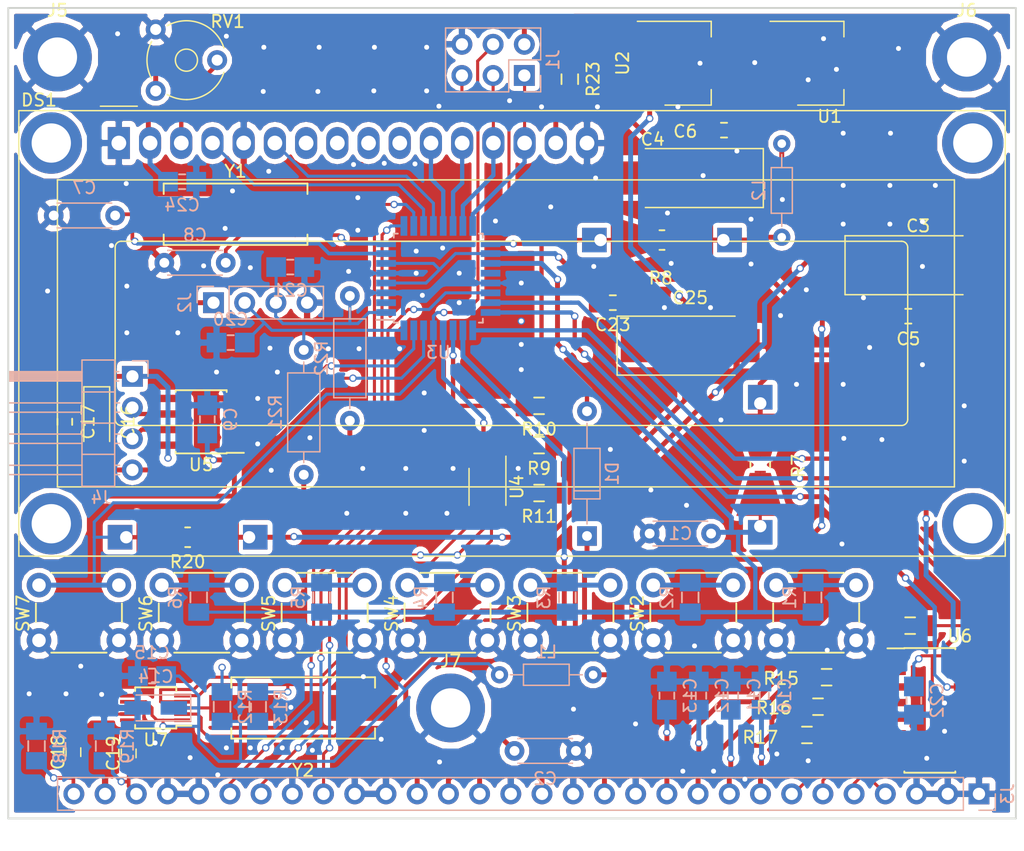
<source format=kicad_pcb>
(kicad_pcb (version 4) (host pcbnew 4.0.7-e2-6376~58~ubuntu14.04.1)
  (layers (0 F.Cu signal) (31 B.Cu signal) (34 B.Paste user) (35 F.Paste user) (36 B.SilkS user) (37 F.SilkS user) (38 B.Mask user hide) (39 F.Mask user) (44 Edge.Cuts user))
  (net 0 "")
  (net 1 GND)
  (net 2 +5V)
  (net 3 "Net-(DS1-Pad3)")
  (net 4 "Net-(DS1-Pad4)")
  (net 5 "Net-(DS1-Pad6)")
  (net 6 "Net-(DS1-Pad11)")
  (net 7 "Net-(DS1-Pad12)")
  (net 8 "Net-(DS1-Pad13)")
  (net 9 "Net-(DS1-Pad14)")
  (net 10 "Net-(D1-Pad2)")
  (net 11 "Net-(J1-Pad5)")
  (net 12 "Net-(R9-Pad2)")
  (net 13 "Net-(R10-Pad2)")
  (net 14 "Net-(R11-Pad2)")
  (net 15 "Net-(C14-Pad1)")
  (net 16 "Net-(R12-Pad2)")
  (net 17 "Net-(R13-Pad2)")
  (net 18 "Net-(R1-Pad1)")
  (net 19 "Net-(R2-Pad1)")
  (net 20 "Net-(R3-Pad1)")
  (net 21 "Net-(R4-Pad1)")
  (net 22 "Net-(R5-Pad1)")
  (net 23 "Net-(R6-Pad1)")
  (net 24 "Net-(C7-Pad1)")
  (net 25 "Net-(C8-Pad1)")
  (net 26 "Net-(C1-Pad1)")
  (net 27 "Net-(U3-Pad23)")
  (net 28 "Net-(U3-Pad24)")
  (net 29 "Net-(U3-Pad25)")
  (net 30 "Net-(U3-Pad30)")
  (net 31 "Net-(U3-Pad31)")
  (net 32 "Net-(U7-Pad2)")
  (net 33 "Net-(U7-Pad3)")
  (net 34 "Net-(C16-Pad1)")
  (net 35 "Net-(C16-Pad2)")
  (net 36 "Net-(C18-Pad2)")
  (net 37 "Net-(C19-Pad2)")
  (net 38 CLK1)
  (net 39 CLK0)
  (net 40 "Net-(J3-Pad4)")
  (net 41 "Net-(J3-Pad5)")
  (net 42 "Net-(J3-Pad6)")
  (net 43 "Net-(J3-Pad7)")
  (net 44 "Net-(R15-Pad1)")
  (net 45 "Net-(R16-Pad1)")
  (net 46 "Net-(R17-Pad1)")
  (net 47 "Net-(R14-Pad1)")
  (net 48 "Net-(C10-Pad1)")
  (net 49 "Net-(C11-Pad1)")
  (net 50 "Net-(C12-Pad1)")
  (net 51 "Net-(C13-Pad1)")
  (net 52 +3V3)
  (net 53 "Net-(J4-Pad2)")
  (net 54 "Net-(J4-Pad3)")
  (net 55 "Net-(C20-Pad1)")
  (net 56 "Net-(C21-Pad1)")
  (net 57 PTT)
  (net 58 TX)
  (net 59 +12V)
  (net 60 "Net-(C4-Pad1)")
  (net 61 ADC)
  (net 62 PREAMP)
  (net 63 "Net-(DS1-Pad15)")
  (net 64 ATT)
  (module footprints:WC1602A (layer F.Cu) (at 110 50)
    (fp_text reference DS1 (at -6.5 -3.5) (layer F.SilkS))
    (fp_text value WC1602A hide)
    (pad 1 thru_hole rect (at 0 0) (size 1.8 2.6) (drill 1.2) (layers *.Cu *.Mask) (net 1 GND))
    (pad 2 thru_hole oval (at 2.54 0) (size 1.8 2.6) (drill 1.2) (layers *.Cu *.Mask) (net 2 +5V))
    (pad 3 thru_hole oval (at 5.08 0) (size 1.8 2.6) (drill 1.2) (layers *.Cu *.Mask) (net 3 "Net-(DS1-Pad3)"))
    (pad 4 thru_hole oval (at 7.62 0) (size 1.8 2.6) (drill 1.2) (layers *.Cu *.Mask) (net 4 "Net-(DS1-Pad4)"))
    (pad 5 thru_hole oval (at 10.16 0) (size 1.8 2.6) (drill 1.2) (layers *.Cu *.Mask) (net 1 GND))
    (pad 6 thru_hole oval (at 12.7 0) (size 1.8 2.6) (drill 1.2) (layers *.Cu *.Mask) (net 5 "Net-(DS1-Pad6)"))
    (pad 7 thru_hole oval (at 15.24 0) (size 1.8 2.6) (drill 1.2) (layers *.Cu *.Mask))
    (pad 8 thru_hole oval (at 17.78 0) (size 1.8 2.6) (drill 1.2) (layers *.Cu *.Mask))
    (pad 9 thru_hole oval (at 20.32 0) (size 1.8 2.6) (drill 1.2) (layers *.Cu *.Mask))
    (pad 10 thru_hole oval (at 22.86 0) (size 1.8 2.6) (drill 1.2) (layers *.Cu *.Mask))
    (pad 11 thru_hole oval (at 25.4 0) (size 1.8 2.6) (drill 1.2) (layers *.Cu *.Mask) (net 6 "Net-(DS1-Pad11)"))
    (pad 12 thru_hole oval (at 27.94 0) (size 1.8 2.6) (drill 1.2) (layers *.Cu *.Mask) (net 7 "Net-(DS1-Pad12)"))
    (pad 13 thru_hole oval (at 30.48 0) (size 1.8 2.6) (drill 1.2) (layers *.Cu *.Mask) (net 8 "Net-(DS1-Pad13)"))
    (pad 14 thru_hole oval (at 33.02 0) (size 1.8 2.6) (drill 1.2) (layers *.Cu *.Mask) (net 9 "Net-(DS1-Pad14)"))
    (pad 15 thru_hole oval (at 35.56 0) (size 1.8 2.6) (drill 1.2) (layers *.Cu *.Mask) (net 63 "Net-(DS1-Pad15)"))
    (pad 16 thru_hole oval (at 38.1 0) (size 1.8 2.6) (drill 1.2) (layers *.Cu *.Mask) (net 1 GND))
    (pad "" thru_hole circle (at -5.4991 0) (size 5 5) (drill 3.2) (layers *.Cu *.Mask))
    (pad "" thru_hole circle (at -5.4991 31.0007) (size 5 5) (drill 3.2) (layers *.Cu *.Mask))
    (pad "" thru_hole circle (at 69.49948 31.0007) (size 5 5) (drill 3.2) (layers *.Cu *.Mask))
    (pad "" thru_hole circle (at 69.5 0) (size 5 5) (drill 3.2) (layers *.Cu *.Mask))
  )
  (module footprints:R_Axial_DIN0207_L6.3mm_D2.5mm_P10.16mm_Horizontal (layer B.Cu) (at 125.05 66.85 270)
    (fp_text reference R21 (at 5.08 2.31 270) (layer B.SilkS) (effects (justify mirror)))
    (fp_text value 4k7)
    (pad 1 thru_hole circle (at 0 0 270) (size 1.6 1.6) (drill 0.8) (layers *.Cu *.Mask) (net 55 "Net-(C20-Pad1)"))
    (pad 2 thru_hole oval (at 10.16 0 270) (size 1.6 1.6) (drill 0.8) (layers *.Cu *.Mask) (net 2 +5V))
  )
  (module footprints:Pin_Header_Straight_2x03_Pitch2.54mm (layer B.Cu) (at 143 44.5 90)
    (fp_text reference J1 (at 1.27 2.33 90) (layer B.SilkS) (effects (justify mirror)))
    (fp_text value SPI hide)
    (pad 1 thru_hole rect (at 0 0 90) (size 1.7 1.7) (drill 1) (layers *.Cu *.Mask) (net 9 "Net-(DS1-Pad14)"))
    (pad 2 thru_hole oval (at 2.54 0 90) (size 1.7 1.7) (drill 1) (layers *.Cu *.Mask) (net 2 +5V))
    (pad 3 thru_hole oval (at 0 -2.54 90) (size 1.7 1.7) (drill 1) (layers *.Cu *.Mask) (net 10 "Net-(D1-Pad2)"))
    (pad 4 thru_hole oval (at 2.54 -2.54 90) (size 1.7 1.7) (drill 1) (layers *.Cu *.Mask) (net 8 "Net-(DS1-Pad13)"))
    (pad 5 thru_hole oval (at 0 -5.08 90) (size 1.7 1.7) (drill 1) (layers *.Cu *.Mask) (net 11 "Net-(J1-Pad5)"))
    (pad 6 thru_hole oval (at 2.54 -5.08 90) (size 1.7 1.7) (drill 1) (layers *.Cu *.Mask) (net 1 GND))
  )
  (module footprints:Resistor_SMD+THTuniversal_0603to2512_RM10_HandSoldering (layer F.Cu) (at 154.2 57.9 180)
    (fp_text reference R8 (at 0.09906 -3.0988 180) (layer F.SilkS))
    (fp_text value 4k7)
    (pad 1 smd trapezoid (at -2.413 0 180) (size 3.50012 2.79908) (rect_delta 1.09982 0) (layers F.Cu F.Paste F.Mask) (net 2 +5V))
    (pad 2 smd trapezoid (at 2.413 0) (size 3.50012 2.79908) (rect_delta 1.09982 0) (layers F.Cu F.Paste F.Mask) (net 10 "Net-(D1-Pad2)"))
    (pad 1 thru_hole rect (at -5.00126 0) (size 1.99898 1.99898) (drill 1.00076 (offset 0.50038 0)) (layers *.Cu *.Mask) (net 2 +5V))
    (pad 2 thru_hole rect (at 5.00126 0) (size 1.99898 1.99898) (drill 1.00076 (offset -0.50038 0)) (layers *.Cu *.Mask) (net 10 "Net-(D1-Pad2)"))
    (pad 2 smd trapezoid (at 0.58 0 180) (size 0.175 0.9) (layers F.Cu F.Paste F.Mask) (net 10 "Net-(D1-Pad2)"))
    (pad 1 smd trapezoid (at -0.58 0 180) (size 0.175 0.9) (layers F.Cu F.Paste F.Mask) (net 2 +5V))
  )
  (module footprints:Potentiometer_Trimmer_Piher_PT-6v_Horizontal (layer F.Cu) (at 113 45.75)
    (fp_text reference RV1 (at 5.855 -5.645) (layer F.SilkS))
    (fp_text value 22k hide)
    (pad 3 thru_hole circle (at 0 -5) (size 1.62 1.62) (drill 0.9) (layers *.Cu *.Mask) (net 1 GND))
    (pad 2 thru_hole circle (at 5 -2.5) (size 1.62 1.62) (drill 0.9) (layers *.Cu *.Mask) (net 3 "Net-(DS1-Pad3)"))
    (pad 1 thru_hole circle (at 0 0) (size 1.62 1.62) (drill 0.9) (layers *.Cu *.Mask) (net 2 +5V))
  )
  (module footprints:SW_PUSH_6mm_h13mm (layer F.Cu) (at 170 90.5 180)
    (fp_text reference SW1 hide)
    (fp_text value SW_Push)
    (pad 2 thru_hole circle (at 0 4.5 270) (size 2 2) (drill 1.1) (layers *.Cu *.Mask) (net 18 "Net-(R1-Pad1)"))
    (pad 1 thru_hole circle (at 0 0 270) (size 2 2) (drill 1.1) (layers *.Cu *.Mask) (net 1 GND))
    (pad 2 thru_hole circle (at 6.5 4.5 270) (size 2 2) (drill 1.1) (layers *.Cu *.Mask) (net 18 "Net-(R1-Pad1)"))
    (pad 1 thru_hole circle (at 6.5 0 270) (size 2 2) (drill 1.1) (layers *.Cu *.Mask) (net 1 GND))
  )
  (module footprints:SW_PUSH_6mm_h13mm (layer F.Cu) (at 160 90.5 180)
    (fp_text reference SW2 (at 7.8 2.2 270) (layer F.SilkS))
    (fp_text value SW_Push)
    (pad 2 thru_hole circle (at 0 4.5 270) (size 2 2) (drill 1.1) (layers *.Cu *.Mask) (net 19 "Net-(R2-Pad1)"))
    (pad 1 thru_hole circle (at 0 0 270) (size 2 2) (drill 1.1) (layers *.Cu *.Mask) (net 1 GND))
    (pad 2 thru_hole circle (at 6.5 4.5 270) (size 2 2) (drill 1.1) (layers *.Cu *.Mask) (net 19 "Net-(R2-Pad1)"))
    (pad 1 thru_hole circle (at 6.5 0 270) (size 2 2) (drill 1.1) (layers *.Cu *.Mask) (net 1 GND))
  )
  (module footprints:SW_PUSH_6mm_h13mm (layer F.Cu) (at 150 90.5 180)
    (fp_text reference SW3 (at 7.8 2.2 270) (layer F.SilkS))
    (fp_text value SW_Push)
    (pad 2 thru_hole circle (at 0 4.5 270) (size 2 2) (drill 1.1) (layers *.Cu *.Mask) (net 20 "Net-(R3-Pad1)"))
    (pad 1 thru_hole circle (at 0 0 270) (size 2 2) (drill 1.1) (layers *.Cu *.Mask) (net 1 GND))
    (pad 2 thru_hole circle (at 6.5 4.5 270) (size 2 2) (drill 1.1) (layers *.Cu *.Mask) (net 20 "Net-(R3-Pad1)"))
    (pad 1 thru_hole circle (at 6.5 0 270) (size 2 2) (drill 1.1) (layers *.Cu *.Mask) (net 1 GND))
  )
  (module footprints:SW_PUSH_6mm_h13mm (layer F.Cu) (at 140 90.5 180)
    (fp_text reference SW4 (at 7.8 2.2 270) (layer F.SilkS))
    (fp_text value RiT)
    (pad 2 thru_hole circle (at 0 4.5 270) (size 2 2) (drill 1.1) (layers *.Cu *.Mask) (net 21 "Net-(R4-Pad1)"))
    (pad 1 thru_hole circle (at 0 0 270) (size 2 2) (drill 1.1) (layers *.Cu *.Mask) (net 1 GND))
    (pad 2 thru_hole circle (at 6.5 4.5 270) (size 2 2) (drill 1.1) (layers *.Cu *.Mask) (net 21 "Net-(R4-Pad1)"))
    (pad 1 thru_hole circle (at 6.5 0 270) (size 2 2) (drill 1.1) (layers *.Cu *.Mask) (net 1 GND))
  )
  (module footprints:SW_PUSH_6mm_h13mm (layer F.Cu) (at 130 90.5 180)
    (fp_text reference SW5 (at 7.8 2.2 270) (layer F.SilkS))
    (fp_text value SW_Push)
    (pad 2 thru_hole circle (at 0 4.5 270) (size 2 2) (drill 1.1) (layers *.Cu *.Mask) (net 22 "Net-(R5-Pad1)"))
    (pad 1 thru_hole circle (at 0 0 270) (size 2 2) (drill 1.1) (layers *.Cu *.Mask) (net 1 GND))
    (pad 2 thru_hole circle (at 6.5 4.5 270) (size 2 2) (drill 1.1) (layers *.Cu *.Mask) (net 22 "Net-(R5-Pad1)"))
    (pad 1 thru_hole circle (at 6.5 0 270) (size 2 2) (drill 1.1) (layers *.Cu *.Mask) (net 1 GND))
  )
  (module footprints:SW_PUSH_6mm_h13mm (layer F.Cu) (at 120 90.5 180)
    (fp_text reference SW6 (at 7.8 2.2 270) (layer F.SilkS))
    (fp_text value MODE)
    (pad 2 thru_hole circle (at 0 4.5 270) (size 2 2) (drill 1.1) (layers *.Cu *.Mask) (net 23 "Net-(R6-Pad1)"))
    (pad 1 thru_hole circle (at 0 0 270) (size 2 2) (drill 1.1) (layers *.Cu *.Mask) (net 1 GND))
    (pad 2 thru_hole circle (at 6.5 4.5 270) (size 2 2) (drill 1.1) (layers *.Cu *.Mask) (net 23 "Net-(R6-Pad1)"))
    (pad 1 thru_hole circle (at 6.5 0 270) (size 2 2) (drill 1.1) (layers *.Cu *.Mask) (net 1 GND))
  )
  (module footprints:SOT-223 (layer F.Cu) (at 167.1 43.5)
    (fp_text reference U1 (at 0.75 4.33) (layer F.SilkS))
    (fp_text value AP1117-33 hide)
    (pad 4 smd rect (at 3.15 0) (size 2 3.8) (layers F.Cu F.Paste F.Mask))
    (pad 2 smd rect (at -3.15 0) (size 2 1.5) (layers F.Cu F.Paste F.Mask) (net 52 +3V3))
    (pad 3 smd rect (at -3.15 2.3) (size 2 1.5) (layers F.Cu F.Paste F.Mask) (net 60 "Net-(C4-Pad1)"))
    (pad 1 smd rect (at -3.15 -2.3) (size 2 1.5) (layers F.Cu F.Paste F.Mask) (net 1 GND))
  )
  (module footprints:SOT-223 (layer F.Cu) (at 156.3 43.5)
    (fp_text reference U2 (at -5.3 0 90) (layer F.SilkS))
    (fp_text value AP1117-50 hide)
    (pad 4 smd rect (at 3.15 0) (size 2 3.8) (layers F.Cu F.Paste F.Mask))
    (pad 2 smd rect (at -3.15 0) (size 2 1.5) (layers F.Cu F.Paste F.Mask) (net 60 "Net-(C4-Pad1)"))
    (pad 3 smd rect (at -3.15 2.3) (size 2 1.5) (layers F.Cu F.Paste F.Mask) (net 59 +12V))
    (pad 1 smd rect (at -3.15 -2.3) (size 2 1.5) (layers F.Cu F.Paste F.Mask) (net 1 GND))
  )
  (module footprints:TQFP-32_7x7mm_Pitch0.8mm (layer B.Cu) (at 136 61)
    (fp_text reference U3 (at 0 6.05) (layer B.SilkS) (effects (justify mirror)))
    (fp_text value ATMEGA168-20AU hide)
    (pad 1 smd rect (at -4.25 2.8) (size 1.6 0.55) (layers B.Cu B.Paste B.Mask) (net 56 "Net-(C21-Pad1)"))
    (pad 2 smd rect (at -4.25 2) (size 1.6 0.55) (layers B.Cu B.Paste B.Mask))
    (pad 3 smd rect (at -4.25 1.2) (size 1.6 0.55) (layers B.Cu B.Paste B.Mask) (net 1 GND))
    (pad 4 smd rect (at -4.25 0.4) (size 1.6 0.55) (layers B.Cu B.Paste B.Mask) (net 2 +5V))
    (pad 5 smd rect (at -4.25 -0.4) (size 1.6 0.55) (layers B.Cu B.Paste B.Mask) (net 1 GND))
    (pad 6 smd rect (at -4.25 -1.2) (size 1.6 0.55) (layers B.Cu B.Paste B.Mask) (net 2 +5V))
    (pad 7 smd rect (at -4.25 -2) (size 1.6 0.55) (layers B.Cu B.Paste B.Mask) (net 24 "Net-(C7-Pad1)"))
    (pad 8 smd rect (at -4.25 -2.8) (size 1.6 0.55) (layers B.Cu B.Paste B.Mask) (net 25 "Net-(C8-Pad1)"))
    (pad 9 smd rect (at -2.8 -4.25 270) (size 1.6 0.55) (layers B.Cu B.Paste B.Mask) (net 62 PREAMP))
    (pad 10 smd rect (at -2 -4.25 270) (size 1.6 0.55) (layers B.Cu B.Paste B.Mask) (net 64 ATT))
    (pad 11 smd rect (at -1.2 -4.25 270) (size 1.6 0.55) (layers B.Cu B.Paste B.Mask) (net 4 "Net-(DS1-Pad4)"))
    (pad 12 smd rect (at -0.4 -4.25 270) (size 1.6 0.55) (layers B.Cu B.Paste B.Mask) (net 5 "Net-(DS1-Pad6)"))
    (pad 13 smd rect (at 0.4 -4.25 270) (size 1.6 0.55) (layers B.Cu B.Paste B.Mask) (net 6 "Net-(DS1-Pad11)"))
    (pad 14 smd rect (at 1.2 -4.25 270) (size 1.6 0.55) (layers B.Cu B.Paste B.Mask) (net 7 "Net-(DS1-Pad12)"))
    (pad 15 smd rect (at 2 -4.25 270) (size 1.6 0.55) (layers B.Cu B.Paste B.Mask) (net 8 "Net-(DS1-Pad13)"))
    (pad 16 smd rect (at 2.8 -4.25 270) (size 1.6 0.55) (layers B.Cu B.Paste B.Mask) (net 9 "Net-(DS1-Pad14)"))
    (pad 17 smd rect (at 4.25 -2.8) (size 1.6 0.55) (layers B.Cu B.Paste B.Mask) (net 10 "Net-(D1-Pad2)"))
    (pad 18 smd rect (at 4.25 -2) (size 1.6 0.55) (layers B.Cu B.Paste B.Mask) (net 2 +5V))
    (pad 19 smd rect (at 4.25 -1.2) (size 1.6 0.55) (layers B.Cu B.Paste B.Mask) (net 26 "Net-(C1-Pad1)"))
    (pad 20 smd rect (at 4.25 -0.4) (size 1.6 0.55) (layers B.Cu B.Paste B.Mask))
    (pad 21 smd rect (at 4.25 0.4) (size 1.6 0.55) (layers B.Cu B.Paste B.Mask) (net 1 GND))
    (pad 22 smd rect (at 4.25 1.2) (size 1.6 0.55) (layers B.Cu B.Paste B.Mask) (net 61 ADC))
    (pad 23 smd rect (at 4.25 2) (size 1.6 0.55) (layers B.Cu B.Paste B.Mask) (net 27 "Net-(U3-Pad23)"))
    (pad 24 smd rect (at 4.25 2.8) (size 1.6 0.55) (layers B.Cu B.Paste B.Mask) (net 28 "Net-(U3-Pad24)"))
    (pad 25 smd rect (at 2.8 4.25 270) (size 1.6 0.55) (layers B.Cu B.Paste B.Mask) (net 29 "Net-(U3-Pad25)"))
    (pad 26 smd rect (at 2 4.25 270) (size 1.6 0.55) (layers B.Cu B.Paste B.Mask) (net 58 TX))
    (pad 27 smd rect (at 1.2 4.25 270) (size 1.6 0.55) (layers B.Cu B.Paste B.Mask) (net 13 "Net-(R10-Pad2)"))
    (pad 28 smd rect (at 0.4 4.25 270) (size 1.6 0.55) (layers B.Cu B.Paste B.Mask) (net 12 "Net-(R9-Pad2)"))
    (pad 29 smd rect (at -0.4 4.25 270) (size 1.6 0.55) (layers B.Cu B.Paste B.Mask) (net 11 "Net-(J1-Pad5)"))
    (pad 30 smd rect (at -1.2 4.25 270) (size 1.6 0.55) (layers B.Cu B.Paste B.Mask) (net 30 "Net-(U3-Pad30)"))
    (pad 31 smd rect (at -2 4.25 270) (size 1.6 0.55) (layers B.Cu B.Paste B.Mask) (net 31 "Net-(U3-Pad31)"))
    (pad 32 smd rect (at -2.8 4.25 270) (size 1.6 0.55) (layers B.Cu B.Paste B.Mask) (net 55 "Net-(C20-Pad1)"))
  )
  (module footprints:SSOP-8_2.95x2.8mm_Pitch0.65mm (layer F.Cu) (at 140 78 270)
    (fp_text reference U4 (at 0 -2.4 270) (layer F.SilkS))
    (fp_text value PCA9306 hide)
    (pad 1 smd rect (at -1.7 -0.975 180) (size 0.3 1.6) (layers F.Cu F.Paste F.Mask) (net 1 GND))
    (pad 2 smd rect (at -1.7 -0.325 180) (size 0.3 1.6) (layers F.Cu F.Paste F.Mask) (net 14 "Net-(R11-Pad2)"))
    (pad 3 smd rect (at -1.7 0.325 180) (size 0.3 1.6) (layers F.Cu F.Paste F.Mask) (net 12 "Net-(R9-Pad2)"))
    (pad 4 smd rect (at -1.7 0.975 180) (size 0.3 1.6) (layers F.Cu F.Paste F.Mask) (net 13 "Net-(R10-Pad2)"))
    (pad 5 smd rect (at 1.7 0.975 180) (size 0.3 1.6) (layers F.Cu F.Paste F.Mask) (net 17 "Net-(R13-Pad2)"))
    (pad 6 smd rect (at 1.7 0.325 180) (size 0.3 1.6) (layers F.Cu F.Paste F.Mask) (net 16 "Net-(R12-Pad2)"))
    (pad 7 smd rect (at 1.7 -0.325 180) (size 0.3 1.6) (layers F.Cu F.Paste F.Mask) (net 15 "Net-(C14-Pad1)"))
    (pad 8 smd rect (at 1.7 -0.975 180) (size 0.3 1.6) (layers F.Cu F.Paste F.Mask) (net 14 "Net-(R11-Pad2)"))
  )
  (module footprints:SOIC-16_3.9x9.9mm_Pitch1.27mm (layer F.Cu) (at 176 96.2)
    (fp_text reference U6 (at 2.45 -6.05) (layer F.SilkS))
    (fp_text value 74HC595)
    (pad 1 smd rect (at -2.7 -4.445) (size 1.5 0.6) (layers F.Cu F.Paste F.Mask) (net 44 "Net-(R15-Pad1)"))
    (pad 2 smd rect (at -2.7 -3.175) (size 1.5 0.6) (layers F.Cu F.Paste F.Mask) (net 45 "Net-(R16-Pad1)"))
    (pad 3 smd rect (at -2.7 -1.905) (size 1.5 0.6) (layers F.Cu F.Paste F.Mask) (net 46 "Net-(R17-Pad1)"))
    (pad 4 smd rect (at -2.7 -0.635) (size 1.5 0.6) (layers F.Cu F.Paste F.Mask) (net 43 "Net-(J3-Pad7)"))
    (pad 5 smd rect (at -2.7 0.635) (size 1.5 0.6) (layers F.Cu F.Paste F.Mask) (net 42 "Net-(J3-Pad6)"))
    (pad 6 smd rect (at -2.7 1.905) (size 1.5 0.6) (layers F.Cu F.Paste F.Mask) (net 41 "Net-(J3-Pad5)"))
    (pad 7 smd rect (at -2.7 3.175) (size 1.5 0.6) (layers F.Cu F.Paste F.Mask) (net 40 "Net-(J3-Pad4)"))
    (pad 8 smd rect (at -2.7 4.445) (size 1.5 0.6) (layers F.Cu F.Paste F.Mask) (net 1 GND))
    (pad 9 smd rect (at 2.7 4.445) (size 1.5 0.6) (layers F.Cu F.Paste F.Mask))
    (pad 10 smd rect (at 2.7 3.175) (size 1.5 0.6) (layers F.Cu F.Paste F.Mask) (net 2 +5V))
    (pad 11 smd rect (at 2.7 1.905) (size 1.5 0.6) (layers F.Cu F.Paste F.Mask) (net 27 "Net-(U3-Pad23)"))
    (pad 12 smd rect (at 2.7 0.635) (size 1.5 0.6) (layers F.Cu F.Paste F.Mask) (net 29 "Net-(U3-Pad25)"))
    (pad 13 smd rect (at 2.7 -0.635) (size 1.5 0.6) (layers F.Cu F.Paste F.Mask) (net 1 GND))
    (pad 14 smd rect (at 2.7 -1.905) (size 1.5 0.6) (layers F.Cu F.Paste F.Mask) (net 28 "Net-(U3-Pad24)"))
    (pad 15 smd rect (at 2.7 -3.175) (size 1.5 0.6) (layers F.Cu F.Paste F.Mask) (net 47 "Net-(R14-Pad1)"))
    (pad 16 smd rect (at 2.7 -4.445) (size 1.5 0.6) (layers F.Cu F.Paste F.Mask) (net 2 +5V))
  )
  (module footprints:MSOP-10_3x3mm_Pitch0.5mm (layer F.Cu) (at 113 96 180)
    (fp_text reference U7 (at 0 -2.6 180) (layer F.SilkS))
    (fp_text value Si5351 hide)
    (pad 1 smd rect (at -2.2 -1 180) (size 1.4 0.3) (layers F.Cu F.Paste F.Mask) (net 15 "Net-(C14-Pad1)"))
    (pad 2 smd rect (at -2.2 -0.5 180) (size 1.4 0.3) (layers F.Cu F.Paste F.Mask) (net 32 "Net-(U7-Pad2)"))
    (pad 3 smd rect (at -2.2 0 180) (size 1.4 0.3) (layers F.Cu F.Paste F.Mask) (net 33 "Net-(U7-Pad3)"))
    (pad 4 smd rect (at -2.2 0.5 180) (size 1.4 0.3) (layers F.Cu F.Paste F.Mask) (net 16 "Net-(R12-Pad2)"))
    (pad 5 smd rect (at -2.2 1 180) (size 1.4 0.3) (layers F.Cu F.Paste F.Mask) (net 17 "Net-(R13-Pad2)"))
    (pad 6 smd rect (at 2.2 1 180) (size 1.4 0.3) (layers F.Cu F.Paste F.Mask))
    (pad 7 smd rect (at 2.2 0.5 180) (size 1.4 0.3) (layers F.Cu F.Paste F.Mask) (net 15 "Net-(C14-Pad1)"))
    (pad 8 smd rect (at 2.2 0 180) (size 1.4 0.3) (layers F.Cu F.Paste F.Mask) (net 1 GND))
    (pad 9 smd rect (at 2.2 -0.5 180) (size 1.4 0.3) (layers F.Cu F.Paste F.Mask) (net 36 "Net-(C18-Pad2)"))
    (pad 10 smd rect (at 2.2 -1 180) (size 1.4 0.3) (layers F.Cu F.Paste F.Mask) (net 37 "Net-(C19-Pad2)"))
  )
  (module footprints:Crystal_HC49-SD_SMD (layer F.Cu) (at 119.5 55.8)
    (fp_text reference Y1 (at 0 -3.5) (layer F.SilkS))
    (fp_text value 25Mhz)
    (pad 1 smd rect (at -4.84886 0) (size 5.6007 2.10058) (layers F.Cu F.Paste F.Mask) (net 24 "Net-(C7-Pad1)"))
    (pad 2 smd rect (at 4.84886 0) (size 5.6007 2.10058) (layers F.Cu F.Paste F.Mask) (net 25 "Net-(C8-Pad1)"))
  )
  (module footprints:Crystal_HC49-SD_SMD (layer F.Cu) (at 125 96 180)
    (fp_text reference Y2 (at 0 -5.08 180) (layer F.SilkS))
    (fp_text value 27Mhz)
    (pad 1 smd rect (at -4.84886 0 180) (size 5.6007 2.10058) (layers F.Cu F.Paste F.Mask) (net 32 "Net-(U7-Pad2)"))
    (pad 2 smd rect (at 4.84886 0 180) (size 5.6007 2.10058) (layers F.Cu F.Paste F.Mask) (net 33 "Net-(U7-Pad3)"))
  )
  (module footprints:Resistor_SMD+THTuniversal_0603to2512_RM10_HandSoldering (layer F.Cu) (at 162.2 76.2 270)
    (fp_text reference R7 (at 0.09906 -3.0988 270) (layer F.SilkS))
    (fp_text value 68k)
    (pad 1 smd trapezoid (at -2.413 0 270) (size 3.50012 2.79908) (rect_delta 1.09982 0) (layers F.Cu F.Paste F.Mask) (net 2 +5V))
    (pad 2 smd trapezoid (at 2.413 0 90) (size 3.50012 2.79908) (rect_delta 1.09982 0) (layers F.Cu F.Paste F.Mask) (net 26 "Net-(C1-Pad1)"))
    (pad 1 thru_hole rect (at -5.00126 0 90) (size 1.99898 1.99898) (drill 1.00076 (offset 0.50038 0)) (layers *.Cu *.Mask) (net 2 +5V))
    (pad 2 thru_hole rect (at 5.00126 0 90) (size 1.99898 1.99898) (drill 1.00076 (offset -0.50038 0)) (layers *.Cu *.Mask) (net 26 "Net-(C1-Pad1)"))
    (pad 2 smd trapezoid (at 0.58 0 270) (size 0.175 0.9) (layers F.Cu F.Paste F.Mask) (net 26 "Net-(C1-Pad1)"))
    (pad 1 smd trapezoid (at -0.58 0 270) (size 0.175 0.9) (layers F.Cu F.Paste F.Mask) (net 2 +5V))
  )
  (module footprints:Resistor_SMD+THTuniversal_0603to2512_RM10_HandSoldering (layer F.Cu) (at 115.6 82.1 180)
    (fp_text reference R20 (at 0 -2 180) (layer F.SilkS))
    (fp_text value 4k7 hide)
    (pad 1 smd trapezoid (at -2.413 0 180) (size 3.50012 2.79908) (rect_delta 1.09982 0) (layers F.Cu F.Paste F.Mask) (net 2 +5V))
    (pad 2 smd trapezoid (at 2.413 0) (size 3.50012 2.79908) (rect_delta 1.09982 0) (layers F.Cu F.Paste F.Mask) (net 11 "Net-(J1-Pad5)"))
    (pad 1 thru_hole rect (at -5.00126 0) (size 1.99898 1.99898) (drill 1.00076 (offset 0.50038 0)) (layers *.Cu *.Mask) (net 2 +5V))
    (pad 2 thru_hole rect (at 5.00126 0) (size 1.99898 1.99898) (drill 1.00076 (offset -0.50038 0)) (layers *.Cu *.Mask) (net 11 "Net-(J1-Pad5)"))
    (pad 2 smd trapezoid (at 0.58 0 180) (size 0.175 0.9) (layers F.Cu F.Paste F.Mask) (net 11 "Net-(J1-Pad5)"))
    (pad 1 smd trapezoid (at -0.58 0 180) (size 0.175 0.9) (layers F.Cu F.Paste F.Mask) (net 2 +5V))
  )
  (module footprints:SW_PUSH_6mm_h13mm (layer F.Cu) (at 110 90.5 180)
    (fp_text reference SW7 (at 7.8 2.2 270) (layer F.SilkS))
    (fp_text value SW_Push)
    (pad 2 thru_hole circle (at 0 4.5 270) (size 2 2) (drill 1.1) (layers *.Cu *.Mask) (net 11 "Net-(J1-Pad5)"))
    (pad 1 thru_hole circle (at 0 0 270) (size 2 2) (drill 1.1) (layers *.Cu *.Mask) (net 1 GND))
    (pad 2 thru_hole circle (at 6.5 4.5 270) (size 2 2) (drill 1.1) (layers *.Cu *.Mask) (net 11 "Net-(J1-Pad5)"))
    (pad 1 thru_hole circle (at 6.5 0 270) (size 2 2) (drill 1.1) (layers *.Cu *.Mask) (net 1 GND))
  )
  (module footprints:CP_Tantalum_Case-A_EIA-3216-18_Wave (layer B.Cu) (at 113 96 180)
    (fp_text reference C14 (at 0 2.55 180) (layer B.SilkS) (effects (justify mirror)))
    (fp_text value 10uF)
    (pad 1 smd rect (at -1.475 0 180) (size 2.15 1.1) (layers B.Cu B.Paste B.Mask) (net 15 "Net-(C14-Pad1)"))
    (pad 2 smd rect (at 1.475 0 180) (size 2.15 1.1) (layers B.Cu B.Paste B.Mask) (net 1 GND))
  )
  (module footprints:C_1206_0603 (layer B.Cu) (at 112.7 93.4 180)
    (fp_text reference C15 (at 0 1.9 180) (layer B.SilkS) (effects (justify mirror)))
    (fp_text value 100n)
    (pad 2 smd rect (at 1.15 0 180) (size 1.6 1.6) (layers B.Cu B.Paste B.Mask) (net 1 GND))
    (pad 1 smd rect (at -1.15 0 180) (size 1.6 1.6) (layers B.Cu B.Paste B.Mask) (net 15 "Net-(C14-Pad1)"))
  )
  (module footprints:CP_Tantalum_Case-A_EIA-3216-18_Wave (layer F.Cu) (at 108.2 72.7 270)
    (fp_text reference C16 (at 0 -2.55 270) (layer F.SilkS))
    (fp_text value 10uF)
    (pad 1 smd rect (at -1.475 0 270) (size 2.15 1.1) (layers F.Cu F.Paste F.Mask) (net 34 "Net-(C16-Pad1)"))
    (pad 2 smd rect (at 1.475 0 270) (size 2.15 1.1) (layers F.Cu F.Paste F.Mask) (net 35 "Net-(C16-Pad2)"))
  )
  (module footprints:C_1206_0603 (layer F.Cu) (at 105.6 72.7 270)
    (fp_text reference C17 (at 0 -1.9 270) (layer F.SilkS))
    (fp_text value 100n)
    (pad 2 smd rect (at 1.15 0 270) (size 1.6 1.6) (layers F.Cu F.Paste F.Mask) (net 35 "Net-(C16-Pad2)"))
    (pad 1 smd rect (at -1.15 0 270) (size 1.6 1.6) (layers F.Cu F.Paste F.Mask) (net 34 "Net-(C16-Pad1)"))
  )
  (module footprints:C_Disc_D4.3mm_W1.9mm_P5.00mm (layer B.Cu) (at 158.2 81.8 180)
    (fp_text reference C1 (at 2.5 0 180) (layer B.SilkS) (effects (justify mirror)))
    (fp_text value 10n)
    (pad 1 thru_hole circle (at 0 0 180) (size 1.6 1.6) (drill 0.8) (layers *.Cu *.Mask) (net 26 "Net-(C1-Pad1)"))
    (pad 2 thru_hole circle (at 5 0 180) (size 1.6 1.6) (drill 0.8) (layers *.Cu *.Mask) (net 1 GND))
  )
  (module footprints:C_Disc_D4.3mm_W1.9mm_P5.00mm (layer B.Cu) (at 109.7 55.9 180)
    (fp_text reference C7 (at 2.5 2.26 180) (layer B.SilkS) (effects (justify mirror)))
    (fp_text value 12p)
    (pad 1 thru_hole circle (at 0 0 180) (size 1.6 1.6) (drill 0.8) (layers *.Cu *.Mask) (net 24 "Net-(C7-Pad1)"))
    (pad 2 thru_hole circle (at 5 0 180) (size 1.6 1.6) (drill 0.8) (layers *.Cu *.Mask) (net 1 GND))
  )
  (module footprints:C_Disc_D4.3mm_W1.9mm_P5.00mm (layer B.Cu) (at 118.7 59.75 180)
    (fp_text reference C8 (at 2.5 2.26 180) (layer B.SilkS) (effects (justify mirror)))
    (fp_text value 12p)
    (pad 1 thru_hole circle (at 0 0 180) (size 1.6 1.6) (drill 0.8) (layers *.Cu *.Mask) (net 25 "Net-(C8-Pad1)"))
    (pad 2 thru_hole circle (at 5 0 180) (size 1.6 1.6) (drill 0.8) (layers *.Cu *.Mask) (net 1 GND))
  )
  (module footprints:R_1206_0603 (layer B.Cu) (at 156.5 87 270)
    (fp_text reference R2 (at 0 1.9 270) (layer B.SilkS) (effects (justify mirror)))
    (fp_text value 47k hide)
    (pad 1 smd rect (at -1.2 0 180) (size 1.7 1.4) (layers B.Cu B.Paste B.Mask) (net 19 "Net-(R2-Pad1)"))
    (pad 2 smd rect (at 1.2 0 270) (size 1.4 1.7) (layers B.Cu B.Paste B.Mask) (net 26 "Net-(C1-Pad1)"))
  )
  (module footprints:R_1206_0603 (layer B.Cu) (at 146.5 87 270)
    (fp_text reference R3 (at 0 1.9 270) (layer B.SilkS) (effects (justify mirror)))
    (fp_text value 33k hide)
    (pad 1 smd rect (at -1.2 0 180) (size 1.7 1.4) (layers B.Cu B.Paste B.Mask) (net 20 "Net-(R3-Pad1)"))
    (pad 2 smd rect (at 1.2 0 270) (size 1.4 1.7) (layers B.Cu B.Paste B.Mask) (net 26 "Net-(C1-Pad1)"))
  )
  (module footprints:R_1206_0603 (layer B.Cu) (at 136.5 87 270)
    (fp_text reference R4 (at 0 1.9 270) (layer B.SilkS) (effects (justify mirror)))
    (fp_text value 22k hide)
    (pad 1 smd rect (at -1.2 0 180) (size 1.7 1.4) (layers B.Cu B.Paste B.Mask) (net 21 "Net-(R4-Pad1)"))
    (pad 2 smd rect (at 1.2 0 270) (size 1.4 1.7) (layers B.Cu B.Paste B.Mask) (net 26 "Net-(C1-Pad1)"))
  )
  (module footprints:R_1206_0603 (layer B.Cu) (at 126.5 87 270)
    (fp_text reference R5 (at 0 1.9 270) (layer B.SilkS) (effects (justify mirror)))
    (fp_text value 12k hide)
    (pad 1 smd rect (at -1.2 0 180) (size 1.7 1.4) (layers B.Cu B.Paste B.Mask) (net 22 "Net-(R5-Pad1)"))
    (pad 2 smd rect (at 1.2 0 270) (size 1.4 1.7) (layers B.Cu B.Paste B.Mask) (net 26 "Net-(C1-Pad1)"))
  )
  (module footprints:R_1206_0603 (layer B.Cu) (at 116.5 87 270)
    (fp_text reference R6 (at 0 1.9 270) (layer B.SilkS) (effects (justify mirror)))
    (fp_text value 0 hide)
    (pad 1 smd rect (at -1.2 0 180) (size 1.7 1.4) (layers B.Cu B.Paste B.Mask) (net 23 "Net-(R6-Pad1)"))
    (pad 2 smd rect (at 1.2 0 270) (size 1.4 1.7) (layers B.Cu B.Paste B.Mask) (net 26 "Net-(C1-Pad1)"))
  )
  (module footprints:R_1206_0603 (layer B.Cu) (at 166.5 87 270)
    (fp_text reference R1 (at 0 1.9 270) (layer B.SilkS) (effects (justify mirror)))
    (fp_text value 68k hide)
    (pad 1 smd rect (at -1.2 0 180) (size 1.7 1.4) (layers B.Cu B.Paste B.Mask) (net 18 "Net-(R1-Pad1)"))
    (pad 2 smd rect (at 1.2 0 270) (size 1.4 1.7) (layers B.Cu B.Paste B.Mask) (net 26 "Net-(C1-Pad1)"))
  )
  (module footprints:R_1206_0603 (layer F.Cu) (at 166 98.2 180)
    (fp_text reference R17 (at 3.8 -0.2 180) (layer F.SilkS))
    (fp_text value 62 hide)
    (pad 1 smd rect (at -1.2 0 270) (size 1.7 1.4) (layers F.Cu F.Paste F.Mask) (net 46 "Net-(R17-Pad1)"))
    (pad 2 smd rect (at 1.2 0 180) (size 1.4 1.7) (layers F.Cu F.Paste F.Mask) (net 48 "Net-(C10-Pad1)"))
  )
  (module footprints:R_1206_0603 (layer F.Cu) (at 174.4 89.3 180)
    (fp_text reference R14 hide)
    (fp_text value 62 hide)
    (pad 1 smd rect (at -1.2 0 270) (size 1.7 1.4) (layers F.Cu F.Paste F.Mask) (net 47 "Net-(R14-Pad1)"))
    (pad 2 smd rect (at 1.2 0 180) (size 1.4 1.7) (layers F.Cu F.Paste F.Mask) (net 51 "Net-(C13-Pad1)"))
  )
  (module footprints:R_1206_0603 (layer F.Cu) (at 167.6 93.5 180)
    (fp_text reference R15 (at 3.7 -0.1 180) (layer F.SilkS))
    (fp_text value 62 hide)
    (pad 1 smd rect (at -1.2 0 270) (size 1.7 1.4) (layers F.Cu F.Paste F.Mask) (net 44 "Net-(R15-Pad1)"))
    (pad 2 smd rect (at 1.2 0 180) (size 1.4 1.7) (layers F.Cu F.Paste F.Mask) (net 50 "Net-(C12-Pad1)"))
  )
  (module footprints:R_1206_0603 (layer F.Cu) (at 166.9 95.9 180)
    (fp_text reference R16 (at 3.6 -0.1 180) (layer F.SilkS))
    (fp_text value 62 hide)
    (pad 1 smd rect (at -1.2 0 270) (size 1.7 1.4) (layers F.Cu F.Paste F.Mask) (net 45 "Net-(R16-Pad1)"))
    (pad 2 smd rect (at 1.2 0 180) (size 1.4 1.7) (layers F.Cu F.Paste F.Mask) (net 49 "Net-(C11-Pad1)"))
  )
  (module footprints:C_1206_0603 (layer B.Cu) (at 162.3 95 90)
    (fp_text reference C10 (at 0 1.9 90) (layer B.SilkS) (effects (justify mirror)))
    (fp_text value 100n)
    (pad 2 smd rect (at 1.15 0 90) (size 1.6 1.6) (layers B.Cu B.Paste B.Mask) (net 1 GND))
    (pad 1 smd rect (at -1.15 0 90) (size 1.6 1.6) (layers B.Cu B.Paste B.Mask) (net 48 "Net-(C10-Pad1)"))
  )
  (module footprints:C_1206_0603 (layer B.Cu) (at 159.8 95 90)
    (fp_text reference C11 (at 0 1.9 90) (layer B.SilkS) (effects (justify mirror)))
    (fp_text value 100n)
    (pad 2 smd rect (at 1.15 0 90) (size 1.6 1.6) (layers B.Cu B.Paste B.Mask) (net 1 GND))
    (pad 1 smd rect (at -1.15 0 90) (size 1.6 1.6) (layers B.Cu B.Paste B.Mask) (net 49 "Net-(C11-Pad1)"))
  )
  (module footprints:C_1206_0603 (layer B.Cu) (at 157.2 95 90)
    (fp_text reference C12 (at 0 1.9 90) (layer B.SilkS) (effects (justify mirror)))
    (fp_text value 100n)
    (pad 2 smd rect (at 1.15 0 90) (size 1.6 1.6) (layers B.Cu B.Paste B.Mask) (net 1 GND))
    (pad 1 smd rect (at -1.15 0 90) (size 1.6 1.6) (layers B.Cu B.Paste B.Mask) (net 50 "Net-(C12-Pad1)"))
  )
  (module footprints:C_1206_0603 (layer B.Cu) (at 154.6 95 90)
    (fp_text reference C13 (at 0 1.9 90) (layer B.SilkS) (effects (justify mirror)))
    (fp_text value 100n)
    (pad 2 smd rect (at 1.15 0 90) (size 1.6 1.6) (layers B.Cu B.Paste B.Mask) (net 1 GND))
    (pad 1 smd rect (at -1.15 0 90) (size 1.6 1.6) (layers B.Cu B.Paste B.Mask) (net 51 "Net-(C13-Pad1)"))
  )
  (module footprints:R_Axial_DIN0204_L3.6mm_D1.6mm_P7.62mm_Horizontal (layer B.Cu) (at 148.6 93.3 180)
    (fp_text reference L1 (at 3.81 1.86 180) (layer B.SilkS) (effects (justify mirror)))
    (fp_text value 100uH)
    (pad 1 thru_hole circle (at 0 0 180) (size 1.4 1.4) (drill 0.7) (layers *.Cu *.Mask) (net 52 +3V3))
    (pad 2 thru_hole oval (at 7.62 0 180) (size 1.4 1.4) (drill 0.7) (layers *.Cu *.Mask) (net 15 "Net-(C14-Pad1)"))
  )
  (module footprints:Pin_Header_Angled_1x04_Pitch2.54mm (layer B.Cu) (at 111.1 69 180)
    (fp_text reference J4 (at 2.526 -9.87 180) (layer B.SilkS) (effects (justify mirror)))
    (fp_text value CAT hide)
    (pad 1 thru_hole rect (at 0 0 180) (size 1.7 1.7) (drill 1) (layers *.Cu *.Mask) (net 34 "Net-(C16-Pad1)"))
    (pad 2 thru_hole oval (at 0 -2.54 180) (size 1.7 1.7) (drill 1) (layers *.Cu *.Mask) (net 53 "Net-(J4-Pad2)"))
    (pad 3 thru_hole oval (at 0 -5.08 180) (size 1.7 1.7) (drill 1) (layers *.Cu *.Mask) (net 54 "Net-(J4-Pad3)"))
    (pad 4 thru_hole oval (at 0 -7.62 180) (size 1.7 1.7) (drill 1) (layers *.Cu *.Mask) (net 35 "Net-(C16-Pad2)"))
  )
  (module footprints:C_1206_0603 (layer B.Cu) (at 117.2 72.5 90)
    (fp_text reference C9 (at 0 1.9 90) (layer B.SilkS) (effects (justify mirror)))
    (fp_text value 100n)
    (pad 2 smd rect (at 1.15 0 90) (size 1.6 1.6) (layers B.Cu B.Paste B.Mask) (net 1 GND))
    (pad 1 smd rect (at -1.15 0 90) (size 1.6 1.6) (layers B.Cu B.Paste B.Mask) (net 2 +5V))
  )
  (module footprints:C_1206_0603 (layer B.Cu) (at 119.1 66.25 180)
    (fp_text reference C20 (at 0 1.9 180) (layer B.SilkS) (effects (justify mirror)))
    (fp_text value 100n)
    (pad 2 smd rect (at 1.15 0 180) (size 1.6 1.6) (layers B.Cu B.Paste B.Mask) (net 1 GND))
    (pad 1 smd rect (at -1.15 0 180) (size 1.6 1.6) (layers B.Cu B.Paste B.Mask) (net 55 "Net-(C20-Pad1)"))
  )
  (module footprints:Pin_Header_Straight_1x04_Pitch2.54mm (layer B.Cu) (at 117.7 63 270)
    (fp_text reference J2 (at 0 2.33 270) (layer B.SilkS) (effects (justify mirror)))
    (fp_text value ENCODER)
    (pad 1 thru_hole rect (at 0 0 270) (size 1.7 1.7) (drill 1) (layers *.Cu *.Mask) (net 2 +5V))
    (pad 2 thru_hole oval (at 0 -2.54 270) (size 1.7 1.7) (drill 1) (layers *.Cu *.Mask) (net 55 "Net-(C20-Pad1)"))
    (pad 3 thru_hole oval (at 0 -5.08 270) (size 1.7 1.7) (drill 1) (layers *.Cu *.Mask) (net 56 "Net-(C21-Pad1)"))
    (pad 4 thru_hole oval (at 0 -7.62 270) (size 1.7 1.7) (drill 1) (layers *.Cu *.Mask) (net 1 GND))
  )
  (module footprints:R_Axial_DIN0207_L6.3mm_D2.5mm_P10.16mm_Horizontal (layer B.Cu) (at 128.8 62.45 270)
    (fp_text reference R22 (at 5.08 2.31 270) (layer B.SilkS) (effects (justify mirror)))
    (fp_text value 4k7)
    (pad 1 thru_hole circle (at 0 0 270) (size 1.6 1.6) (drill 0.8) (layers *.Cu *.Mask) (net 56 "Net-(C21-Pad1)"))
    (pad 2 thru_hole oval (at 10.16 0 270) (size 1.6 1.6) (drill 0.8) (layers *.Cu *.Mask) (net 2 +5V))
  )
  (module footprints:C_Disc_D4.3mm_W1.9mm_P5.00mm (layer B.Cu) (at 142.2 99.5)
    (fp_text reference C2 (at 2.5 2.26) (layer B.SilkS) (effects (justify mirror)))
    (fp_text value 10n)
    (pad 1 thru_hole circle (at 0 0) (size 1.6 1.6) (drill 0.8) (layers *.Cu *.Mask) (net 57 PTT))
    (pad 2 thru_hole circle (at 5 0) (size 1.6 1.6) (drill 0.8) (layers *.Cu *.Mask) (net 1 GND))
  )
  (module footprints:D_DO-35_SOD27_P10.16mm_Horizontal (layer B.Cu) (at 148.1 82 90)
    (fp_text reference D1 (at 5.08 2.06 90) (layer B.SilkS) (effects (justify mirror)))
    (fp_text value D_Small)
    (pad 1 thru_hole rect (at 0 0 90) (size 1.6 1.6) (drill 0.8) (layers *.Cu *.Mask) (net 57 PTT))
    (pad 2 thru_hole oval (at 10.16 0 90) (size 1.6 1.6) (drill 0.8) (layers *.Cu *.Mask) (net 10 "Net-(D1-Pad2)"))
  )
  (module footprints:C_1206_0603 (layer B.Cu) (at 123.95 60.1)
    (fp_text reference C21 (at 0 1.9) (layer B.SilkS) (effects (justify mirror)))
    (fp_text value 100n)
    (pad 2 smd rect (at 1.15 0) (size 1.6 1.6) (layers B.Cu B.Paste B.Mask) (net 1 GND))
    (pad 1 smd rect (at -1.15 0) (size 1.6 1.6) (layers B.Cu B.Paste B.Mask) (net 56 "Net-(C21-Pad1)"))
  )
  (module footprints:MountingHole_3.2mm_M3_DIN965_Pad (layer F.Cu) (at 105 43)
    (fp_text reference J5 (at 0 -3.8) (layer F.SilkS))
    (fp_text value Conn_01x01)
    (pad 1 thru_hole circle (at 0 0) (size 5.6 5.6) (drill 3.2) (layers *.Cu *.Mask) (net 1 GND))
  )
  (module footprints:MountingHole_3.2mm_M3_DIN965_Pad (layer F.Cu) (at 179 43)
    (fp_text reference J6 (at 0 -3.8) (layer F.SilkS))
    (fp_text value Conn_01x01)
    (pad 1 thru_hole circle (at 0 0) (size 5.6 5.6) (drill 3.2) (layers *.Cu *.Mask) (net 1 GND))
  )
  (module footprints:MountingHole_3.2mm_M3_DIN965_Pad (layer F.Cu) (at 137 96)
    (fp_text reference J7 (at 0 -3.8) (layer F.SilkS))
    (fp_text value Conn_01x01)
    (pad 1 thru_hole circle (at 0 0) (size 5.6 5.6) (drill 3.2) (layers *.Cu *.Mask) (net 1 GND))
  )
  (module footprints:R_1206_0603 (layer F.Cu) (at 144.2 74.6 180)
    (fp_text reference R9 (at 0 -1.9 180) (layer F.SilkS))
    (fp_text value 4k7 hide)
    (pad 1 smd rect (at -1.2 0 270) (size 1.7 1.4) (layers F.Cu F.Paste F.Mask) (net 2 +5V))
    (pad 2 smd rect (at 1.2 0 180) (size 1.4 1.7) (layers F.Cu F.Paste F.Mask) (net 12 "Net-(R9-Pad2)"))
  )
  (module footprints:R_1206_0603 (layer F.Cu) (at 144.2 71.4 180)
    (fp_text reference R10 (at 0 -1.9 180) (layer F.SilkS))
    (fp_text value 4k7 hide)
    (pad 1 smd rect (at -1.2 0 270) (size 1.7 1.4) (layers F.Cu F.Paste F.Mask) (net 2 +5V))
    (pad 2 smd rect (at 1.2 0 180) (size 1.4 1.7) (layers F.Cu F.Paste F.Mask) (net 13 "Net-(R10-Pad2)"))
  )
  (module footprints:R_1206_0603 (layer F.Cu) (at 144.2 78.5 180)
    (fp_text reference R11 (at 0 -1.9 180) (layer F.SilkS))
    (fp_text value 200k hide)
    (pad 1 smd rect (at -1.2 0 270) (size 1.7 1.4) (layers F.Cu F.Paste F.Mask) (net 2 +5V))
    (pad 2 smd rect (at 1.2 0 180) (size 1.4 1.7) (layers F.Cu F.Paste F.Mask) (net 14 "Net-(R11-Pad2)"))
  )
  (module footprints:R_1206_0603 (layer B.Cu) (at 118.4 95.9 90)
    (fp_text reference R12 (at 0 1.9 90) (layer B.SilkS) (effects (justify mirror)))
    (fp_text value 2k2 hide)
    (pad 1 smd rect (at -1.2 0) (size 1.7 1.4) (layers B.Cu B.Paste B.Mask) (net 15 "Net-(C14-Pad1)"))
    (pad 2 smd rect (at 1.2 0 90) (size 1.4 1.7) (layers B.Cu B.Paste B.Mask) (net 16 "Net-(R12-Pad2)"))
  )
  (module footprints:R_1206_0603 (layer B.Cu) (at 121.3 95.9 90)
    (fp_text reference R13 (at 0 1.9 90) (layer B.SilkS) (effects (justify mirror)))
    (fp_text value 2k2 hide)
    (pad 1 smd rect (at -1.2 0) (size 1.7 1.4) (layers B.Cu B.Paste B.Mask) (net 15 "Net-(C14-Pad1)"))
    (pad 2 smd rect (at 1.2 0 90) (size 1.4 1.7) (layers B.Cu B.Paste B.Mask) (net 17 "Net-(R13-Pad2)"))
  )
  (module footprints:R_1206_0603 (layer B.Cu) (at 108.8 99.1 90)
    (fp_text reference R19 (at 0 1.9 90) (layer B.SilkS) (effects (justify mirror)))
    (fp_text value 51 hide)
    (pad 1 smd rect (at -1.2 0) (size 1.7 1.4) (layers B.Cu B.Paste B.Mask) (net 39 CLK0))
    (pad 2 smd rect (at 1.2 0 90) (size 1.4 1.7) (layers B.Cu B.Paste B.Mask) (net 1 GND))
  )
  (module footprints:C_0603_HandSoldering (layer F.Cu) (at 106.3 99.6 90)
    (fp_text reference C18 (at 0 -1.25 90) (layer F.SilkS))
    (fp_text value 10n)
    (pad 1 smd rect (at -0.95 0 90) (size 1.2 0.75) (layers F.Cu F.Paste F.Mask) (net 38 CLK1))
    (pad 2 smd rect (at 0.95 0 90) (size 1.2 0.75) (layers F.Cu F.Paste F.Mask) (net 36 "Net-(C18-Pad2)"))
  )
  (module footprints:C_0603_HandSoldering (layer F.Cu) (at 110.8 99.7 90)
    (fp_text reference C19 (at 0 -1.25 90) (layer F.SilkS))
    (fp_text value 10n)
    (pad 1 smd rect (at -0.95 0 90) (size 1.2 0.75) (layers F.Cu F.Paste F.Mask) (net 39 CLK0))
    (pad 2 smd rect (at 0.95 0 90) (size 1.2 0.75) (layers F.Cu F.Paste F.Mask) (net 37 "Net-(C19-Pad2)"))
  )
  (module footprints:R_1206_0603 (layer B.Cu) (at 103.3 99.1 90)
    (fp_text reference R18 (at 0 1.9 90) (layer B.SilkS) (effects (justify mirror)))
    (fp_text value 51 hide)
    (pad 1 smd rect (at -1.2 0) (size 1.7 1.4) (layers B.Cu B.Paste B.Mask) (net 38 CLK1))
    (pad 2 smd rect (at 1.2 0 90) (size 1.4 1.7) (layers B.Cu B.Paste B.Mask) (net 1 GND))
  )
  (module footprints:C_1206_0603 (layer B.Cu) (at 174.7 95.4 90)
    (fp_text reference C22 (at 0 1.9 90) (layer B.SilkS) (effects (justify mirror)))
    (fp_text value 100n)
    (pad 2 smd rect (at 1.15 0 90) (size 1.6 1.6) (layers B.Cu B.Paste B.Mask) (net 2 +5V))
    (pad 1 smd rect (at -1.15 0 90) (size 1.6 1.6) (layers B.Cu B.Paste B.Mask) (net 1 GND))
  )
  (module Capacitors_Tantalum_SMD:CP_Tantalum_Case-D_EIA-7343-31_Hand (layer F.Cu) (at 175.05 59.95)
    (fp_text reference C3 (at 0 -3.2) (layer F.SilkS))
    (fp_text value 100uF)
    (pad 1 smd rect (at -3.775 0) (size 3.75 2.7) (layers F.Cu F.Paste F.Mask) (net 52 +3V3))
    (pad 2 smd rect (at 3.775 0) (size 3.75 2.7) (layers F.Cu F.Paste F.Mask) (net 1 GND))
  )
  (module Capacitors_Tantalum_SMD:CP_Tantalum_Case-D_EIA-7343-31_Hand (layer F.Cu) (at 156.5 52.85 180)
    (fp_text reference C4 (at 3.05 3.15 180) (layer F.SilkS))
    (fp_text value 100uF)
    (pad 1 smd rect (at -3.775 0 180) (size 3.75 2.7) (layers F.Cu F.Paste F.Mask) (net 60 "Net-(C4-Pad1)"))
    (pad 2 smd rect (at 3.775 0 180) (size 3.75 2.7) (layers F.Cu F.Paste F.Mask) (net 1 GND))
  )
  (module footprints:C_1206_0603 (layer F.Cu) (at 174.25 64.1)
    (fp_text reference C5 (at 0 1.85) (layer F.SilkS))
    (fp_text value 100n)
    (pad 2 smd rect (at 1.15 0) (size 1.6 1.6) (layers F.Cu F.Paste F.Mask) (net 1 GND))
    (pad 1 smd rect (at -1.15 0) (size 1.6 1.6) (layers F.Cu F.Paste F.Mask) (net 52 +3V3))
  )
  (module footprints:C_1206_0603 (layer F.Cu) (at 159.25 48.95 180)
    (fp_text reference C6 (at 3.15 -0.1 180) (layer F.SilkS))
    (fp_text value 100n)
    (pad 2 smd rect (at 1.15 0 180) (size 1.6 1.6) (layers F.Cu F.Paste F.Mask) (net 1 GND))
    (pad 1 smd rect (at -1.15 0 180) (size 1.6 1.6) (layers F.Cu F.Paste F.Mask) (net 60 "Net-(C4-Pad1)"))
  )
  (module footprints:C_1206_0603 (layer F.Cu) (at 150.2 63)
    (fp_text reference C23 (at 0 1.8) (layer F.SilkS))
    (fp_text value 100n)
    (pad 2 smd rect (at 1.15 0) (size 1.6 1.6) (layers F.Cu F.Paste F.Mask) (net 1 GND))
    (pad 1 smd rect (at -1.15 0) (size 1.6 1.6) (layers F.Cu F.Paste F.Mask) (net 2 +5V))
  )
  (module footprints:R_Axial_DIN0204_L3.6mm_D1.6mm_P7.62mm_Horizontal (layer B.Cu) (at 163.95 50.05 270)
    (fp_text reference L2 (at 3.81 1.86 270) (layer B.SilkS) (effects (justify mirror)))
    (fp_text value 100uH)
    (pad 1 thru_hole circle (at 0 0 270) (size 1.4 1.4) (drill 0.7) (layers *.Cu *.Mask) (net 60 "Net-(C4-Pad1)"))
    (pad 2 thru_hole oval (at 7.62 0 270) (size 1.4 1.4) (drill 0.7) (layers *.Cu *.Mask) (net 2 +5V))
  )
  (module footprints:C_1206_0603 (layer B.Cu) (at 115.15 53.15)
    (fp_text reference C24 (at 0 1.9) (layer B.SilkS) (effects (justify mirror)))
    (fp_text value 100n)
    (pad 2 smd rect (at 1.15 0) (size 1.6 1.6) (layers B.Cu B.Paste B.Mask) (net 1 GND))
    (pad 1 smd rect (at -1.15 0) (size 1.6 1.6) (layers B.Cu B.Paste B.Mask) (net 2 +5V))
  )
  (module Capacitors_Tantalum_SMD:CP_Tantalum_Case-D_EIA-7343-31_Hand (layer F.Cu) (at 156.5 66.5)
    (fp_text reference C25 (at 0 -3.9) (layer F.SilkS))
    (fp_text value 100uF)
    (pad 1 smd rect (at -3.775 0) (size 3.75 2.7) (layers F.Cu F.Paste F.Mask) (net 59 +12V))
    (pad 2 smd rect (at 3.775 0) (size 3.75 2.7) (layers F.Cu F.Paste F.Mask) (net 1 GND))
  )
  (module Pin_Headers:Pin_Header_Straight_1x30_Pitch2.54mm (layer B.Cu) (at 180 103 90)
    (fp_text reference J3 (at 0 2.33 90) (layer B.SilkS) (effects (justify mirror)))
    (fp_text value Conn_01x30)
    (pad 1 thru_hole rect (at 0 0 90) (size 1.7 1.7) (drill 1) (layers *.Cu *.Mask) (net 1 GND))
    (pad 2 thru_hole oval (at 0 -2.54 90) (size 1.7 1.7) (drill 1) (layers *.Cu *.Mask) (net 1 GND))
    (pad 3 thru_hole oval (at 0 -5.08 90) (size 1.7 1.7) (drill 1) (layers *.Cu *.Mask) (net 1 GND))
    (pad 4 thru_hole oval (at 0 -7.62 90) (size 1.7 1.7) (drill 1) (layers *.Cu *.Mask) (net 40 "Net-(J3-Pad4)"))
    (pad 5 thru_hole oval (at 0 -10.16 90) (size 1.7 1.7) (drill 1) (layers *.Cu *.Mask) (net 41 "Net-(J3-Pad5)"))
    (pad 6 thru_hole oval (at 0 -12.7 90) (size 1.7 1.7) (drill 1) (layers *.Cu *.Mask) (net 42 "Net-(J3-Pad6)"))
    (pad 7 thru_hole oval (at 0 -15.24 90) (size 1.7 1.7) (drill 1) (layers *.Cu *.Mask) (net 43 "Net-(J3-Pad7)"))
    (pad 8 thru_hole oval (at 0 -17.78 90) (size 1.7 1.7) (drill 1) (layers *.Cu *.Mask) (net 48 "Net-(C10-Pad1)"))
    (pad 9 thru_hole oval (at 0 -20.32 90) (size 1.7 1.7) (drill 1) (layers *.Cu *.Mask) (net 49 "Net-(C11-Pad1)"))
    (pad 10 thru_hole oval (at 0 -22.86 90) (size 1.7 1.7) (drill 1) (layers *.Cu *.Mask) (net 50 "Net-(C12-Pad1)"))
    (pad 11 thru_hole oval (at 0 -25.4 90) (size 1.7 1.7) (drill 1) (layers *.Cu *.Mask) (net 51 "Net-(C13-Pad1)"))
    (pad 12 thru_hole oval (at 0 -27.94 90) (size 1.7 1.7) (drill 1) (layers *.Cu *.Mask) (net 1 GND))
    (pad 13 thru_hole oval (at 0 -30.48 90) (size 1.7 1.7) (drill 1) (layers *.Cu *.Mask) (net 52 +3V3))
    (pad 14 thru_hole oval (at 0 -33.02 90) (size 1.7 1.7) (drill 1) (layers *.Cu *.Mask) (net 1 GND))
    (pad 15 thru_hole oval (at 0 -35.56 90) (size 1.7 1.7) (drill 1) (layers *.Cu *.Mask) (net 60 "Net-(C4-Pad1)"))
    (pad 16 thru_hole oval (at 0 -38.1 90) (size 1.7 1.7) (drill 1) (layers *.Cu *.Mask) (net 1 GND))
    (pad 17 thru_hole oval (at 0 -40.64 90) (size 1.7 1.7) (drill 1) (layers *.Cu *.Mask) (net 57 PTT))
    (pad 18 thru_hole oval (at 0 -43.18 90) (size 1.7 1.7) (drill 1) (layers *.Cu *.Mask) (net 58 TX))
    (pad 19 thru_hole oval (at 0 -45.72 90) (size 1.7 1.7) (drill 1) (layers *.Cu *.Mask) (net 59 +12V))
    (pad 20 thru_hole oval (at 0 -48.26 90) (size 1.7 1.7) (drill 1) (layers *.Cu *.Mask) (net 1 GND))
    (pad 21 thru_hole oval (at 0 -50.8 90) (size 1.7 1.7) (drill 1) (layers *.Cu *.Mask) (net 1 GND))
    (pad 22 thru_hole oval (at 0 -53.34 90) (size 1.7 1.7) (drill 1) (layers *.Cu *.Mask) (net 61 ADC))
    (pad 23 thru_hole oval (at 0 -55.88 90) (size 1.7 1.7) (drill 1) (layers *.Cu *.Mask) (net 1 GND))
    (pad 24 thru_hole oval (at 0 -58.42 90) (size 1.7 1.7) (drill 1) (layers *.Cu *.Mask) (net 62 PREAMP))
    (pad 25 thru_hole oval (at 0 -60.96 90) (size 1.7 1.7) (drill 1) (layers *.Cu *.Mask) (net 64 ATT))
    (pad 26 thru_hole oval (at 0 -63.5 90) (size 1.7 1.7) (drill 1) (layers *.Cu *.Mask) (net 1 GND))
    (pad 27 thru_hole oval (at 0 -66.04 90) (size 1.7 1.7) (drill 1) (layers *.Cu *.Mask) (net 1 GND))
    (pad 28 thru_hole oval (at 0 -68.58 90) (size 1.7 1.7) (drill 1) (layers *.Cu *.Mask) (net 39 CLK0))
    (pad 29 thru_hole oval (at 0 -71.12 90) (size 1.7 1.7) (drill 1) (layers *.Cu *.Mask) (net 1 GND))
    (pad 30 thru_hole oval (at 0 -73.66 90) (size 1.7 1.7) (drill 1) (layers *.Cu *.Mask) (net 38 CLK1))
  )
  (module footprints:R_1206_0603 (layer F.Cu) (at 146.7 44.8 270)
    (fp_text reference R23 (at 0 -1.9 270) (layer F.SilkS))
    (fp_text value 50 hide)
    (pad 1 smd rect (at -1.2 0) (size 1.7 1.4) (layers F.Cu F.Paste F.Mask) (net 2 +5V))
    (pad 2 smd rect (at 1.2 0 270) (size 1.4 1.7) (layers F.Cu F.Paste F.Mask) (net 63 "Net-(DS1-Pad15)"))
  )
  (module Housings_SOIC:SOIC-8_3.9x4.9mm_Pitch1.27mm (layer F.Cu) (at 116.7 72.7 180)
    (fp_text reference U5 (at 0 -3.5 180) (layer F.SilkS))
    (fp_text value ADuM1201BR)
    (pad 1 smd rect (at -2.7 -1.905 180) (size 1.55 0.6) (layers F.Cu F.Paste F.Mask) (net 2 +5V))
    (pad 2 smd rect (at -2.7 -0.635 180) (size 1.55 0.6) (layers F.Cu F.Paste F.Mask) (net 30 "Net-(U3-Pad30)"))
    (pad 3 smd rect (at -2.7 0.635 180) (size 1.55 0.6) (layers F.Cu F.Paste F.Mask) (net 31 "Net-(U3-Pad31)"))
    (pad 4 smd rect (at -2.7 1.905 180) (size 1.55 0.6) (layers F.Cu F.Paste F.Mask) (net 1 GND))
    (pad 5 smd rect (at 2.7 1.905 180) (size 1.55 0.6) (layers F.Cu F.Paste F.Mask) (net 35 "Net-(C16-Pad2)"))
    (pad 6 smd rect (at 2.7 0.635 180) (size 1.55 0.6) (layers F.Cu F.Paste F.Mask) (net 53 "Net-(J4-Pad2)"))
    (pad 7 smd rect (at 2.7 -0.635 180) (size 1.55 0.6) (layers F.Cu F.Paste F.Mask) (net 54 "Net-(J4-Pad3)"))
    (pad 8 smd rect (at 2.7 -1.905 180) (size 1.55 0.6) (layers F.Cu F.Paste F.Mask) (net 34 "Net-(C16-Pad1)"))
  )
  (gr_line (start 183 39) (end 101 39) (angle 90) (layer Edge.Cuts) (width 0.15))
  (gr_line (start 183 105) (end 101 105) (angle 90) (layer Edge.Cuts) (width 0.15))
  (gr_line (start 183 39) (end 183 105) (angle 90) (layer Edge.Cuts) (width 0.15))
  (gr_line (start 101 105) (end 101 39) (angle 90) (layer Edge.Cuts) (width 0.15))
  (segment (start 145.6 97.9) (end 145.6 97.5) (width 0.3) (layer B.Cu) (net 1))
  (segment (start 145.6 97.5) (end 147 96.1) (width 0.3) (layer B.Cu) (net 1))
  (via (at 147 96.1) (size 0.6) (drill 0.4) (layers F.Cu B.Cu) (net 1))
  (segment (start 147.2 99.5) (end 145.6 97.9) (width 0.3) (layer B.Cu) (net 1))
  (segment (start 105.7 94.85) (end 105.7 93.8) (width 0.3) (layer B.Cu) (net 1))
  (segment (start 105.7 93.8) (end 106.9 92.6) (width 0.3) (layer B.Cu) (net 1))
  (via (at 106.9 92.6) (size 0.6) (drill 0.4) (layers F.Cu B.Cu) (net 1))
  (segment (start 173.3 100.645) (end 175.205 100.645) (width 0.4) (layer F.Cu) (net 1))
  (via (at 175.75 100.1) (size 0.6) (drill 0.4) (layers F.Cu B.Cu) (net 1))
  (segment (start 175.205 100.645) (end 175.75 100.1) (width 0.4) (layer F.Cu) (net 1))
  (segment (start 131.74 103) (end 131.74 100.66) (width 0.4) (layer B.Cu) (net 1))
  (via (at 136.1 100.4) (size 0.6) (drill 0.4) (layers F.Cu B.Cu) (net 1))
  (segment (start 132 100.4) (end 136.1 100.4) (width 0.4) (layer B.Cu) (net 1))
  (segment (start 131.74 100.66) (end 132 100.4) (width 0.4) (layer B.Cu) (net 1))
  (segment (start 109.4 58.35) (end 107.9 58.35) (width 0.4) (layer B.Cu) (net 1))
  (via (at 110.65 61.65) (size 0.6) (drill 0.4) (layers F.Cu B.Cu) (net 1))
  (segment (start 110.65 61.65) (end 109.4 60.4) (width 0.4) (layer F.Cu) (net 1))
  (segment (start 109.4 60.4) (end 109.4 58.35) (width 0.4) (layer F.Cu) (net 1))
  (via (at 109.4 58.35) (size 0.6) (drill 0.4) (layers F.Cu B.Cu) (net 1))
  (segment (start 104.25 62) (end 104.25 61.95) (width 0.4) (layer F.Cu) (net 1))
  (segment (start 104.2 62.05) (end 104.25 62) (width 0.4) (layer F.Cu) (net 1))
  (via (at 104.2 62.05) (size 0.6) (drill 0.4) (layers F.Cu B.Cu) (net 1))
  (segment (start 107.9 58.35) (end 104.2 62.05) (width 0.4) (layer B.Cu) (net 1))
  (segment (start 165.15 69.65) (end 168.95 69.65) (width 0.4) (layer F.Cu) (net 1))
  (segment (start 171.05 71.75) (end 168.95 69.65) (width 0.4) (layer B.Cu) (net 1))
  (via (at 168.95 69.65) (size 0.6) (drill 0.4) (layers F.Cu B.Cu) (net 1))
  (segment (start 171.05 71.75) (end 172.1 71.75) (width 0.4) (layer B.Cu) (net 1))
  (via (at 165.15 69.65) (size 0.6) (drill 0.4) (layers F.Cu B.Cu) (net 1))
  (segment (start 175.4 68.05) (end 175.45 68.05) (width 0.4) (layer F.Cu) (net 1))
  (via (at 178.8 75.9) (size 0.6) (drill 0.4) (layers F.Cu B.Cu) (net 1))
  (segment (start 178.8 71.4) (end 178.8 75.9) (width 0.4) (layer B.Cu) (net 1))
  (via (at 178.8 71.4) (size 0.6) (drill 0.4) (layers F.Cu B.Cu) (net 1))
  (segment (start 175.45 68.05) (end 178.8 71.4) (width 0.4) (layer F.Cu) (net 1))
  (segment (start 172.1 76.9) (end 171.8 76.9) (width 0.4) (layer B.Cu) (net 1))
  (segment (start 169 74.05) (end 169.05 74.05) (width 0.4) (layer F.Cu) (net 1))
  (via (at 169 74.05) (size 0.6) (drill 0.4) (layers F.Cu B.Cu) (net 1))
  (segment (start 171.8 76.9) (end 169 74.05) (width 0.4) (layer B.Cu) (net 1))
  (segment (start 172.1 74.15) (end 172.1 76.9) (width 0.4) (layer B.Cu) (net 1))
  (segment (start 172.1 76.9) (end 172.1 79.4) (width 0.4) (layer B.Cu) (net 1))
  (via (at 168.85 82.65) (size 0.6) (drill 0.4) (layers F.Cu B.Cu) (net 1))
  (segment (start 172.1 79.4) (end 168.85 82.65) (width 0.4) (layer B.Cu) (net 1))
  (segment (start 153.5 90.5) (end 154.75 91.75) (width 0.4) (layer B.Cu) (net 1))
  (via (at 156.85 90.95) (size 0.6) (drill 0.4) (layers F.Cu B.Cu) (net 1))
  (segment (start 156.05 91.75) (end 156.85 90.95) (width 0.4) (layer B.Cu) (net 1))
  (segment (start 154.75 91.75) (end 156.05 91.75) (width 0.4) (layer B.Cu) (net 1))
  (segment (start 170 90.5) (end 170 90.55) (width 0.4) (layer F.Cu) (net 1))
  (segment (start 170 90.55) (end 168.85 91.7) (width 0.4) (layer F.Cu) (net 1))
  (segment (start 168.85 91.7) (end 168.05 91.7) (width 0.4) (layer F.Cu) (net 1))
  (segment (start 168.05 91.7) (end 167.65 91.3) (width 0.4) (layer F.Cu) (net 1))
  (via (at 167.65 91.3) (size 0.6) (drill 0.4) (layers F.Cu B.Cu) (net 1))
  (segment (start 163.2 101.05) (end 163.2 100.55) (width 0.4) (layer B.Cu) (net 1))
  (via (at 163.55 99.75) (size 0.6) (drill 0.4) (layers F.Cu B.Cu) (net 1))
  (segment (start 163.2 100.55) (end 163.55 99.75) (width 0.4) (layer B.Cu) (net 1))
  (segment (start 160.95 101.8) (end 160.95 101.75) (width 0.4) (layer B.Cu) (net 1))
  (segment (start 160.3 101.15) (end 160.95 101.8) (width 0.4) (layer B.Cu) (net 1))
  (via (at 160.95 101.8) (size 0.6) (drill 0.4) (layers F.Cu B.Cu) (net 1))
  (segment (start 158.4 101.15) (end 155.9 101.15) (width 0.4) (layer B.Cu) (net 1))
  (segment (start 152.06 97.31) (end 152.05 97.3) (width 0.4) (layer F.Cu) (net 1))
  (via (at 152.05 97.3) (size 0.6) (drill 0.4) (layers F.Cu B.Cu) (net 1))
  (segment (start 152.05 97.3) (end 152.05 99.75) (width 0.4) (layer B.Cu) (net 1))
  (segment (start 152.05 99.75) (end 153.45 101.15) (width 0.4) (layer B.Cu) (net 1))
  (segment (start 153.45 101.15) (end 155.9 101.15) (width 0.4) (layer B.Cu) (net 1))
  (via (at 155.9 101.15) (size 0.6) (drill 0.4) (layers F.Cu B.Cu) (net 1))
  (segment (start 152.06 103) (end 152.06 97.31) (width 0.4) (layer F.Cu) (net 1))
  (via (at 158.4 101.15) (size 0.6) (drill 0.4) (layers F.Cu B.Cu) (net 1))
  (segment (start 158.4 101.15) (end 160.3 101.15) (width 0.4) (layer B.Cu) (net 1))
  (via (at 166.1 100.3) (size 0.6) (drill 0.4) (layers F.Cu B.Cu) (net 1))
  (segment (start 165.35 101.05) (end 166.1 100.3) (width 0.4) (layer B.Cu) (net 1))
  (segment (start 161.65 101.05) (end 163.2 101.05) (width 0.4) (layer B.Cu) (net 1))
  (segment (start 163.2 101.05) (end 165.35 101.05) (width 0.4) (layer B.Cu) (net 1))
  (segment (start 160.95 101.75) (end 161.65 101.05) (width 0.4) (layer B.Cu) (net 1))
  (segment (start 169.3 62.6) (end 169.3 64.85) (width 0.4) (layer B.Cu) (net 1))
  (via (at 171.1 66.65) (size 0.6) (drill 0.4) (layers F.Cu B.Cu) (net 1))
  (segment (start 169.3 64.85) (end 171.1 66.65) (width 0.4) (layer B.Cu) (net 1))
  (segment (start 175.4 64.1) (end 175.4 68.05) (width 0.4) (layer F.Cu) (net 1))
  (segment (start 172.1 74.15) (end 172.1 74.3) (width 0.4) (layer F.Cu) (net 1))
  (via (at 172.1 74.15) (size 0.6) (drill 0.4) (layers F.Cu B.Cu) (net 1))
  (segment (start 172.1 71.35) (end 172.1 71.75) (width 0.4) (layer B.Cu) (net 1))
  (segment (start 172.1 71.75) (end 172.1 74.15) (width 0.4) (layer B.Cu) (net 1))
  (segment (start 175.4 68.05) (end 172.1 71.35) (width 0.4) (layer B.Cu) (net 1))
  (via (at 175.4 68.05) (size 0.6) (drill 0.4) (layers F.Cu B.Cu) (net 1))
  (segment (start 110.65 61.65) (end 110.65 65.45) (width 0.4) (layer B.Cu) (net 1))
  (via (at 114.8 65.45) (size 0.6) (drill 0.4) (layers F.Cu B.Cu) (net 1))
  (segment (start 110.65 65.45) (end 114.8 65.45) (width 0.4) (layer F.Cu) (net 1))
  (via (at 110.65 65.45) (size 0.6) (drill 0.4) (layers F.Cu B.Cu) (net 1))
  (segment (start 130 90.5) (end 131.05 91.55) (width 0.4) (layer F.Cu) (net 1))
  (via (at 129.9 93.45) (size 0.6) (drill 0.4) (layers F.Cu B.Cu) (net 1))
  (segment (start 129.9 93.1) (end 129.9 93.45) (width 0.4) (layer F.Cu) (net 1))
  (segment (start 131.05 91.95) (end 129.9 93.1) (width 0.4) (layer F.Cu) (net 1))
  (segment (start 131.05 91.55) (end 131.05 91.95) (width 0.4) (layer F.Cu) (net 1))
  (segment (start 129.2 103) (end 129.2 100.7) (width 0.4) (layer B.Cu) (net 1))
  (via (at 131.35 98.55) (size 0.6) (drill 0.4) (layers F.Cu B.Cu) (net 1))
  (segment (start 129.2 100.7) (end 131.35 98.55) (width 0.4) (layer B.Cu) (net 1))
  (segment (start 113 40.75) (end 111.6 42.15) (width 0.4) (layer F.Cu) (net 1))
  (segment (start 109.9 41.1) (end 109.9 41.05) (width 0.4) (layer B.Cu) (net 1))
  (via (at 109.9 41.1) (size 0.6) (drill 0.4) (layers F.Cu B.Cu) (net 1))
  (segment (start 110.95 42.15) (end 109.9 41.1) (width 0.4) (layer F.Cu) (net 1))
  (segment (start 111.6 42.15) (end 110.95 42.15) (width 0.4) (layer F.Cu) (net 1))
  (segment (start 113 40.75) (end 114.3 42.05) (width 0.4) (layer B.Cu) (net 1))
  (via (at 118.75 41.3) (size 0.6) (drill 0.4) (layers F.Cu B.Cu) (net 1))
  (segment (start 115.2 41.3) (end 118.75 41.3) (width 0.4) (layer B.Cu) (net 1))
  (segment (start 114.45 42.05) (end 115.2 41.3) (width 0.4) (layer B.Cu) (net 1))
  (segment (start 114.3 42.05) (end 114.45 42.05) (width 0.4) (layer B.Cu) (net 1))
  (segment (start 135.05 42.2) (end 130.8 42.2) (width 0.4) (layer B.Cu) (net 1))
  (segment (start 121.85 42.15) (end 121.85 42.1) (width 0.4) (layer F.Cu) (net 1))
  (segment (start 121.8 42.2) (end 121.85 42.15) (width 0.4) (layer F.Cu) (net 1))
  (via (at 121.8 42.2) (size 0.6) (drill 0.4) (layers F.Cu B.Cu) (net 1))
  (segment (start 126.3 42.2) (end 121.8 42.2) (width 0.4) (layer B.Cu) (net 1))
  (via (at 126.3 42.2) (size 0.6) (drill 0.4) (layers F.Cu B.Cu) (net 1))
  (segment (start 130.8 42.2) (end 126.3 42.2) (width 0.4) (layer F.Cu) (net 1))
  (via (at 130.8 42.2) (size 0.6) (drill 0.4) (layers F.Cu B.Cu) (net 1))
  (segment (start 121.75 45.8) (end 126.2 45.8) (width 0.4) (layer B.Cu) (net 1))
  (segment (start 120.16 47.39) (end 121.75 45.8) (width 0.4) (layer B.Cu) (net 1))
  (via (at 121.75 45.8) (size 0.6) (drill 0.4) (layers F.Cu B.Cu) (net 1))
  (segment (start 120.16 50) (end 120.16 47.39) (width 0.4) (layer B.Cu) (net 1))
  (segment (start 135.29 41.96) (end 137.92 41.96) (width 0.4) (layer B.Cu) (net 1))
  (segment (start 135.05 42.2) (end 135.29 41.96) (width 0.4) (layer B.Cu) (net 1))
  (via (at 135.05 42.2) (size 0.6) (drill 0.4) (layers F.Cu B.Cu) (net 1))
  (segment (start 135.05 45.75) (end 135.05 42.2) (width 0.4) (layer F.Cu) (net 1))
  (via (at 135.05 45.75) (size 0.6) (drill 0.4) (layers F.Cu B.Cu) (net 1))
  (segment (start 130.75 45.75) (end 135.05 45.75) (width 0.4) (layer B.Cu) (net 1))
  (via (at 130.75 45.75) (size 0.6) (drill 0.4) (layers F.Cu B.Cu) (net 1))
  (segment (start 126.25 45.75) (end 130.75 45.75) (width 0.4) (layer F.Cu) (net 1))
  (segment (start 126.2 45.8) (end 126.25 45.75) (width 0.4) (layer F.Cu) (net 1))
  (via (at 126.2 45.8) (size 0.6) (drill 0.4) (layers F.Cu B.Cu) (net 1))
  (segment (start 113.7 59.75) (end 115.3 61.35) (width 0.4) (layer F.Cu) (net 1))
  (segment (start 115.25 61.65) (end 110.65 61.65) (width 0.4) (layer B.Cu) (net 1))
  (segment (start 116.9 60) (end 115.25 61.65) (width 0.4) (layer B.Cu) (net 1))
  (via (at 116.9 60) (size 0.6) (drill 0.4) (layers F.Cu B.Cu) (net 1))
  (segment (start 115.55 61.35) (end 116.9 60) (width 0.4) (layer F.Cu) (net 1))
  (segment (start 115.3 61.35) (end 115.55 61.35) (width 0.4) (layer F.Cu) (net 1))
  (segment (start 127.05 66.75) (end 129.55 66.75) (width 0.4) (layer B.Cu) (net 1))
  (via (at 129.55 66.75) (size 0.6) (drill 0.4) (layers F.Cu B.Cu) (net 1))
  (segment (start 134.85 73.4) (end 134.85 70.35) (width 0.4) (layer B.Cu) (net 1))
  (segment (start 137.2 75.75) (end 134.85 73.4) (width 0.25) (layer F.Cu) (net 1))
  (via (at 134.85 73.4) (size 0.6) (drill 0.4) (layers F.Cu B.Cu) (net 1))
  (via (at 137.2 76.5) (size 0.6) (drill 0.4) (layers F.Cu B.Cu) (net 1))
  (segment (start 137.2 75.75) (end 137.2 76.5) (width 0.25) (layer F.Cu) (net 1))
  (via (at 132.85 66.75) (size 0.6) (drill 0.4) (layers F.Cu B.Cu) (net 1))
  (segment (start 132.85 68.35) (end 132.85 66.75) (width 0.4) (layer F.Cu) (net 1))
  (segment (start 134.85 70.35) (end 132.85 68.35) (width 0.4) (layer F.Cu) (net 1))
  (via (at 134.85 70.35) (size 0.6) (drill 0.4) (layers F.Cu B.Cu) (net 1))
  (segment (start 129.55 66.75) (end 132.85 66.75) (width 0.4) (layer B.Cu) (net 1))
  (via (at 127.05 66.75) (size 0.6) (drill 0.4) (layers F.Cu B.Cu) (net 1))
  (segment (start 122.9 68.65) (end 122.9 67.3) (width 0.4) (layer F.Cu) (net 1))
  (via (at 122.3 66.7) (size 0.6) (drill 0.4) (layers F.Cu B.Cu) (net 1))
  (segment (start 122.9 67.3) (end 122.3 66.7) (width 0.4) (layer F.Cu) (net 1))
  (segment (start 121.3 74.5) (end 121.3 70.8) (width 0.4) (layer B.Cu) (net 1))
  (segment (start 122.7 74.5) (end 121.3 74.5) (width 0.4) (layer F.Cu) (net 1))
  (via (at 121.3 74.5) (size 0.6) (drill 0.4) (layers F.Cu B.Cu) (net 1))
  (segment (start 123.625 75.425) (end 122.7 74.5) (width 0.4) (layer F.Cu) (net 1))
  (segment (start 117.95 68.65) (end 117.95 68.7) (width 0.4) (layer F.Cu) (net 1))
  (via (at 117.95 68.65) (size 0.6) (drill 0.4) (layers F.Cu B.Cu) (net 1))
  (segment (start 122.9 68.65) (end 117.95 68.65) (width 0.4) (layer B.Cu) (net 1))
  (via (at 122.9 68.65) (size 0.6) (drill 0.4) (layers F.Cu B.Cu) (net 1))
  (segment (start 122.9 69.2) (end 122.9 68.65) (width 0.4) (layer F.Cu) (net 1))
  (segment (start 121.3 70.8) (end 122.9 69.2) (width 0.4) (layer F.Cu) (net 1))
  (via (at 121.3 70.8) (size 0.6) (drill 0.4) (layers F.Cu B.Cu) (net 1))
  (segment (start 125.55 74) (end 125.05 74) (width 0.4) (layer F.Cu) (net 1))
  (segment (start 128.05 76.5) (end 125.55 74) (width 0.4) (layer B.Cu) (net 1))
  (via (at 125.55 74) (size 0.6) (drill 0.4) (layers F.Cu B.Cu) (net 1))
  (segment (start 129.85 76.5) (end 133.35 76.5) (width 0.25) (layer B.Cu) (net 1))
  (segment (start 133.35 80.15) (end 133.35 76.5) (width 0.25) (layer B.Cu) (net 1))
  (via (at 133.35 76.5) (size 0.6) (drill 0.4) (layers F.Cu B.Cu) (net 1))
  (via (at 129.85 76.5) (size 0.6) (drill 0.4) (layers F.Cu B.Cu) (net 1))
  (segment (start 129.85 76.5) (end 128.05 76.5) (width 0.4) (layer B.Cu) (net 1))
  (via (at 122.4 76.65) (size 0.6) (drill 0.4) (layers F.Cu B.Cu) (net 1))
  (segment (start 125.05 74) (end 123.625 75.425) (width 0.4) (layer F.Cu) (net 1))
  (segment (start 123.625 75.425) (end 122.4 76.65) (width 0.4) (layer F.Cu) (net 1))
  (segment (start 172.75 56.6) (end 168.95 56.6) (width 0.4) (layer F.Cu) (net 1))
  (via (at 168.95 56.6) (size 0.6) (drill 0.4) (layers F.Cu B.Cu) (net 1))
  (segment (start 175.4 64.1) (end 175.4 60.05) (width 0.4) (layer F.Cu) (net 1))
  (via (at 175.4 56.4) (size 0.6) (drill 0.4) (layers F.Cu B.Cu) (net 1))
  (segment (start 175.4 60.05) (end 175.4 56.4) (width 0.4) (layer B.Cu) (net 1))
  (via (at 175.4 60.05) (size 0.6) (drill 0.4) (layers F.Cu B.Cu) (net 1))
  (segment (start 165.95 61.95) (end 168.1 61.95) (width 0.4) (layer B.Cu) (net 1))
  (via (at 165.95 61.95) (size 0.6) (drill 0.4) (layers F.Cu B.Cu) (net 1))
  (segment (start 163.85 64.05) (end 165.95 61.95) (width 0.4) (layer B.Cu) (net 1))
  (via (at 170.6 62.6) (size 0.6) (drill 0.4) (layers F.Cu B.Cu) (net 1))
  (segment (start 168.75 62.6) (end 169.3 62.6) (width 0.4) (layer B.Cu) (net 1))
  (segment (start 169.3 62.6) (end 170.6 62.6) (width 0.4) (layer B.Cu) (net 1))
  (segment (start 168.1 61.95) (end 168.75 62.6) (width 0.4) (layer B.Cu) (net 1))
  (segment (start 158.15 63.4) (end 163.2 63.4) (width 0.4) (layer F.Cu) (net 1))
  (via (at 158.15 63.4) (size 0.6) (drill 0.4) (layers F.Cu B.Cu) (net 1))
  (segment (start 151.35 63) (end 154 63) (width 0.4) (layer F.Cu) (net 1))
  (via (at 154.4 63.4) (size 0.6) (drill 0.4) (layers F.Cu B.Cu) (net 1))
  (segment (start 154 63) (end 154.4 63.4) (width 0.4) (layer F.Cu) (net 1))
  (segment (start 158.15 63.4) (end 154.4 63.4) (width 0.4) (layer B.Cu) (net 1))
  (segment (start 163.8 64) (end 163.8 63.95) (width 0.4) (layer B.Cu) (net 1))
  (segment (start 163.85 64.05) (end 163.8 64) (width 0.4) (layer B.Cu) (net 1))
  (via (at 163.85 64.05) (size 0.6) (drill 0.4) (layers F.Cu B.Cu) (net 1))
  (segment (start 163.2 63.4) (end 163.85 64.05) (width 0.4) (layer F.Cu) (net 1))
  (segment (start 154.95 59.8) (end 152.1 59.8) (width 0.4) (layer F.Cu) (net 1))
  (segment (start 156.85 57.9) (end 154.95 59.8) (width 0.4) (layer B.Cu) (net 1))
  (via (at 154.95 59.8) (size 0.6) (drill 0.4) (layers F.Cu B.Cu) (net 1))
  (segment (start 156.85 55.7) (end 156.85 57.9) (width 0.4) (layer B.Cu) (net 1))
  (via (at 148.65 60.05) (size 0.6) (drill 0.4) (layers F.Cu B.Cu) (net 1))
  (segment (start 149 60.4) (end 148.65 60.05) (width 0.4) (layer F.Cu) (net 1))
  (segment (start 151.5 60.4) (end 149 60.4) (width 0.4) (layer F.Cu) (net 1))
  (segment (start 152.1 59.8) (end 151.5 60.4) (width 0.4) (layer F.Cu) (net 1))
  (segment (start 161.45 56.2) (end 161.45 59.85) (width 0.4) (layer B.Cu) (net 1))
  (via (at 161.45 56.2) (size 0.6) (drill 0.4) (layers F.Cu B.Cu) (net 1))
  (via (at 161.45 59.85) (size 0.6) (drill 0.4) (layers F.Cu B.Cu) (net 1))
  (segment (start 172.75 53.45) (end 172.75 56.6) (width 0.4) (layer F.Cu) (net 1))
  (segment (start 172.85 56.5) (end 172.85 56.45) (width 0.4) (layer B.Cu) (net 1))
  (segment (start 172.75 56.6) (end 172.85 56.5) (width 0.4) (layer B.Cu) (net 1))
  (via (at 172.75 56.6) (size 0.6) (drill 0.4) (layers F.Cu B.Cu) (net 1))
  (segment (start 168.4 44) (end 171.75 44) (width 0.4) (layer B.Cu) (net 1))
  (segment (start 168.2 42.35) (end 168.2 43.8) (width 0.4) (layer F.Cu) (net 1))
  (segment (start 168.2 43.8) (end 168.4 44) (width 0.4) (layer F.Cu) (net 1))
  (via (at 168.4 44) (size 0.6) (drill 0.4) (layers F.Cu B.Cu) (net 1))
  (segment (start 166.1 44.85) (end 166.1 42.75) (width 0.4) (layer B.Cu) (net 1))
  (segment (start 161.75 44.95) (end 161.85 44.85) (width 0.4) (layer B.Cu) (net 1))
  (segment (start 161.85 44.85) (end 166.1 44.85) (width 0.4) (layer B.Cu) (net 1))
  (via (at 166.1 44.85) (size 0.6) (drill 0.4) (layers F.Cu B.Cu) (net 1))
  (segment (start 161.75 43.45) (end 161.75 44.95) (width 0.4) (layer B.Cu) (net 1))
  (via (at 167.35 41.5) (size 0.6) (drill 0.4) (layers F.Cu B.Cu) (net 1))
  (segment (start 166.1 42.75) (end 167.35 41.5) (width 0.4) (layer B.Cu) (net 1))
  (segment (start 167.35 41.5) (end 168.2 42.35) (width 0.4) (layer F.Cu) (net 1))
  (via (at 173.45 42.3) (size 0.6) (drill 0.4) (layers F.Cu B.Cu) (net 1))
  (segment (start 171.75 44) (end 173.45 42.3) (width 0.4) (layer B.Cu) (net 1))
  (segment (start 172.75 53.45) (end 176.45 53.45) (width 0.4) (layer F.Cu) (net 1))
  (segment (start 176.45 53.45) (end 176.5 53.45) (width 0.4) (layer B.Cu) (net 1))
  (via (at 176.45 53.45) (size 0.6) (drill 0.4) (layers F.Cu B.Cu) (net 1))
  (segment (start 179 43) (end 174.65 47.35) (width 0.4) (layer F.Cu) (net 1))
  (segment (start 172.8 53.4) (end 172.8 53.35) (width 0.4) (layer F.Cu) (net 1))
  (segment (start 172.75 53.45) (end 172.8 53.4) (width 0.4) (layer F.Cu) (net 1))
  (via (at 172.75 53.45) (size 0.6) (drill 0.4) (layers F.Cu B.Cu) (net 1))
  (segment (start 168.95 53.45) (end 172.75 53.45) (width 0.4) (layer B.Cu) (net 1))
  (via (at 168.95 53.45) (size 0.6) (drill 0.4) (layers F.Cu B.Cu) (net 1))
  (segment (start 168.95 49.2) (end 168.95 53.45) (width 0.4) (layer F.Cu) (net 1))
  (via (at 168.95 49.2) (size 0.6) (drill 0.4) (layers F.Cu B.Cu) (net 1))
  (segment (start 172.8 49.2) (end 168.95 49.2) (width 0.4) (layer B.Cu) (net 1))
  (via (at 172.8 49.2) (size 0.6) (drill 0.4) (layers F.Cu B.Cu) (net 1))
  (segment (start 174.65 47.35) (end 172.8 49.2) (width 0.4) (layer F.Cu) (net 1))
  (segment (start 163.95 41.2) (end 162.35 41.2) (width 0.4) (layer F.Cu) (net 1))
  (segment (start 161.75 43.45) (end 161.75 43.4) (width 0.4) (layer B.Cu) (net 1))
  (via (at 161.75 43.45) (size 0.6) (drill 0.4) (layers F.Cu B.Cu) (net 1))
  (segment (start 161.75 41.8) (end 161.75 43.45) (width 0.4) (layer F.Cu) (net 1))
  (segment (start 162.35 41.2) (end 161.75 41.8) (width 0.4) (layer F.Cu) (net 1))
  (segment (start 155.5 47.05) (end 155.5 45.3) (width 0.4) (layer B.Cu) (net 1))
  (segment (start 156.45 48.95) (end 155.5 48) (width 0.4) (layer F.Cu) (net 1))
  (segment (start 155.5 48) (end 155.5 47.05) (width 0.4) (layer F.Cu) (net 1))
  (via (at 155.5 47.05) (size 0.6) (drill 0.4) (layers F.Cu B.Cu) (net 1))
  (segment (start 158.1 48.95) (end 156.45 48.95) (width 0.4) (layer F.Cu) (net 1))
  (segment (start 155.55 41.2) (end 153.15 41.2) (width 0.4) (layer F.Cu) (net 1))
  (segment (start 155.65 41.3) (end 155.55 41.2) (width 0.4) (layer F.Cu) (net 1))
  (segment (start 155.65 41.85) (end 155.65 41.3) (width 0.4) (layer F.Cu) (net 1))
  (segment (start 157.3 43.5) (end 155.65 41.85) (width 0.4) (layer F.Cu) (net 1))
  (via (at 157.3 43.5) (size 0.6) (drill 0.4) (layers F.Cu B.Cu) (net 1))
  (segment (start 155.5 45.3) (end 157.3 43.5) (width 0.4) (layer B.Cu) (net 1))
  (segment (start 160.3 52.65) (end 157.55 52.65) (width 0.4) (layer B.Cu) (net 1))
  (via (at 157.55 52.65) (size 0.6) (drill 0.4) (layers F.Cu B.Cu) (net 1))
  (segment (start 160.3 55.7) (end 160.3 52.65) (width 0.4) (layer B.Cu) (net 1))
  (segment (start 160.3 52.65) (end 160.3 50.65) (width 0.4) (layer B.Cu) (net 1))
  (via (at 160.3 50.65) (size 0.6) (drill 0.4) (layers F.Cu B.Cu) (net 1))
  (segment (start 161.45 56.2) (end 162.4 56.2) (width 0.4) (layer B.Cu) (net 1))
  (segment (start 160.95 55.7) (end 161.45 56.2) (width 0.4) (layer B.Cu) (net 1))
  (segment (start 154.65 55.7) (end 156.85 55.7) (width 0.4) (layer B.Cu) (net 1))
  (segment (start 156.85 55.7) (end 160.3 55.7) (width 0.4) (layer B.Cu) (net 1))
  (segment (start 160.3 55.7) (end 160.95 55.7) (width 0.4) (layer B.Cu) (net 1))
  (segment (start 164 54.6) (end 164.05 54.55) (width 0.4) (layer F.Cu) (net 1))
  (via (at 164 54.6) (size 0.6) (drill 0.4) (layers F.Cu B.Cu) (net 1))
  (segment (start 162.4 56.2) (end 164 54.6) (width 0.4) (layer B.Cu) (net 1))
  (segment (start 152.725 52.85) (end 152.725 55.325) (width 0.4) (layer F.Cu) (net 1))
  (segment (start 154.75 55.6) (end 154.75 55.55) (width 0.4) (layer B.Cu) (net 1))
  (segment (start 154.65 55.7) (end 154.75 55.6) (width 0.4) (layer B.Cu) (net 1))
  (via (at 154.65 55.7) (size 0.6) (drill 0.4) (layers F.Cu B.Cu) (net 1))
  (segment (start 153.1 55.7) (end 154.65 55.7) (width 0.4) (layer F.Cu) (net 1))
  (segment (start 152.725 55.325) (end 153.1 55.7) (width 0.4) (layer F.Cu) (net 1))
  (segment (start 131.6 51.95) (end 131.6 51.65) (width 0.4) (layer F.Cu) (net 1))
  (via (at 131.6 51.65) (size 0.6) (drill 0.4) (layers F.Cu B.Cu) (net 1))
  (segment (start 129.1 51.75) (end 129.75 51.75) (width 0.4) (layer F.Cu) (net 1))
  (segment (start 129.45 52.1) (end 129.1 51.75) (width 0.4) (layer F.Cu) (net 1))
  (via (at 129.1 51.75) (size 0.6) (drill 0.4) (layers F.Cu B.Cu) (net 1))
  (segment (start 129.45 54.45) (end 129.45 52.1) (width 0.4) (layer F.Cu) (net 1))
  (via (at 134.1 51.7) (size 0.6) (drill 0.4) (layers F.Cu B.Cu) (net 1))
  (segment (start 133.85 51.95) (end 134.1 51.7) (width 0.4) (layer F.Cu) (net 1))
  (segment (start 129.95 51.95) (end 131.6 51.95) (width 0.4) (layer F.Cu) (net 1))
  (segment (start 131.6 51.95) (end 133.85 51.95) (width 0.4) (layer F.Cu) (net 1))
  (segment (start 129.75 51.75) (end 129.95 51.95) (width 0.4) (layer F.Cu) (net 1))
  (segment (start 141.8 46.55) (end 136.5 46.55) (width 0.4) (layer B.Cu) (net 1))
  (via (at 136.05 47) (size 0.6) (drill 0.4) (layers F.Cu B.Cu) (net 1))
  (segment (start 136.5 46.55) (end 136.05 47) (width 0.4) (layer B.Cu) (net 1))
  (segment (start 144.4 47.05) (end 142.3 47.05) (width 0.4) (layer B.Cu) (net 1))
  (segment (start 148.1 47.9) (end 148.95 47.05) (width 0.4) (layer F.Cu) (net 1))
  (via (at 148.95 47.05) (size 0.6) (drill 0.4) (layers F.Cu B.Cu) (net 1))
  (segment (start 148.95 47.05) (end 144.4 47.05) (width 0.4) (layer B.Cu) (net 1))
  (via (at 144.4 47.05) (size 0.6) (drill 0.4) (layers F.Cu B.Cu) (net 1))
  (segment (start 148.1 50) (end 148.1 47.9) (width 0.4) (layer F.Cu) (net 1))
  (segment (start 141.8 46.55) (end 141.8 46.5) (width 0.4) (layer F.Cu) (net 1))
  (via (at 141.8 46.55) (size 0.6) (drill 0.4) (layers F.Cu B.Cu) (net 1))
  (segment (start 142.3 47.05) (end 141.8 46.55) (width 0.4) (layer B.Cu) (net 1))
  (segment (start 148.8 52.85) (end 147.5 52.85) (width 0.4) (layer F.Cu) (net 1))
  (via (at 148.8 52.85) (size 0.6) (drill 0.4) (layers F.Cu B.Cu) (net 1))
  (segment (start 152.725 52.85) (end 148.8 52.85) (width 0.4) (layer F.Cu) (net 1))
  (segment (start 140.65 56.35) (end 140.7 56.4) (width 0.4) (layer F.Cu) (net 1))
  (via (at 140.65 56.35) (size 0.6) (drill 0.4) (layers F.Cu B.Cu) (net 1))
  (segment (start 144 56.35) (end 140.65 56.35) (width 0.4) (layer B.Cu) (net 1))
  (segment (start 145.15 55.2) (end 144 56.35) (width 0.4) (layer B.Cu) (net 1))
  (via (at 145.15 55.2) (size 0.6) (drill 0.4) (layers F.Cu B.Cu) (net 1))
  (segment (start 147.5 52.85) (end 145.15 55.2) (width 0.4) (layer F.Cu) (net 1))
  (segment (start 110 50) (end 110 52.7) (width 0.4) (layer B.Cu) (net 1))
  (segment (start 110.6 53.3) (end 110.55 53.3) (width 0.4) (layer F.Cu) (net 1))
  (via (at 110.6 53.3) (size 0.6) (drill 0.4) (layers F.Cu B.Cu) (net 1))
  (segment (start 110 52.7) (end 110.6 53.3) (width 0.4) (layer B.Cu) (net 1))
  (segment (start 119.25 53.9) (end 119.25 56.35) (width 0.4) (layer B.Cu) (net 1))
  (segment (start 120.16 52.99) (end 119.25 53.9) (width 0.4) (layer F.Cu) (net 1))
  (via (at 119.25 53.9) (size 0.6) (drill 0.4) (layers F.Cu B.Cu) (net 1))
  (segment (start 120.16 51.96) (end 120.16 52.99) (width 0.4) (layer F.Cu) (net 1))
  (via (at 118.65 56.95) (size 0.6) (drill 0.4) (layers F.Cu B.Cu) (net 1))
  (segment (start 119.25 56.35) (end 118.65 56.95) (width 0.4) (layer B.Cu) (net 1))
  (segment (start 125.32 63) (end 125.32 60.68) (width 0.4) (layer F.Cu) (net 1))
  (via (at 120.7 60.15) (size 0.6) (drill 0.4) (layers F.Cu B.Cu) (net 1))
  (segment (start 124.79 60.15) (end 120.7 60.15) (width 0.4) (layer F.Cu) (net 1))
  (segment (start 125.32 60.68) (end 124.79 60.15) (width 0.4) (layer F.Cu) (net 1))
  (segment (start 129.45 57.1) (end 129.45 54.45) (width 0.4) (layer B.Cu) (net 1))
  (segment (start 129 60.45) (end 129.45 60) (width 0.4) (layer F.Cu) (net 1))
  (segment (start 129.45 60) (end 129.45 57.1) (width 0.4) (layer F.Cu) (net 1))
  (via (at 129.45 57.1) (size 0.6) (drill 0.4) (layers F.Cu B.Cu) (net 1))
  (segment (start 125.1 60.1) (end 128.35 60.1) (width 0.4) (layer B.Cu) (net 1))
  (via (at 128.7 60.45) (size 0.6) (drill 0.4) (layers F.Cu B.Cu) (net 1))
  (segment (start 128.35 60.1) (end 128.7 60.45) (width 0.4) (layer B.Cu) (net 1))
  (segment (start 128.7 60.45) (end 129 60.45) (width 0.4) (layer F.Cu) (net 1))
  (segment (start 129.45 54.45) (end 129.45 54.4) (width 0.4) (layer F.Cu) (net 1))
  (via (at 129.45 54.45) (size 0.6) (drill 0.4) (layers F.Cu B.Cu) (net 1))
  (segment (start 120.16 50) (end 120.16 51.96) (width 0.4) (layer F.Cu) (net 1))
  (via (at 122.2 52.3) (size 0.6) (drill 0.4) (layers F.Cu B.Cu) (net 1))
  (segment (start 120.5 52.3) (end 122.2 52.3) (width 0.4) (layer F.Cu) (net 1))
  (segment (start 120.16 51.96) (end 120.5 52.3) (width 0.4) (layer F.Cu) (net 1))
  (segment (start 153.3 78.25) (end 159 72.55) (width 0.25) (layer F.Cu) (net 1))
  (segment (start 159 72.55) (end 159.05 72.55) (width 0.25) (layer B.Cu) (net 1))
  (via (at 159 72.55) (size 0.6) (drill 0.4) (layers F.Cu B.Cu) (net 1))
  (segment (start 153.3 78.25) (end 150 74.95) (width 0.25) (layer B.Cu) (net 1))
  (segment (start 150 74.95) (end 150.05 74.95) (width 0.25) (layer F.Cu) (net 1))
  (via (at 150 74.95) (size 0.6) (drill 0.4) (layers F.Cu B.Cu) (net 1))
  (segment (start 153.2 81.8) (end 151.9 80.5) (width 0.25) (layer B.Cu) (net 1))
  (via (at 156.2 79.5) (size 0.6) (drill 0.4) (layers F.Cu B.Cu) (net 1))
  (segment (start 154.55 79.5) (end 156.2 79.5) (width 0.25) (layer F.Cu) (net 1))
  (segment (start 153.3 78.25) (end 154.55 79.5) (width 0.25) (layer F.Cu) (net 1))
  (via (at 153.3 78.25) (size 0.6) (drill 0.4) (layers F.Cu B.Cu) (net 1))
  (segment (start 151.9 79.65) (end 153.3 78.25) (width 0.25) (layer B.Cu) (net 1))
  (segment (start 151.9 80.5) (end 151.9 79.65) (width 0.25) (layer B.Cu) (net 1))
  (segment (start 133.35 80.15) (end 128.55 80.15) (width 0.25) (layer B.Cu) (net 1))
  (via (at 128.55 80.15) (size 0.6) (drill 0.4) (layers F.Cu B.Cu) (net 1))
  (segment (start 137.2 76.5) (end 137.2 79.65) (width 0.25) (layer B.Cu) (net 1))
  (segment (start 140.975 76.3) (end 142.3 76.3) (width 0.25) (layer F.Cu) (net 1))
  (via (at 142.5 76.5) (size 0.6) (drill 0.4) (layers F.Cu B.Cu) (net 1))
  (segment (start 142.3 76.3) (end 142.5 76.5) (width 0.25) (layer F.Cu) (net 1))
  (segment (start 137.2 76.5) (end 142.5 76.5) (width 0.25) (layer B.Cu) (net 1))
  (via (at 133.35 80.15) (size 0.6) (drill 0.4) (layers F.Cu B.Cu) (net 1))
  (segment (start 136.7 80.15) (end 133.35 80.15) (width 0.25) (layer F.Cu) (net 1))
  (via (at 136.7 80.15) (size 0.6) (drill 0.4) (layers F.Cu B.Cu) (net 1))
  (segment (start 137.2 79.65) (end 136.7 80.15) (width 0.25) (layer B.Cu) (net 1))
  (via (at 108.6 94.9) (size 0.6) (drill 0.4) (layers F.Cu B.Cu) (net 1))
  (segment (start 109.7 96) (end 108.6 94.9) (width 0.25) (layer F.Cu) (net 1))
  (segment (start 110.8 96) (end 109.7 96) (width 0.25) (layer F.Cu) (net 1))
  (segment (start 102.7 94.85) (end 102.7 94.8) (width 0.25) (layer B.Cu) (net 1))
  (via (at 102.7 94.85) (size 0.6) (drill 0.4) (layers F.Cu B.Cu) (net 1))
  (segment (start 105.7 94.85) (end 102.7 94.85) (width 0.25) (layer F.Cu) (net 1))
  (via (at 105.7 94.85) (size 0.6) (drill 0.4) (layers F.Cu B.Cu) (net 1))
  (segment (start 108.55 94.85) (end 105.7 94.85) (width 0.25) (layer B.Cu) (net 1))
  (segment (start 108.6 94.9) (end 108.55 94.85) (width 0.25) (layer B.Cu) (net 1))
  (segment (start 116.5 103) (end 116.5 100.75) (width 0.25) (layer B.Cu) (net 1))
  (segment (start 112.95 98.85) (end 112.9 98.8) (width 0.25) (layer B.Cu) (net 1))
  (via (at 112.95 98.85) (size 0.6) (drill 0.4) (layers F.Cu B.Cu) (net 1))
  (segment (start 114.6 98.85) (end 112.95 98.85) (width 0.25) (layer F.Cu) (net 1))
  (segment (start 115.8 100.05) (end 114.6 98.85) (width 0.25) (layer F.Cu) (net 1))
  (via (at 115.8 100.05) (size 0.6) (drill 0.4) (layers F.Cu B.Cu) (net 1))
  (segment (start 116.5 100.75) (end 115.8 100.05) (width 0.25) (layer B.Cu) (net 1))
  (segment (start 120.7 99.25) (end 118.75 99.25) (width 0.25) (layer F.Cu) (net 1))
  (segment (start 118.75 99.25) (end 117.025 100.975) (width 0.25) (layer F.Cu) (net 1))
  (via (at 118.75 99.25) (size 0.6) (drill 0.4) (layers F.Cu B.Cu) (net 1))
  (via (at 120.7 99.25) (size 0.6) (drill 0.4) (layers F.Cu B.Cu) (net 1))
  (segment (start 117.025 100.975) (end 117.575 100.975) (width 0.25) (layer F.Cu) (net 1))
  (via (at 118.05 101.45) (size 0.6) (drill 0.4) (layers F.Cu B.Cu) (net 1))
  (segment (start 117.575 100.975) (end 118.05 101.45) (width 0.25) (layer F.Cu) (net 1))
  (segment (start 116.5 103) (end 116.5 101.5) (width 0.25) (layer F.Cu) (net 1))
  (segment (start 116.5 101.5) (end 117.025 100.975) (width 0.25) (layer F.Cu) (net 1))
  (segment (start 125.25 97.2) (end 125.25 97.3) (width 0.25) (layer B.Cu) (net 1))
  (via (at 125.25 97.2) (size 0.6) (drill 0.4) (layers F.Cu B.Cu) (net 1))
  (segment (start 123.45 90.5) (end 122.3 91.65) (width 0.25) (layer B.Cu) (net 1))
  (segment (start 122.3 91.65) (end 122.3 92.4) (width 0.25) (layer B.Cu) (net 1))
  (segment (start 122.3 92.4) (end 122.5 92.6) (width 0.25) (layer B.Cu) (net 1))
  (segment (start 122.5 92.6) (end 124.15 92.6) (width 0.25) (layer B.Cu) (net 1))
  (segment (start 124.15 92.6) (end 124.75 93.2) (width 0.25) (layer B.Cu) (net 1))
  (segment (start 124.75 93.2) (end 124.75 95.2) (width 0.25) (layer B.Cu) (net 1))
  (segment (start 124.75 95.2) (end 124 95.95) (width 0.25) (layer B.Cu) (net 1))
  (via (at 124 95.95) (size 0.6) (drill 0.4) (layers F.Cu B.Cu) (net 1))
  (segment (start 125.25 97.2) (end 124 95.95) (width 0.25) (layer F.Cu) (net 1))
  (segment (start 123.3 99.25) (end 123.35 99.2) (width 0.25) (layer F.Cu) (net 1))
  (via (at 123.3 99.25) (size 0.6) (drill 0.4) (layers F.Cu B.Cu) (net 1))
  (segment (start 125.25 97.3) (end 123.3 99.25) (width 0.25) (layer B.Cu) (net 1))
  (segment (start 123.5 90.5) (end 123.45 90.5) (width 0.25) (layer B.Cu) (net 1))
  (segment (start 124.12 103) (end 124.12 101.08) (width 0.25) (layer F.Cu) (net 1))
  (via (at 125.75 99.45) (size 0.6) (drill 0.4) (layers F.Cu B.Cu) (net 1))
  (segment (start 124.12 101.08) (end 125.75 99.45) (width 0.25) (layer F.Cu) (net 1))
  (segment (start 142.75 64.5) (end 142.75 66.4) (width 0.25) (layer F.Cu) (net 1))
  (via (at 142.75 64.5) (size 0.6) (drill 0.4) (layers F.Cu B.Cu) (net 1))
  (segment (start 140.25 61.4) (end 142.75 61.4) (width 0.25) (layer B.Cu) (net 1))
  (via (at 142.75 61.4) (size 0.6) (drill 0.4) (layers F.Cu B.Cu) (net 1))
  (segment (start 142.75 64.5) (end 142.75 61.4) (width 0.25) (layer F.Cu) (net 1))
  (via (at 142.75 68.45) (size 0.6) (drill 0.4) (layers F.Cu B.Cu) (net 1))
  (segment (start 142.75 66.4) (end 142.75 68.45) (width 0.25) (layer B.Cu) (net 1))
  (via (at 142.75 66.4) (size 0.6) (drill 0.4) (layers F.Cu B.Cu) (net 1))
  (segment (start 137.7 63) (end 137.7 60.6) (width 0.25) (layer F.Cu) (net 1))
  (segment (start 134.5 62.2) (end 134.7 62.4) (width 0.4) (layer B.Cu) (net 1))
  (via (at 134.7 62.4) (size 0.6) (drill 0.4) (layers F.Cu B.Cu) (net 1))
  (segment (start 134.7 62.4) (end 134.75 62.45) (width 0.4) (layer F.Cu) (net 1))
  (segment (start 134.75 62.45) (end 135.1 62.45) (width 0.4) (layer F.Cu) (net 1))
  (segment (start 135.1 62.45) (end 136.95 60.6) (width 0.4) (layer F.Cu) (net 1))
  (segment (start 136.95 60.6) (end 137.7 60.6) (width 0.4) (layer F.Cu) (net 1))
  (via (at 137.7 60.6) (size 0.6) (drill 0.4) (layers F.Cu B.Cu) (net 1))
  (segment (start 134.5 62.2) (end 131.75 62.2) (width 0.4) (layer B.Cu) (net 1))
  (via (at 137.7 63) (size 0.6) (drill 0.4) (layers F.Cu B.Cu) (net 1))
  (segment (start 134.2 58.8) (end 136.1 58.8) (width 0.4) (layer B.Cu) (net 1))
  (via (at 134.2 58.8) (size 0.6) (drill 0.4) (layers F.Cu B.Cu) (net 1))
  (segment (start 131.75 60.6) (end 134.2 60.6) (width 0.35) (layer B.Cu) (net 1))
  (via (at 134.2 60.6) (size 0.6) (drill 0.4) (layers F.Cu B.Cu) (net 1))
  (segment (start 134.2 58.8) (end 134.2 60.6) (width 0.35) (layer F.Cu) (net 1))
  (via (at 136.35 58.55) (size 0.6) (drill 0.4) (layers F.Cu B.Cu) (net 1))
  (segment (start 136.1 58.8) (end 136.35 58.55) (width 0.4) (layer B.Cu) (net 1))
  (segment (start 177.2 97.9) (end 177.2 95.6) (width 0.25) (layer B.Cu) (net 1))
  (segment (start 177.235 95.565) (end 177.2 95.6) (width 0.25) (layer F.Cu) (net 1))
  (via (at 177.2 95.6) (size 0.6) (drill 0.4) (layers F.Cu B.Cu) (net 1))
  (segment (start 177.235 95.565) (end 178.7 95.565) (width 0.25) (layer F.Cu) (net 1))
  (via (at 177.2 97.9) (size 0.6) (drill 0.4) (layers F.Cu B.Cu) (net 1))
  (segment (start 146.7 43.6) (end 146.7 42.25) (width 0.4) (layer F.Cu) (net 2))
  (segment (start 146.7 42.25) (end 147.7 41.25) (width 0.4) (layer F.Cu) (net 2))
  (segment (start 146.7 43.6) (end 146.7 43.25) (width 0.4) (layer F.Cu) (net 2))
  (segment (start 107.6 57.45) (end 107.6 63) (width 0.4) (layer F.Cu) (net 2))
  (segment (start 117.7 63) (end 107.6 63) (width 0.4) (layer F.Cu) (net 2))
  (segment (start 107.6 63) (end 106.7 63) (width 0.4) (layer F.Cu) (net 2))
  (segment (start 103.1 67.55) (end 103.1 68.8) (width 0.4) (layer F.Cu) (net 2))
  (segment (start 106.7 63) (end 103.1 66.6) (width 0.4) (layer F.Cu) (net 2))
  (segment (start 103.1 66.6) (end 103.1 67.55) (width 0.4) (layer F.Cu) (net 2))
  (segment (start 119.4 75.8) (end 119.4 78.75) (width 0.4) (layer F.Cu) (net 2))
  (segment (start 121.5 78.75) (end 119.4 78.75) (width 0.4) (layer F.Cu) (net 2))
  (segment (start 121.5 78.75) (end 122.8 78.75) (width 0.4) (layer F.Cu) (net 2))
  (segment (start 119.4 78.75) (end 107.3 78.75) (width 0.4) (layer F.Cu) (net 2))
  (segment (start 107.6 57.45) (end 107.6 56.2) (width 0.4) (layer F.Cu) (net 2))
  (segment (start 107.6 53.5) (end 108.1 53) (width 0.4) (layer F.Cu) (net 2))
  (segment (start 108.1 53) (end 108.1 46.6) (width 0.4) (layer F.Cu) (net 2))
  (segment (start 108.1 46.6) (end 109.5 45.2) (width 0.4) (layer F.Cu) (net 2))
  (segment (start 107.6 56.2) (end 107.6 53.5) (width 0.4) (layer F.Cu) (net 2))
  (segment (start 103.1 74.55) (end 103.1 68.8) (width 0.4) (layer F.Cu) (net 2))
  (segment (start 107.3 78.75) (end 103.1 74.55) (width 0.4) (layer F.Cu) (net 2))
  (segment (start 122.8 80.05) (end 122.8 78.75) (width 0.4) (layer F.Cu) (net 2))
  (segment (start 125.05 77.01) (end 125.05 78.75) (width 0.4) (layer F.Cu) (net 2))
  (segment (start 122.8 78.75) (end 125.05 78.75) (width 0.4) (layer F.Cu) (net 2))
  (segment (start 125.05 78.75) (end 127.1 78.75) (width 0.4) (layer F.Cu) (net 2))
  (segment (start 128.8 77.05) (end 128.8 72.61) (width 0.4) (layer F.Cu) (net 2))
  (segment (start 127.1 78.75) (end 128.8 77.05) (width 0.4) (layer F.Cu) (net 2))
  (segment (start 122.8 82.1) (end 124.2 82.1) (width 0.4) (layer F.Cu) (net 2))
  (segment (start 124.2 82.1) (end 124.25 82.05) (width 0.4) (layer F.Cu) (net 2))
  (segment (start 119.4 75.8) (end 117.7 75.8) (width 0.4) (layer F.Cu) (net 2))
  (segment (start 117.2 75.3) (end 117.2 73.65) (width 0.4) (layer B.Cu) (net 2))
  (segment (start 117.7 75.8) (end 117.2 75.3) (width 0.4) (layer B.Cu) (net 2))
  (via (at 117.7 75.8) (size 0.6) (drill 0.4) (layers F.Cu B.Cu) (net 2))
  (segment (start 119.4 75.7) (end 119.4 75.8) (width 0.4) (layer F.Cu) (net 2))
  (segment (start 119.4 75.7) (end 119.4 74.605) (width 0.4) (layer F.Cu) (net 2))
  (segment (start 143.45 82.1) (end 145.4 80.15) (width 0.4) (layer F.Cu) (net 2))
  (segment (start 124.3 82.1) (end 141.2 82.1) (width 0.4) (layer B.Cu) (net 2))
  (segment (start 124.25 82.05) (end 124.3 82.1) (width 0.4) (layer B.Cu) (net 2))
  (via (at 124.25 82.05) (size 0.6) (drill 0.4) (layers F.Cu B.Cu) (net 2))
  (segment (start 145.4 80.15) (end 145.4 78.5) (width 0.4) (layer F.Cu) (net 2))
  (via (at 141.2 82.1) (size 0.6) (drill 0.4) (layers F.Cu B.Cu) (net 2))
  (segment (start 141.2 82.1) (end 143.45 82.1) (width 0.4) (layer F.Cu) (net 2))
  (segment (start 122.8 80.05) (end 122.8 82.1) (width 0.4) (layer F.Cu) (net 2))
  (segment (start 120.60126 82.1) (end 122.8 82.1) (width 0.4) (layer F.Cu) (net 2))
  (segment (start 162.2 75.62) (end 162.2 73.787) (width 0.1) (layer F.Cu) (net 2))
  (segment (start 116.18 82.1) (end 118.013 82.1) (width 0.1) (layer F.Cu) (net 2))
  (segment (start 154.78 57.9) (end 156.613 57.9) (width 0.1) (layer F.Cu) (net 2))
  (segment (start 165.05 67.25) (end 164.55 67.25) (width 0.4) (layer F.Cu) (net 2))
  (segment (start 162.2 69.6) (end 162.2 71.19874) (width 0.4) (layer F.Cu) (net 2))
  (segment (start 164.55 67.25) (end 162.2 69.6) (width 0.4) (layer F.Cu) (net 2))
  (segment (start 162.65 61.1) (end 163.1 61.1) (width 0.4) (layer F.Cu) (net 2))
  (segment (start 165.05 63.05) (end 165.05 67.25) (width 0.4) (layer F.Cu) (net 2))
  (segment (start 163.1 61.1) (end 165.05 63.05) (width 0.4) (layer F.Cu) (net 2))
  (segment (start 112.54 50) (end 112.54 51.69) (width 0.4) (layer B.Cu) (net 2))
  (segment (start 112.54 51.69) (end 114 53.15) (width 0.4) (layer B.Cu) (net 2))
  (segment (start 165.05 67.25) (end 169.15 67.25) (width 0.4) (layer F.Cu) (net 2))
  (segment (start 169.15 67.25) (end 170.7 68.8) (width 0.4) (layer F.Cu) (net 2))
  (segment (start 175.7 85.2) (end 177.9 87.4) (width 0.4) (layer B.Cu) (net 2))
  (segment (start 170.7 68.8) (end 175.7 73.8) (width 0.4) (layer F.Cu) (net 2))
  (segment (start 175.7 73.8) (end 175.7 80.6) (width 0.4) (layer F.Cu) (net 2))
  (via (at 175.7 80.6) (size 0.6) (drill 0.4) (layers F.Cu B.Cu) (net 2))
  (segment (start 175.7 80.6) (end 175.7 83.9) (width 0.4) (layer B.Cu) (net 2))
  (segment (start 175.7 83.9) (end 175.7 85.2) (width 0.4) (layer B.Cu) (net 2))
  (segment (start 177.9 90.4) (end 177.3 91) (width 0.4) (layer F.Cu) (net 2))
  (via (at 177.9 90.4) (size 0.6) (drill 0.4) (layers F.Cu B.Cu) (net 2))
  (segment (start 177.9 88.1) (end 177.9 90.4) (width 0.4) (layer B.Cu) (net 2))
  (segment (start 177.3 91) (end 177.3 91.755) (width 0.4) (layer F.Cu) (net 2))
  (segment (start 177.9 87.4) (end 177.9 88.1) (width 0.4) (layer B.Cu) (net 2))
  (segment (start 163.95 57.67) (end 162.65 57.67) (width 0.4) (layer F.Cu) (net 2))
  (segment (start 162.65 57.9) (end 162.65 61.1) (width 0.4) (layer F.Cu) (net 2))
  (segment (start 143 40.1) (end 146.55 40.1) (width 0.4) (layer F.Cu) (net 2))
  (segment (start 146.55 40.1) (end 147.7 41.25) (width 0.4) (layer F.Cu) (net 2))
  (segment (start 162.65 55.25) (end 162.65 57.67) (width 0.4) (layer F.Cu) (net 2))
  (segment (start 148.2 41.75) (end 150.4 43.95) (width 0.4) (layer F.Cu) (net 2))
  (segment (start 147.7 41.25) (end 148.2 41.75) (width 0.4) (layer F.Cu) (net 2))
  (segment (start 150.4 45.75) (end 150.4 46.85) (width 0.4) (layer F.Cu) (net 2))
  (segment (start 150.4 43.95) (end 150.4 45.75) (width 0.4) (layer F.Cu) (net 2))
  (segment (start 150.4 46.85) (end 152.9 49.35) (width 0.4) (layer F.Cu) (net 2))
  (segment (start 152.9 49.35) (end 154.9 49.35) (width 0.4) (layer F.Cu) (net 2))
  (segment (start 154.9 49.35) (end 156.45 50.9) (width 0.4) (layer F.Cu) (net 2))
  (segment (start 156.45 50.9) (end 156.45 54.45) (width 0.4) (layer F.Cu) (net 2))
  (segment (start 156.45 54.45) (end 157.1 55.1) (width 0.4) (layer F.Cu) (net 2))
  (segment (start 157.1 55.1) (end 162.5 55.1) (width 0.4) (layer F.Cu) (net 2))
  (segment (start 162.5 55.1) (end 162.65 55.25) (width 0.4) (layer F.Cu) (net 2))
  (segment (start 162.65 57.67) (end 162.65 57.9) (width 0.4) (layer F.Cu) (net 2))
  (segment (start 149.05 63) (end 149.05 61.1) (width 0.4) (layer F.Cu) (net 2))
  (segment (start 150.3 61.1) (end 149.05 61.1) (width 0.4) (layer F.Cu) (net 2))
  (segment (start 150.3 61.1) (end 162.65 61.1) (width 0.4) (layer F.Cu) (net 2))
  (segment (start 149.05 61.1) (end 147.6 61.1) (width 0.4) (layer F.Cu) (net 2))
  (via (at 145.8 59.3) (size 0.6) (drill 0.4) (layers F.Cu B.Cu) (net 2))
  (segment (start 147.6 61.1) (end 145.8 59.3) (width 0.4) (layer F.Cu) (net 2))
  (segment (start 143 41.96) (end 143 40.1) (width 0.4) (layer F.Cu) (net 2))
  (segment (start 109.5 45.2) (end 112.4 48.1) (width 0.4) (layer F.Cu) (net 2))
  (segment (start 112.4 48.1) (end 112.4 49.86) (width 0.4) (layer F.Cu) (net 2))
  (segment (start 112.4 49.86) (end 112.54 50) (width 0.4) (layer F.Cu) (net 2))
  (segment (start 113 43.4) (end 113 45.75) (width 0.4) (layer F.Cu) (net 2))
  (segment (start 117.8 40.1) (end 143 40.1) (width 0.4) (layer F.Cu) (net 2))
  (segment (start 114.5 43.4) (end 117.8 40.1) (width 0.4) (layer F.Cu) (net 2))
  (segment (start 111.3 43.4) (end 113 43.4) (width 0.4) (layer F.Cu) (net 2))
  (segment (start 113 43.4) (end 114.5 43.4) (width 0.4) (layer F.Cu) (net 2))
  (segment (start 109.5 45.2) (end 111.3 43.4) (width 0.4) (layer F.Cu) (net 2))
  (segment (start 112.5 50.04) (end 112.54 50) (width 0.4) (layer F.Cu) (net 2))
  (segment (start 120.60126 82.1) (end 118.013 82.1) (width 0.4) (layer F.Cu) (net 2))
  (segment (start 140.25 59) (end 145.5 59) (width 0.4) (layer B.Cu) (net 2))
  (segment (start 145.5 59) (end 145.8 59.3) (width 0.4) (layer B.Cu) (net 2))
  (segment (start 159.20126 57.9) (end 162.65 57.9) (width 0.4) (layer F.Cu) (net 2))
  (segment (start 162.2 71.19874) (end 162.2 73.787) (width 0.4) (layer F.Cu) (net 2))
  (segment (start 159.20126 57.9) (end 156.613 57.9) (width 0.4) (layer F.Cu) (net 2))
  (segment (start 176.2 92.8) (end 176.2 91.755) (width 0.25) (layer F.Cu) (net 2))
  (segment (start 174.7 94.25) (end 174.7 92.4) (width 0.25) (layer B.Cu) (net 2))
  (segment (start 174.7 92.4) (end 175.1 92) (width 0.25) (layer B.Cu) (net 2))
  (via (at 175.1 92) (size 0.6) (drill 0.4) (layers F.Cu B.Cu) (net 2))
  (segment (start 175.1 92) (end 175.345 91.755) (width 0.25) (layer F.Cu) (net 2))
  (segment (start 175.345 91.755) (end 176.2 91.755) (width 0.25) (layer F.Cu) (net 2))
  (segment (start 176.2 91.755) (end 177.3 91.755) (width 0.25) (layer F.Cu) (net 2))
  (segment (start 177.3 91.755) (end 178.7 91.755) (width 0.4) (layer F.Cu) (net 2))
  (segment (start 176.875 99.375) (end 178.7 99.375) (width 0.25) (layer F.Cu) (net 2))
  (segment (start 176.2 98.7) (end 176.875 99.375) (width 0.25) (layer F.Cu) (net 2))
  (segment (start 176.2 92.8) (end 176.2 98.7) (width 0.25) (layer F.Cu) (net 2))
  (segment (start 145.4 74.6) (end 145.4 78.5) (width 0.35) (layer F.Cu) (net 2))
  (segment (start 145.4 71.4) (end 145.4 74.6) (width 0.35) (layer F.Cu) (net 2))
  (segment (start 131.75 59.8) (end 135.6 59.8) (width 0.25) (layer B.Cu) (net 2))
  (segment (start 135.6 59.8) (end 136.1 60.3) (width 0.25) (layer B.Cu) (net 2))
  (segment (start 131.75 61.4) (end 135 61.4) (width 0.25) (layer B.Cu) (net 2))
  (segment (start 135 61.4) (end 136.1 60.3) (width 0.25) (layer B.Cu) (net 2))
  (segment (start 137.4 59) (end 140.25 59) (width 0.25) (layer B.Cu) (net 2))
  (segment (start 136.1 60.3) (end 137.4 59) (width 0.25) (layer B.Cu) (net 2))
  (segment (start 118 43.25) (end 118 43.6) (width 0.35) (layer F.Cu) (net 3))
  (segment (start 118 43.6) (end 115.08 46.52) (width 0.35) (layer F.Cu) (net 3))
  (segment (start 115.08 46.52) (end 115.08 50) (width 0.35) (layer F.Cu) (net 3))
  (segment (start 134.8 56.75) (end 134.8 55.4) (width 0.25) (layer B.Cu) (net 4))
  (segment (start 121.02 53.4) (end 117.62 50) (width 0.25) (layer B.Cu) (net 4))
  (segment (start 132.8 53.4) (end 121.02 53.4) (width 0.25) (layer B.Cu) (net 4))
  (segment (start 134.8 55.4) (end 132.8 53.4) (width 0.25) (layer B.Cu) (net 4))
  (segment (start 135.6 56.75) (end 135.6 54.9) (width 0.25) (layer B.Cu) (net 5))
  (segment (start 125.4 52.7) (end 122.7 50) (width 0.25) (layer B.Cu) (net 5))
  (segment (start 133.4 52.7) (end 125.4 52.7) (width 0.25) (layer B.Cu) (net 5))
  (segment (start 135.6 54.9) (end 133.4 52.7) (width 0.25) (layer B.Cu) (net 5))
  (segment (start 135.4 50) (end 135.4 52.9) (width 0.35) (layer B.Cu) (net 6))
  (segment (start 136.4 53.9) (end 136.4 56.75) (width 0.35) (layer B.Cu) (net 6))
  (segment (start 135.4 52.9) (end 136.4 53.9) (width 0.35) (layer B.Cu) (net 6))
  (segment (start 137.2 56.75) (end 137.2 54) (width 0.35) (layer B.Cu) (net 7))
  (segment (start 137.94 53.26) (end 137.94 50) (width 0.35) (layer B.Cu) (net 7))
  (segment (start 137.2 54) (end 137.94 53.26) (width 0.35) (layer B.Cu) (net 7))
  (segment (start 140.46 41.96) (end 140.46 42.065) (width 0.25) (layer F.Cu) (net 8))
  (segment (start 140.46 42.065) (end 139.2 43.325) (width 0.25) (layer F.Cu) (net 8))
  (segment (start 139.2 43.325) (end 139.2 46.925) (width 0.25) (layer F.Cu) (net 8))
  (segment (start 139.2 46.925) (end 140.48 48.205) (width 0.25) (layer F.Cu) (net 8))
  (segment (start 140.48 48.205) (end 140.48 50) (width 0.25) (layer F.Cu) (net 8))
  (segment (start 138 56.75) (end 138 55.1) (width 0.35) (layer B.Cu) (net 8))
  (segment (start 140.48 52.62) (end 140.48 50) (width 0.35) (layer B.Cu) (net 8))
  (segment (start 138 55.1) (end 140.48 52.62) (width 0.35) (layer B.Cu) (net 8))
  (segment (start 143.02 50) (end 143.02 44.52) (width 0.25) (layer F.Cu) (net 9))
  (segment (start 143.02 44.52) (end 143 44.5) (width 0.35) (layer F.Cu) (net 9))
  (segment (start 138.8 56.75) (end 138.8 55.8) (width 0.35) (layer B.Cu) (net 9))
  (segment (start 143.02 51.58) (end 143.02 50) (width 0.35) (layer B.Cu) (net 9))
  (segment (start 138.8 55.8) (end 143.02 51.58) (width 0.35) (layer B.Cu) (net 9))
  (segment (start 143.02 51.08) (end 143.02 50) (width 0.25) (layer B.Cu) (net 9))
  (segment (start 153.62 57.9) (end 151.787 57.9) (width 0.1) (layer F.Cu) (net 10))
  (segment (start 144.4 66.2) (end 144.4 66.7) (width 0.35) (layer F.Cu) (net 10))
  (segment (start 148.1 70.4) (end 148.1 71.84) (width 0.35) (layer F.Cu) (net 10))
  (segment (start 144.4 66.7) (end 148.1 70.4) (width 0.35) (layer F.Cu) (net 10))
  (segment (start 140.46 44.5) (end 140.46 46.635) (width 0.25) (layer F.Cu) (net 10))
  (segment (start 143.075 56.05) (end 143.075 58.2) (width 0.25) (layer F.Cu) (net 10))
  (segment (start 141.75 54.725) (end 143.075 56.05) (width 0.25) (layer F.Cu) (net 10))
  (segment (start 141.75 47.925) (end 141.75 54.725) (width 0.25) (layer F.Cu) (net 10))
  (segment (start 140.46 46.635) (end 141.75 47.925) (width 0.25) (layer F.Cu) (net 10))
  (segment (start 149.19874 57.9) (end 151.787 57.9) (width 0.35) (layer F.Cu) (net 10))
  (segment (start 144.4 58.2) (end 147 58.2) (width 0.35) (layer F.Cu) (net 10))
  (segment (start 147.3 57.9) (end 149.19874 57.9) (width 0.35) (layer F.Cu) (net 10))
  (segment (start 147 58.2) (end 147.3 57.9) (width 0.35) (layer F.Cu) (net 10))
  (segment (start 144.4 58.2) (end 143.075 58.2) (width 0.35) (layer F.Cu) (net 10))
  (segment (start 143.075 58.2) (end 142.1 58.2) (width 0.35) (layer F.Cu) (net 10))
  (segment (start 144.4 66.2) (end 144.4 58.2) (width 0.35) (layer F.Cu) (net 10))
  (segment (start 142.1 58.2) (end 140.25 58.2) (width 0.35) (layer B.Cu) (net 10))
  (via (at 142.1 58.2) (size 0.6) (drill 0.4) (layers F.Cu B.Cu) (net 10))
  (segment (start 136.2 63.8) (end 136.45 63.8) (width 0.25) (layer B.Cu) (net 11))
  (segment (start 136.45 63.8) (end 137.15 63.8) (width 0.25) (layer F.Cu) (net 11))
  (via (at 136.45 63.8) (size 0.6) (drill 0.4) (layers F.Cu B.Cu) (net 11))
  (segment (start 135.6 65.25) (end 135.6 64.1) (width 0.25) (layer B.Cu) (net 11))
  (segment (start 135.9 63.8) (end 136.2 63.8) (width 0.25) (layer B.Cu) (net 11))
  (segment (start 135.6 64.1) (end 135.9 63.8) (width 0.25) (layer B.Cu) (net 11))
  (segment (start 138.3 63.65) (end 138.15 63.8) (width 0.25) (layer F.Cu) (net 11))
  (segment (start 138.15 63.8) (end 137.15 63.8) (width 0.25) (layer F.Cu) (net 11))
  (segment (start 139.225 62.725) (end 139.225 62.525) (width 0.25) (layer F.Cu) (net 11))
  (segment (start 138.3 63.65) (end 139.225 62.725) (width 0.25) (layer F.Cu) (net 11))
  (segment (start 135.6 65.25) (end 135.6 67.7) (width 0.25) (layer B.Cu) (net 11))
  (segment (start 135.6 67.7) (end 132.85 70.45) (width 0.25) (layer B.Cu) (net 11))
  (segment (start 132.85 70.45) (end 126.9 70.45) (width 0.25) (layer B.Cu) (net 11))
  (segment (start 126.9 70.45) (end 118.05 79.3) (width 0.25) (layer B.Cu) (net 11))
  (segment (start 118.05 79.3) (end 109.55 79.3) (width 0.25) (layer B.Cu) (net 11))
  (segment (start 109.55 79.3) (end 108 80.85) (width 0.25) (layer B.Cu) (net 11))
  (segment (start 108 80.85) (end 108 82.1) (width 0.25) (layer B.Cu) (net 11))
  (segment (start 110.59874 82.1) (end 108 82.1) (width 0.25) (layer B.Cu) (net 11))
  (segment (start 110.59874 82.1) (end 113.187 82.1) (width 0.35) (layer F.Cu) (net 11))
  (segment (start 115.02 82.1) (end 113.187 82.1) (width 0.1) (layer F.Cu) (net 11))
  (segment (start 108.1 86) (end 103.5 86) (width 0.4) (layer B.Cu) (net 11))
  (segment (start 110 86) (end 108.1 86) (width 0.4) (layer B.Cu) (net 11))
  (segment (start 108.1 86) (end 108 86) (width 0.4) (layer B.Cu) (net 11))
  (segment (start 108 86) (end 108 82.1) (width 0.25) (layer B.Cu) (net 11))
  (segment (start 137.92 44.5) (end 137.92 46.995) (width 0.25) (layer F.Cu) (net 11))
  (segment (start 139.225 48.3) (end 139.225 62.525) (width 0.25) (layer F.Cu) (net 11))
  (segment (start 137.92 46.995) (end 139.225 48.3) (width 0.25) (layer F.Cu) (net 11))
  (segment (start 143 74.6) (end 139.675 74.6) (width 0.35) (layer F.Cu) (net 12))
  (segment (start 136.4 65.25) (end 136.4 69.1) (width 0.35) (layer B.Cu) (net 12))
  (segment (start 139.675 72.825) (end 139.675 74.6) (width 0.35) (layer F.Cu) (net 12))
  (segment (start 139.675 74.6) (end 139.675 76.3) (width 0.25) (layer F.Cu) (net 12))
  (segment (start 139.7 72.8) (end 139.675 72.825) (width 0.35) (layer F.Cu) (net 12))
  (via (at 139.7 72.8) (size 0.6) (drill 0.4) (layers F.Cu B.Cu) (net 12))
  (segment (start 139.7 72.4) (end 139.7 72.8) (width 0.35) (layer B.Cu) (net 12))
  (segment (start 136.4 69.1) (end 137.85 70.55) (width 0.35) (layer B.Cu) (net 12))
  (segment (start 137.85 70.55) (end 139.7 72.4) (width 0.35) (layer B.Cu) (net 12))
  (segment (start 137.2 71.8) (end 137.2 73.2) (width 0.35) (layer F.Cu) (net 13))
  (segment (start 139.025 75.025) (end 139.025 76.3) (width 0.25) (layer F.Cu) (net 13))
  (segment (start 137.2 73.2) (end 139.025 75.025) (width 0.25) (layer F.Cu) (net 13))
  (segment (start 143 71.4) (end 137.2 71.4) (width 0.35) (layer F.Cu) (net 13))
  (segment (start 139.025 76.3) (end 139.025 75.525) (width 0.25) (layer F.Cu) (net 13))
  (segment (start 137.2 71.8) (end 137.2 71.4) (width 0.35) (layer F.Cu) (net 13))
  (segment (start 137.2 71.4) (end 137.2 71.1) (width 0.35) (layer F.Cu) (net 13))
  (segment (start 137.2 67.3) (end 137.2 65.25) (width 0.35) (layer B.Cu) (net 13))
  (via (at 137.2 67.3) (size 0.6) (drill 0.4) (layers F.Cu B.Cu) (net 13))
  (segment (start 137.2 71.1) (end 137.2 67.3) (width 0.35) (layer F.Cu) (net 13))
  (segment (start 140.975 78.5) (end 143 78.5) (width 0.25) (layer F.Cu) (net 14))
  (segment (start 140.325 76.3) (end 140.325 77.825) (width 0.25) (layer F.Cu) (net 14))
  (segment (start 140.975 78.475) (end 140.975 78.5) (width 0.25) (layer F.Cu) (net 14))
  (segment (start 140.975 78.5) (end 140.975 79.7) (width 0.25) (layer F.Cu) (net 14))
  (segment (start 140.325 77.825) (end 140.975 78.475) (width 0.25) (layer F.Cu) (net 14))
  (segment (start 131.75 92.6) (end 131.75 93) (width 0.25) (layer B.Cu) (net 15))
  (segment (start 131.75 93) (end 133.3 94.55) (width 0.25) (layer B.Cu) (net 15))
  (segment (start 123.75 100.35) (end 127.5 100.35) (width 0.25) (layer B.Cu) (net 15))
  (segment (start 127.5 100.35) (end 133.3 94.55) (width 0.25) (layer B.Cu) (net 15))
  (segment (start 133.3 94.55) (end 135.45 92.4) (width 0.25) (layer B.Cu) (net 15))
  (segment (start 137.55 92.4) (end 140.08 92.4) (width 0.25) (layer B.Cu) (net 15))
  (segment (start 140.08 92.4) (end 140.98 93.3) (width 0.25) (layer B.Cu) (net 15))
  (segment (start 135.6 92.4) (end 135.45 92.4) (width 0.25) (layer B.Cu) (net 15))
  (segment (start 135.6 92.4) (end 137.55 92.4) (width 0.25) (layer B.Cu) (net 15))
  (segment (start 119.9 97.35) (end 119.9 100.35) (width 0.25) (layer B.Cu) (net 15))
  (segment (start 123.75 100.35) (end 119.9 100.35) (width 0.25) (layer B.Cu) (net 15))
  (segment (start 118.15 100.35) (end 116.5 98.7) (width 0.25) (layer B.Cu) (net 15))
  (segment (start 119.9 100.35) (end 118.15 100.35) (width 0.25) (layer B.Cu) (net 15))
  (segment (start 140.325 79.7) (end 140.325 82.375) (width 0.25) (layer F.Cu) (net 15))
  (via (at 131.75 92.6) (size 0.6) (drill 0.4) (layers F.Cu B.Cu) (net 15))
  (segment (start 131.75 89.35) (end 131.75 92.6) (width 0.25) (layer F.Cu) (net 15))
  (segment (start 133.05 88.05) (end 131.75 89.35) (width 0.25) (layer F.Cu) (net 15))
  (segment (start 134.65 88.05) (end 133.05 88.05) (width 0.25) (layer F.Cu) (net 15))
  (segment (start 140.325 82.375) (end 134.65 88.05) (width 0.25) (layer F.Cu) (net 15))
  (segment (start 119.9 97.1) (end 119.9 97.35) (width 0.25) (layer B.Cu) (net 15))
  (segment (start 116.5 97.5) (end 116.5 98.7) (width 0.25) (layer B.Cu) (net 15))
  (segment (start 113.6 97.5) (end 116.5 97.5) (width 0.25) (layer B.Cu) (net 15))
  (segment (start 113.6 97.5) (end 113.6 97) (width 0.25) (layer F.Cu) (net 15))
  (via (at 113.6 97.5) (size 0.6) (drill 0.4) (layers F.Cu B.Cu) (net 15))
  (segment (start 115.2 97) (end 113.6 97) (width 0.25) (layer F.Cu) (net 15))
  (segment (start 114.475 96) (end 116.5 96) (width 0.25) (layer B.Cu) (net 15))
  (segment (start 113.85 93.4) (end 114.9 93.4) (width 0.25) (layer B.Cu) (net 15))
  (segment (start 114.9 93.4) (end 116.5 95) (width 0.25) (layer B.Cu) (net 15))
  (segment (start 116.5 95) (end 116.5 96) (width 0.25) (layer B.Cu) (net 15))
  (segment (start 116.5 96) (end 116.5 97.5) (width 0.25) (layer B.Cu) (net 15))
  (segment (start 113.6 97) (end 113.1 97) (width 0.25) (layer F.Cu) (net 15))
  (segment (start 113.1 97) (end 113 96.9) (width 0.25) (layer F.Cu) (net 15))
  (segment (start 112.2 95.5) (end 110.8 95.5) (width 0.25) (layer F.Cu) (net 15))
  (segment (start 112.7 96) (end 112.2 95.5) (width 0.25) (layer F.Cu) (net 15))
  (segment (start 112.7 96.6) (end 112.7 96) (width 0.25) (layer F.Cu) (net 15))
  (segment (start 113 96.9) (end 112.7 96.6) (width 0.25) (layer F.Cu) (net 15))
  (segment (start 118.4 97.1) (end 119.9 97.1) (width 0.25) (layer B.Cu) (net 15))
  (segment (start 119.9 97.1) (end 121.3 97.1) (width 0.25) (layer B.Cu) (net 15))
  (segment (start 118.4 94.7) (end 118.4 92.7) (width 0.25) (layer B.Cu) (net 16))
  (segment (start 118.4 92.7) (end 118.4 93.5) (width 0.25) (layer F.Cu) (net 16))
  (via (at 118.4 92.7) (size 0.6) (drill 0.4) (layers F.Cu B.Cu) (net 16))
  (segment (start 138.1 83) (end 137.55 83.55) (width 0.25) (layer F.Cu) (net 16))
  (segment (start 126.45 93.5) (end 118.4 93.5) (width 0.25) (layer F.Cu) (net 16))
  (segment (start 127.95 92) (end 126.45 93.5) (width 0.25) (layer F.Cu) (net 16))
  (segment (start 127.95 85.2) (end 127.95 92) (width 0.25) (layer F.Cu) (net 16))
  (segment (start 129.6 83.55) (end 127.95 85.2) (width 0.25) (layer F.Cu) (net 16))
  (segment (start 134.55 83.55) (end 129.6 83.55) (width 0.25) (layer F.Cu) (net 16))
  (via (at 134.55 83.55) (size 0.6) (drill 0.4) (layers F.Cu B.Cu) (net 16))
  (segment (start 137.55 83.55) (end 134.55 83.55) (width 0.25) (layer B.Cu) (net 16))
  (via (at 137.55 83.55) (size 0.6) (drill 0.4) (layers F.Cu B.Cu) (net 16))
  (segment (start 139.675 81.425) (end 139.675 79.7) (width 0.25) (layer F.Cu) (net 16))
  (segment (start 138.1 83) (end 139.675 81.425) (width 0.25) (layer F.Cu) (net 16))
  (segment (start 116.1 94.5) (end 113.4 94.5) (width 0.25) (layer F.Cu) (net 16))
  (segment (start 117.1 93.5) (end 116.1 94.5) (width 0.25) (layer F.Cu) (net 16))
  (segment (start 118.4 93.5) (end 117.1 93.5) (width 0.25) (layer F.Cu) (net 16))
  (segment (start 118.4 94.7) (end 118.1 94.7) (width 0.25) (layer B.Cu) (net 16))
  (segment (start 115.2 95.5) (end 113.4 95.5) (width 0.25) (layer F.Cu) (net 16))
  (segment (start 113.4 95.5) (end 113.4 94.5) (width 0.25) (layer F.Cu) (net 16))
  (segment (start 123.8 94.1) (end 117.4 94.1) (width 0.25) (layer F.Cu) (net 17))
  (segment (start 132.4 84.2) (end 129.75 84.2) (width 0.25) (layer F.Cu) (net 17))
  (segment (start 126.65 94.1) (end 123.8 94.1) (width 0.25) (layer F.Cu) (net 17))
  (segment (start 123.8 94.1) (end 123.75 94.1) (width 0.25) (layer F.Cu) (net 17))
  (segment (start 128.5 92.25) (end 126.65 94.1) (width 0.25) (layer F.Cu) (net 17))
  (segment (start 128.5 85.45) (end 128.5 92.25) (width 0.25) (layer F.Cu) (net 17))
  (segment (start 129.75 84.2) (end 128.5 85.45) (width 0.25) (layer F.Cu) (net 17))
  (segment (start 123.75 94.7) (end 123.75 94.1) (width 0.25) (layer F.Cu) (net 17))
  (via (at 123.75 94.7) (size 0.6) (drill 0.4) (layers F.Cu B.Cu) (net 17))
  (segment (start 121.3 94.7) (end 123.75 94.7) (width 0.25) (layer B.Cu) (net 17))
  (segment (start 139.025 79.7) (end 139.025 80.575) (width 0.25) (layer F.Cu) (net 17))
  (segment (start 116.5 95) (end 115.2 95) (width 0.25) (layer F.Cu) (net 17))
  (segment (start 117.4 94.1) (end 116.5 95) (width 0.25) (layer F.Cu) (net 17))
  (segment (start 135.4 84.2) (end 132.4 84.2) (width 0.25) (layer F.Cu) (net 17))
  (segment (start 139.025 80.575) (end 135.4 84.2) (width 0.25) (layer F.Cu) (net 17))
  (segment (start 170 86) (end 166.7 86) (width 0.35) (layer B.Cu) (net 18))
  (segment (start 166.7 86) (end 166.5 85.8) (width 0.35) (layer B.Cu) (net 18))
  (segment (start 163.5 86) (end 166.3 86) (width 0.35) (layer B.Cu) (net 18))
  (segment (start 166.3 86) (end 166.5 85.8) (width 0.35) (layer B.Cu) (net 18))
  (segment (start 160 86) (end 156.7 86) (width 0.4) (layer B.Cu) (net 19))
  (segment (start 156.7 86) (end 156.5 85.8) (width 0.4) (layer B.Cu) (net 19))
  (segment (start 153.5 86) (end 156.3 86) (width 0.4) (layer B.Cu) (net 19))
  (segment (start 156.3 86) (end 156.5 85.8) (width 0.4) (layer B.Cu) (net 19))
  (segment (start 143.5 86) (end 146.3 86) (width 0.4) (layer B.Cu) (net 20))
  (segment (start 146.3 86) (end 146.5 85.8) (width 0.4) (layer B.Cu) (net 20))
  (segment (start 150 86) (end 146.7 86) (width 0.4) (layer B.Cu) (net 20))
  (segment (start 146.7 86) (end 146.5 85.8) (width 0.4) (layer B.Cu) (net 20))
  (segment (start 140 86) (end 136.7 86) (width 0.35) (layer B.Cu) (net 21))
  (segment (start 136.7 86) (end 136.5 85.8) (width 0.35) (layer B.Cu) (net 21))
  (segment (start 133.5 86) (end 136.3 86) (width 0.35) (layer B.Cu) (net 21))
  (segment (start 136.3 86) (end 136.5 85.8) (width 0.35) (layer B.Cu) (net 21))
  (segment (start 123.5 86) (end 126.3 86) (width 0.4) (layer B.Cu) (net 22))
  (segment (start 126.3 86) (end 126.5 85.8) (width 0.4) (layer B.Cu) (net 22))
  (segment (start 130 86) (end 126.7 86) (width 0.4) (layer B.Cu) (net 22))
  (segment (start 126.7 86) (end 126.5 85.8) (width 0.4) (layer B.Cu) (net 22))
  (segment (start 113.5 86) (end 116.3 86) (width 0.4) (layer B.Cu) (net 23))
  (segment (start 116.3 86) (end 116.5 85.8) (width 0.4) (layer B.Cu) (net 23))
  (segment (start 120 86) (end 116.7 86) (width 0.4) (layer B.Cu) (net 23))
  (segment (start 116.7 86) (end 116.5 85.8) (width 0.4) (layer B.Cu) (net 23))
  (segment (start 121.2 58.2) (end 113.3 58.2) (width 0.3) (layer B.Cu) (net 24))
  (segment (start 113.3 58.2) (end 112.6 58.2) (width 0.25) (layer B.Cu) (net 24))
  (segment (start 111.5 58.2) (end 113.3 58.2) (width 0.3) (layer B.Cu) (net 24))
  (segment (start 111.3 58) (end 111.5 58.2) (width 0.3) (layer B.Cu) (net 24))
  (segment (start 111.1 56.1) (end 111.1 55.8) (width 0.3) (layer F.Cu) (net 24))
  (segment (start 111.1 56.7) (end 111.1 56.1) (width 0.25) (layer F.Cu) (net 24))
  (segment (start 111.1 56.1) (end 111.1 57.8) (width 0.3) (layer F.Cu) (net 24))
  (via (at 111.3 58) (size 0.6) (drill 0.4) (layers F.Cu B.Cu) (net 24))
  (segment (start 111.1 57.8) (end 111.3 58) (width 0.3) (layer F.Cu) (net 24))
  (segment (start 114.65114 55.8) (end 111.1 55.8) (width 0.3) (layer F.Cu) (net 24))
  (segment (start 111.1 55.8) (end 109.8 55.8) (width 0.3) (layer F.Cu) (net 24))
  (segment (start 109.8 55.8) (end 109.7 55.9) (width 0.25) (layer F.Cu) (net 24))
  (segment (start 131.75 59) (end 127.1 59) (width 0.3) (layer B.Cu) (net 24))
  (segment (start 126.3 58.2) (end 121.2 58.2) (width 0.3) (layer B.Cu) (net 24))
  (segment (start 127.1 59) (end 126.3 58.2) (width 0.3) (layer B.Cu) (net 24))
  (segment (start 118.7 59.75) (end 118.7 58.7) (width 0.3) (layer F.Cu) (net 25))
  (segment (start 119.9 57.5) (end 124.34886 57.5) (width 0.3) (layer F.Cu) (net 25))
  (segment (start 118.7 58.7) (end 119.9 57.5) (width 0.3) (layer F.Cu) (net 25))
  (segment (start 124.34886 57.5) (end 127.9 57.5) (width 0.3) (layer F.Cu) (net 25))
  (segment (start 127.9 57.5) (end 128.1 57.7) (width 0.25) (layer F.Cu) (net 25))
  (via (at 128.1 57.7) (size 0.6) (drill 0.4) (layers F.Cu B.Cu) (net 25))
  (segment (start 128.1 57.7) (end 128.6 58.2) (width 0.3) (layer B.Cu) (net 25))
  (segment (start 128.6 58.2) (end 131.75 58.2) (width 0.3) (layer B.Cu) (net 25))
  (segment (start 124.34886 55.8) (end 124.34886 57.5) (width 0.3) (layer F.Cu) (net 25))
  (segment (start 118.74886 59.70114) (end 118.7 59.75) (width 0.25) (layer F.Cu) (net 25))
  (segment (start 145.7 61.1) (end 145.7 66.35) (width 0.4) (layer F.Cu) (net 26))
  (segment (start 159.85 80.5) (end 159.85 81.7) (width 0.4) (layer B.Cu) (net 26))
  (segment (start 146.15 66.8) (end 159.85 80.5) (width 0.4) (layer B.Cu) (net 26))
  (via (at 146.15 66.8) (size 0.6) (drill 0.4) (layers F.Cu B.Cu) (net 26))
  (segment (start 145.7 66.35) (end 146.15 66.8) (width 0.4) (layer F.Cu) (net 26))
  (segment (start 162.2 76.78) (end 162.2 78.613) (width 0.1) (layer F.Cu) (net 26))
  (segment (start 160.45 81.7) (end 159.85 81.7) (width 0.4) (layer B.Cu) (net 26))
  (segment (start 159.85 81.7) (end 158.3 81.7) (width 0.4) (layer B.Cu) (net 26))
  (segment (start 158.3 81.7) (end 158.2 81.8) (width 0.4) (layer B.Cu) (net 26))
  (segment (start 160.4 81.7) (end 160.45 81.7) (width 0.4) (layer B.Cu) (net 26))
  (segment (start 160.45 81.7) (end 161.70126 81.7) (width 0.4) (layer B.Cu) (net 26))
  (segment (start 161.70126 81.7) (end 162.2 81.20126) (width 0.4) (layer B.Cu) (net 26))
  (segment (start 162.2 78.613) (end 162.2 81.20126) (width 0.25) (layer F.Cu) (net 26))
  (segment (start 140.25 59.8) (end 144.4 59.8) (width 0.4) (layer B.Cu) (net 26))
  (segment (start 144.4 59.8) (end 145.7 61.1) (width 0.4) (layer B.Cu) (net 26))
  (via (at 145.7 61.1) (size 0.6) (drill 0.4) (layers F.Cu B.Cu) (net 26))
  (segment (start 160.4 81.7) (end 160.4 82) (width 0.35) (layer B.Cu) (net 26))
  (segment (start 136.5 88.2) (end 146.5 88.2) (width 0.4) (layer B.Cu) (net 26))
  (segment (start 161.8 84.6) (end 160.4 83.2) (width 0.35) (layer B.Cu) (net 26))
  (segment (start 160.4 83.2) (end 160.4 82) (width 0.35) (layer B.Cu) (net 26))
  (segment (start 161.8 84.6) (end 161.8 88.2) (width 0.35) (layer B.Cu) (net 26))
  (segment (start 126.5 88.2) (end 116.5 88.2) (width 0.25) (layer B.Cu) (net 26))
  (segment (start 136.5 88.2) (end 126.5 88.2) (width 0.4) (layer B.Cu) (net 26))
  (segment (start 156.5 88.2) (end 161.8 88.2) (width 0.35) (layer B.Cu) (net 26))
  (segment (start 161.8 88.2) (end 166.5 88.2) (width 0.35) (layer B.Cu) (net 26))
  (segment (start 156.5 88.2) (end 146.5 88.2) (width 0.4) (layer B.Cu) (net 26))
  (segment (start 161.6 78) (end 163.1 78) (width 0.35) (layer F.Cu) (net 26))
  (segment (start 181.4 94.6) (end 181.4 97.3) (width 0.25) (layer F.Cu) (net 27))
  (segment (start 180.595 98.105) (end 178.7 98.105) (width 0.25) (layer F.Cu) (net 27))
  (segment (start 181.4 97.3) (end 180.595 98.105) (width 0.25) (layer F.Cu) (net 27))
  (segment (start 165.6 75.7) (end 168.7 75.7) (width 0.35) (layer F.Cu) (net 27))
  (segment (start 181.4 88.4) (end 181.4 94.6) (width 0.25) (layer F.Cu) (net 27))
  (segment (start 168.7 75.7) (end 181.4 88.4) (width 0.35) (layer F.Cu) (net 27))
  (segment (start 146.8 63) (end 147.4 63) (width 0.35) (layer B.Cu) (net 27))
  (via (at 165.6 75.7) (size 0.6) (drill 0.4) (layers F.Cu B.Cu) (net 27))
  (segment (start 160.1 75.7) (end 165.6 75.7) (width 0.35) (layer B.Cu) (net 27))
  (segment (start 147.4 63) (end 160.1 75.7) (width 0.35) (layer B.Cu) (net 27))
  (segment (start 140.25 63) (end 146.8 63) (width 0.35) (layer B.Cu) (net 27))
  (via (at 174.025 85.425) (size 0.6) (drill 0.4) (layers F.Cu B.Cu) (net 28))
  (via (at 165.45 78.8) (size 0.6) (drill 0.4) (layers F.Cu B.Cu) (net 28))
  (segment (start 165.45 78.8) (end 167.4 78.8) (width 0.4) (layer F.Cu) (net 28))
  (segment (start 167.4 78.8) (end 174.025 85.425) (width 0.4) (layer F.Cu) (net 28))
  (segment (start 178.7 94.295) (end 177.405 94.295) (width 0.25) (layer F.Cu) (net 28))
  (segment (start 176.4 87.8) (end 174.025 85.425) (width 0.35) (layer B.Cu) (net 28))
  (segment (start 176.4 90.8) (end 176.4 87.8) (width 0.35) (layer B.Cu) (net 28))
  (segment (start 177.405 94.295) (end 177.4 94.3) (width 0.25) (layer F.Cu) (net 28))
  (via (at 177.4 94.3) (size 0.6) (drill 0.4) (layers F.Cu B.Cu) (net 28))
  (segment (start 177.4 94.3) (end 176.4 93.3) (width 0.25) (layer B.Cu) (net 28))
  (segment (start 176.4 93.3) (end 176.4 90.8) (width 0.25) (layer B.Cu) (net 28))
  (segment (start 165.45 78.8) (end 159.5 78.8) (width 0.35) (layer B.Cu) (net 28))
  (segment (start 159.5 78.8) (end 147.9 67.2) (width 0.35) (layer B.Cu) (net 28))
  (via (at 147.9 67.2) (size 0.6) (drill 0.4) (layers F.Cu B.Cu) (net 28))
  (segment (start 147.9 67.2) (end 147.1 66.4) (width 0.35) (layer F.Cu) (net 28))
  (segment (start 147.1 66.4) (end 147.1 64.1) (width 0.35) (layer F.Cu) (net 28))
  (via (at 147.1 64.1) (size 0.6) (drill 0.4) (layers F.Cu B.Cu) (net 28))
  (segment (start 147.1 64.1) (end 146.8 63.8) (width 0.35) (layer B.Cu) (net 28))
  (segment (start 146.8 63.8) (end 140.25 63.8) (width 0.35) (layer B.Cu) (net 28))
  (segment (start 180.7 93.2) (end 180.7 96.1) (width 0.25) (layer F.Cu) (net 29))
  (segment (start 179.965 96.835) (end 178.7 96.835) (width 0.25) (layer F.Cu) (net 29))
  (segment (start 180.7 96.1) (end 179.965 96.835) (width 0.25) (layer F.Cu) (net 29))
  (segment (start 165.4 77.3) (end 160.2 77.3) (width 0.35) (layer B.Cu) (net 29))
  (segment (start 148.15 65.25) (end 138.8 65.25) (width 0.35) (layer B.Cu) (net 29))
  (segment (start 160.2 77.3) (end 148.15 65.25) (width 0.35) (layer B.Cu) (net 29))
  (via (at 165.4 77.3) (size 0.6) (drill 0.4) (layers F.Cu B.Cu) (net 29))
  (segment (start 169.3 77.3) (end 165.4 77.3) (width 0.35) (layer F.Cu) (net 29))
  (segment (start 180.7 88.7) (end 169.3 77.3) (width 0.35) (layer F.Cu) (net 29))
  (segment (start 180.7 93.2) (end 180.7 88.7) (width 0.25) (layer F.Cu) (net 29))
  (segment (start 121.15 73.335) (end 122.665 73.335) (width 0.25) (layer F.Cu) (net 30))
  (segment (start 126.85 69.15) (end 129.05 69.15) (width 0.25) (layer F.Cu) (net 30))
  (segment (start 122.665 73.335) (end 126.85 69.15) (width 0.25) (layer F.Cu) (net 30))
  (segment (start 134.8 65.25) (end 134.8 67.35) (width 0.25) (layer B.Cu) (net 30))
  (via (at 129.05 69.15) (size 0.6) (drill 0.4) (layers F.Cu B.Cu) (net 30))
  (segment (start 134.8 67.35) (end 133 69.15) (width 0.25) (layer B.Cu) (net 30))
  (segment (start 133 69.15) (end 129.05 69.15) (width 0.25) (layer B.Cu) (net 30))
  (segment (start 119.4 73.335) (end 121.15 73.335) (width 0.25) (layer F.Cu) (net 30))
  (segment (start 121.65 72.065) (end 122.985 72.065) (width 0.25) (layer F.Cu) (net 31))
  (segment (start 122.985 72.065) (end 126.9 68.15) (width 0.25) (layer F.Cu) (net 31))
  (segment (start 134 65.25) (end 134 66.75) (width 0.25) (layer B.Cu) (net 31))
  (segment (start 127.3 68.15) (end 126.9 68.15) (width 0.25) (layer F.Cu) (net 31))
  (via (at 127.3 68.15) (size 0.6) (drill 0.4) (layers F.Cu B.Cu) (net 31))
  (segment (start 132.6 68.15) (end 127.3 68.15) (width 0.25) (layer B.Cu) (net 31))
  (segment (start 134 66.75) (end 132.6 68.15) (width 0.25) (layer B.Cu) (net 31))
  (segment (start 121.65 72.065) (end 119.4 72.065) (width 0.25) (layer F.Cu) (net 31))
  (segment (start 115.2 96.5) (end 116.4 96.5) (width 0.25) (layer F.Cu) (net 32))
  (segment (start 127.54886 98.3) (end 129.84886 96) (width 0.25) (layer F.Cu) (net 32))
  (segment (start 117.2 98.3) (end 127.54886 98.3) (width 0.25) (layer F.Cu) (net 32))
  (segment (start 116.7 97.8) (end 117.2 98.3) (width 0.25) (layer F.Cu) (net 32))
  (segment (start 116.7 96.8) (end 116.7 97.8) (width 0.25) (layer F.Cu) (net 32))
  (segment (start 116.4 96.5) (end 116.7 96.8) (width 0.25) (layer F.Cu) (net 32))
  (segment (start 115.2 96) (end 120.15114 96) (width 0.25) (layer F.Cu) (net 33))
  (segment (start 113.05 69) (end 113.1 69) (width 0.4) (layer B.Cu) (net 34))
  (segment (start 113.1 69) (end 114 69.9) (width 0.4) (layer B.Cu) (net 34))
  (segment (start 114 74.605) (end 114 75.65) (width 0.4) (layer F.Cu) (net 34))
  (via (at 114 75.65) (size 0.6) (drill 0.4) (layers F.Cu B.Cu) (net 34))
  (segment (start 114 75.65) (end 114 69.9) (width 0.4) (layer B.Cu) (net 34))
  (segment (start 113.05 69) (end 111.1 69) (width 0.4) (layer B.Cu) (net 34))
  (segment (start 108.2 71.225) (end 108.2 69) (width 0.4) (layer F.Cu) (net 34))
  (segment (start 106.2 69) (end 108.2 69) (width 0.4) (layer F.Cu) (net 34))
  (segment (start 108.2 69) (end 111.1 69) (width 0.4) (layer F.Cu) (net 34))
  (segment (start 105.6 71.55) (end 105.6 69.6) (width 0.4) (layer F.Cu) (net 34))
  (segment (start 105.6 69.6) (end 106.2 69) (width 0.4) (layer F.Cu) (net 34))
  (segment (start 111.1 76.62) (end 115.08 76.62) (width 0.4) (layer F.Cu) (net 35))
  (segment (start 115.395 70.795) (end 114 70.795) (width 0.4) (layer F.Cu) (net 35))
  (segment (start 115.5 70.9) (end 115.395 70.795) (width 0.4) (layer F.Cu) (net 35))
  (segment (start 115.5 76.2) (end 115.5 70.9) (width 0.4) (layer F.Cu) (net 35))
  (segment (start 115.08 76.62) (end 115.5 76.2) (width 0.4) (layer F.Cu) (net 35))
  (segment (start 108.2 74.175) (end 108.2 76.62) (width 0.4) (layer F.Cu) (net 35))
  (segment (start 106.62 76.62) (end 108.2 76.62) (width 0.4) (layer F.Cu) (net 35))
  (segment (start 108.2 76.62) (end 111.1 76.62) (width 0.4) (layer F.Cu) (net 35))
  (segment (start 105.6 73.85) (end 105.6 75.6) (width 0.4) (layer F.Cu) (net 35))
  (segment (start 105.6 75.6) (end 106.62 76.62) (width 0.4) (layer F.Cu) (net 35))
  (segment (start 106.3 98.65) (end 106.3 97.7) (width 0.25) (layer F.Cu) (net 36))
  (segment (start 107.5 96.5) (end 110.8 96.5) (width 0.25) (layer F.Cu) (net 36))
  (segment (start 106.3 97.7) (end 107.5 96.5) (width 0.25) (layer F.Cu) (net 36))
  (segment (start 110.8 97) (end 110.8 98.75) (width 0.25) (layer F.Cu) (net 37))
  (segment (start 104.7 101.7) (end 103.3 100.3) (width 0.3) (layer B.Cu) (net 38))
  (segment (start 106.3 101.7) (end 106.3 102.96) (width 0.3) (layer F.Cu) (net 38))
  (segment (start 106.3 100.55) (end 106.3 101.7) (width 0.3) (layer F.Cu) (net 38))
  (segment (start 106.3 101.7) (end 104.7 101.7) (width 0.3) (layer F.Cu) (net 38))
  (via (at 104.7 101.7) (size 0.6) (drill 0.4) (layers F.Cu B.Cu) (net 38))
  (segment (start 106.3 102.96) (end 106.34 103) (width 0.3) (layer F.Cu) (net 38))
  (segment (start 103.3 100.3) (end 103.6 100.3) (width 0.25) (layer B.Cu) (net 38))
  (segment (start 109.5 101.3) (end 109.5 101) (width 0.3) (layer B.Cu) (net 39))
  (segment (start 109.5 101) (end 108.8 100.3) (width 0.3) (layer B.Cu) (net 39))
  (segment (start 110.2 102) (end 109.5 101.3) (width 0.3) (layer B.Cu) (net 39))
  (segment (start 110.8 100.65) (end 110.8 102) (width 0.3) (layer F.Cu) (net 39))
  (segment (start 110.8 102) (end 110.8 102.38) (width 0.3) (layer F.Cu) (net 39))
  (segment (start 110.2 102) (end 110.8 102) (width 0.3) (layer F.Cu) (net 39))
  (segment (start 110.8 102.38) (end 111.42 103) (width 0.3) (layer F.Cu) (net 39))
  (via (at 110.2 102) (size 0.6) (drill 0.4) (layers F.Cu B.Cu) (net 39))
  (segment (start 108.8 100.4) (end 108.8 100.3) (width 0.25) (layer B.Cu) (net 39))
  (segment (start 173.3 99.375) (end 171.625 99.375) (width 0.25) (layer F.Cu) (net 40))
  (segment (start 171.3 101.92) (end 172.38 103) (width 0.25) (layer F.Cu) (net 40))
  (segment (start 171.3 99.7) (end 171.3 101.92) (width 0.25) (layer F.Cu) (net 40))
  (segment (start 171.625 99.375) (end 171.3 99.7) (width 0.25) (layer F.Cu) (net 40))
  (segment (start 169.84 103) (end 169.84 102.16) (width 0.25) (layer F.Cu) (net 41))
  (segment (start 169.84 102.16) (end 170.7 101.3) (width 0.25) (layer F.Cu) (net 41))
  (segment (start 170.7 101.3) (end 170.7 99.4) (width 0.25) (layer F.Cu) (net 41))
  (segment (start 170.7 99.4) (end 171.995 98.105) (width 0.25) (layer F.Cu) (net 41))
  (segment (start 171.995 98.105) (end 173.3 98.105) (width 0.25) (layer F.Cu) (net 41))
  (segment (start 173.3 96.835) (end 172.365 96.835) (width 0.25) (layer F.Cu) (net 42))
  (segment (start 167.3 101.9) (end 167.3 103) (width 0.25) (layer F.Cu) (net 42))
  (segment (start 172.365 96.835) (end 167.3 101.9) (width 0.25) (layer F.Cu) (net 42))
  (segment (start 173.3 95.565) (end 172.335 95.565) (width 0.25) (layer F.Cu) (net 43))
  (segment (start 172.335 95.565) (end 164.9 103) (width 0.25) (layer F.Cu) (net 43))
  (segment (start 164.9 103) (end 164.76 103) (width 0.25) (layer F.Cu) (net 43))
  (segment (start 168.8 93.5) (end 170 93.5) (width 0.25) (layer F.Cu) (net 44))
  (segment (start 171.745 91.755) (end 173.3 91.755) (width 0.25) (layer F.Cu) (net 44))
  (segment (start 170 93.5) (end 171.745 91.755) (width 0.25) (layer F.Cu) (net 44))
  (segment (start 168.1 95.9) (end 169.4 95.9) (width 0.25) (layer F.Cu) (net 45))
  (segment (start 172.275 93.025) (end 173.3 93.025) (width 0.25) (layer F.Cu) (net 45))
  (segment (start 169.4 95.9) (end 172.275 93.025) (width 0.25) (layer F.Cu) (net 45))
  (segment (start 167.2 98.2) (end 168.4 98.2) (width 0.25) (layer F.Cu) (net 46))
  (segment (start 172.305 94.295) (end 173.3 94.295) (width 0.25) (layer F.Cu) (net 46))
  (segment (start 168.4 98.2) (end 172.305 94.295) (width 0.25) (layer F.Cu) (net 46))
  (segment (start 178.7 93.025) (end 179.875 93.025) (width 0.25) (layer F.Cu) (net 47))
  (segment (start 178.9 89.3) (end 175.6 89.3) (width 0.25) (layer F.Cu) (net 47))
  (segment (start 180 90.4) (end 178.9 89.3) (width 0.25) (layer F.Cu) (net 47))
  (segment (start 180 92.9) (end 180 90.4) (width 0.25) (layer F.Cu) (net 47))
  (segment (start 179.875 93.025) (end 180 92.9) (width 0.25) (layer F.Cu) (net 47))
  (segment (start 162.3 100) (end 162.3 101.02) (width 0.4) (layer F.Cu) (net 48))
  (segment (start 162.3 101.02) (end 162.22 101.1) (width 0.4) (layer F.Cu) (net 48))
  (segment (start 162.22 101.1) (end 163.85 101.1) (width 0.4) (layer F.Cu) (net 48))
  (segment (start 163.85 101.1) (end 164.8 100.15) (width 0.4) (layer F.Cu) (net 48))
  (segment (start 164.8 100.15) (end 164.8 98.2) (width 0.4) (layer F.Cu) (net 48))
  (segment (start 162.3 96.15) (end 162.3 100) (width 0.4) (layer B.Cu) (net 48))
  (segment (start 162.22 101.1) (end 162.22 103) (width 0.4) (layer F.Cu) (net 48))
  (via (at 162.3 100) (size 0.6) (drill 0.4) (layers F.Cu B.Cu) (net 48))
  (segment (start 159.8 100.1) (end 159.8 101.03) (width 0.4) (layer F.Cu) (net 49))
  (segment (start 159.8 101.03) (end 159.68 101.15) (width 0.4) (layer F.Cu) (net 49))
  (segment (start 165.7 95.9) (end 164.15 95.9) (width 0.4) (layer F.Cu) (net 49))
  (segment (start 161.05 99.55) (end 161.55 99.05) (width 0.4) (layer F.Cu) (net 49))
  (segment (start 161.05 100.35) (end 161.05 99.55) (width 0.4) (layer F.Cu) (net 49))
  (segment (start 160.25 101.15) (end 161.05 100.35) (width 0.4) (layer F.Cu) (net 49))
  (segment (start 159.68 101.15) (end 160.25 101.15) (width 0.4) (layer F.Cu) (net 49))
  (segment (start 164.15 95.9) (end 163.15 96.9) (width 0.4) (layer F.Cu) (net 49))
  (segment (start 163.15 96.9) (end 163.15 98.1) (width 0.4) (layer F.Cu) (net 49))
  (segment (start 163.15 98.1) (end 162.2 99.05) (width 0.4) (layer F.Cu) (net 49))
  (segment (start 162.2 99.05) (end 161.55 99.05) (width 0.4) (layer F.Cu) (net 49))
  (segment (start 159.8 96.15) (end 159.8 100.1) (width 0.4) (layer B.Cu) (net 49))
  (segment (start 159.68 101.15) (end 159.68 103) (width 0.4) (layer F.Cu) (net 49))
  (via (at 159.8 100.1) (size 0.6) (drill 0.4) (layers F.Cu B.Cu) (net 49))
  (segment (start 157.2 98.85) (end 157.2 99.8) (width 0.4) (layer F.Cu) (net 50))
  (segment (start 166.4 93.5) (end 164.9 93.5) (width 0.4) (layer F.Cu) (net 50))
  (segment (start 164.9 93.5) (end 158.6 99.8) (width 0.4) (layer F.Cu) (net 50))
  (segment (start 158.6 99.8) (end 157.2 99.8) (width 0.4) (layer F.Cu) (net 50))
  (segment (start 157.2 99.8) (end 157.14 99.8) (width 0.4) (layer F.Cu) (net 50))
  (segment (start 157.14 100.36) (end 157.14 99.8) (width 0.4) (layer F.Cu) (net 50))
  (via (at 157.2 98.85) (size 0.6) (drill 0.4) (layers F.Cu B.Cu) (net 50))
  (segment (start 157.2 96.15) (end 157.2 98.85) (width 0.4) (layer B.Cu) (net 50))
  (segment (start 157.14 100.36) (end 157.14 103) (width 0.4) (layer F.Cu) (net 50))
  (segment (start 172.3 89.275) (end 173.175 89.275) (width 0.4) (layer F.Cu) (net 51))
  (segment (start 173.175 89.275) (end 173.2 89.3) (width 0.4) (layer F.Cu) (net 51))
  (segment (start 172.275 89.275) (end 172.3 89.275) (width 0.4) (layer F.Cu) (net 51))
  (segment (start 173.175 89.275) (end 173.2 89.3) (width 0.4) (layer F.Cu) (net 51))
  (segment (start 171.05 88.05) (end 172.275 89.275) (width 0.4) (layer F.Cu) (net 51))
  (segment (start 161.5 95.5) (end 161.7 95.5) (width 0.4) (layer F.Cu) (net 51))
  (segment (start 169.15 88.05) (end 171.05 88.05) (width 0.4) (layer F.Cu) (net 51))
  (segment (start 161.7 95.5) (end 169.15 88.05) (width 0.4) (layer F.Cu) (net 51))
  (segment (start 154.6 98.9) (end 155.65 98.9) (width 0.4) (layer F.Cu) (net 51))
  (segment (start 159.05 95.5) (end 161.5 95.5) (width 0.4) (layer F.Cu) (net 51))
  (segment (start 161.5 95.5) (end 161.55 95.5) (width 0.4) (layer F.Cu) (net 51))
  (segment (start 155.65 98.9) (end 159.05 95.5) (width 0.4) (layer F.Cu) (net 51))
  (segment (start 154.6 99.95) (end 154.6 103) (width 0.4) (layer F.Cu) (net 51))
  (segment (start 154.6 96.15) (end 154.6 98) (width 0.4) (layer B.Cu) (net 51))
  (segment (start 154.6 98) (end 154.6 98.9) (width 0.4) (layer F.Cu) (net 51))
  (segment (start 154.6 98.9) (end 154.6 99.95) (width 0.4) (layer F.Cu) (net 51))
  (via (at 154.6 98) (size 0.6) (drill 0.4) (layers F.Cu B.Cu) (net 51))
  (segment (start 172.3 89.3) (end 173.2 89.3) (width 0.25) (layer F.Cu) (net 51))
  (segment (start 173.2 89.3) (end 172.3 89.3) (width 0.25) (layer F.Cu) (net 51))
  (segment (start 148.6 93.3) (end 151.75 93.3) (width 0.4) (layer F.Cu) (net 52))
  (segment (start 171.275 59.95) (end 167.25 59.95) (width 0.4) (layer F.Cu) (net 52))
  (segment (start 173.1 64.1) (end 167.25 64.1) (width 0.4) (layer F.Cu) (net 52))
  (segment (start 149.52 103) (end 149.52 96.58) (width 0.4) (layer F.Cu) (net 52))
  (segment (start 166.7 43.5) (end 163.95 43.5) (width 0.4) (layer F.Cu) (net 52))
  (segment (start 167.25 44.05) (end 166.7 43.5) (width 0.4) (layer F.Cu) (net 52))
  (segment (start 167.25 65.1) (end 167.25 64.1) (width 0.4) (layer F.Cu) (net 52))
  (segment (start 167.25 64.1) (end 167.25 59.95) (width 0.4) (layer F.Cu) (net 52))
  (segment (start 167.25 59.95) (end 167.25 44.05) (width 0.4) (layer F.Cu) (net 52))
  (segment (start 167.2 65.15) (end 167.25 65.1) (width 0.4) (layer F.Cu) (net 52))
  (via (at 167.2 65.15) (size 0.6) (drill 0.4) (layers F.Cu B.Cu) (net 52))
  (segment (start 167.2 81.15) (end 167.2 65.15) (width 0.4) (layer B.Cu) (net 52))
  (via (at 167.2 81.15) (size 0.6) (drill 0.4) (layers F.Cu B.Cu) (net 52))
  (segment (start 164.45 83.9) (end 167.2 81.15) (width 0.4) (layer F.Cu) (net 52))
  (segment (start 152.9 83.9) (end 164.45 83.9) (width 0.4) (layer F.Cu) (net 52))
  (segment (start 151.75 85.05) (end 152.9 83.9) (width 0.4) (layer F.Cu) (net 52))
  (segment (start 151.75 94.35) (end 151.75 93.3) (width 0.4) (layer F.Cu) (net 52))
  (segment (start 151.75 93.3) (end 151.75 85.05) (width 0.4) (layer F.Cu) (net 52))
  (segment (start 149.52 96.58) (end 151.75 94.35) (width 0.4) (layer F.Cu) (net 52))
  (segment (start 114 72.065) (end 111.625 72.065) (width 0.35) (layer F.Cu) (net 53))
  (segment (start 111.625 72.065) (end 111.1 71.54) (width 0.35) (layer F.Cu) (net 53))
  (segment (start 111.12 74.08) (end 111.865 73.335) (width 0.35) (layer F.Cu) (net 54))
  (segment (start 111.865 73.335) (end 114 73.335) (width 0.35) (layer F.Cu) (net 54))
  (segment (start 120.25 66.25) (end 121.85 64.65) (width 0.25) (layer B.Cu) (net 55))
  (segment (start 120.22 63) (end 120.22 63.02) (width 0.25) (layer B.Cu) (net 55))
  (segment (start 120.22 63.02) (end 121.85 64.65) (width 0.25) (layer B.Cu) (net 55))
  (segment (start 121.85 64.65) (end 122.45 65.25) (width 0.25) (layer B.Cu) (net 55))
  (segment (start 122.45 65.25) (end 125.05 65.25) (width 0.25) (layer B.Cu) (net 55))
  (segment (start 125.05 65.25) (end 133.2 65.25) (width 0.25) (layer B.Cu) (net 55))
  (segment (start 125.05 66.85) (end 125.05 65.25) (width 0.25) (layer B.Cu) (net 55))
  (segment (start 122.8 60.1) (end 122.8 62.98) (width 0.25) (layer B.Cu) (net 56))
  (segment (start 122.8 62.98) (end 122.78 63) (width 0.25) (layer B.Cu) (net 56))
  (segment (start 128.8 62.45) (end 128.8 64.7) (width 0.25) (layer B.Cu) (net 56))
  (segment (start 129.45 64.7) (end 128.8 64.7) (width 0.25) (layer B.Cu) (net 56))
  (segment (start 130.35 63.8) (end 129.45 64.7) (width 0.25) (layer B.Cu) (net 56))
  (segment (start 128.8 64.7) (end 124.65 64.7) (width 0.25) (layer B.Cu) (net 56))
  (segment (start 124.65 64.7) (end 123.35 64.7) (width 0.25) (layer B.Cu) (net 56))
  (segment (start 123.35 64.7) (end 122.76 64.11) (width 0.25) (layer B.Cu) (net 56))
  (segment (start 131.75 63.8) (end 130.35 63.8) (width 0.25) (layer B.Cu) (net 56))
  (segment (start 122.76 64.11) (end 122.76 63) (width 0.25) (layer B.Cu) (net 56))
  (segment (start 142.2 99.5) (end 141.15 98.45) (width 0.4) (layer F.Cu) (net 57))
  (segment (start 143.55 95.95) (end 143.55 96.05) (width 0.4) (layer F.Cu) (net 57))
  (segment (start 139.36 100.24) (end 139.36 103) (width 0.4) (layer F.Cu) (net 57))
  (segment (start 143.55 96.05) (end 141.15 98.45) (width 0.4) (layer F.Cu) (net 57))
  (segment (start 141.15 98.45) (end 139.36 100.24) (width 0.4) (layer F.Cu) (net 57))
  (segment (start 143.55 95.95) (end 143.55 94.95) (width 0.4) (layer F.Cu) (net 57))
  (segment (start 148.1 83.55) (end 148.1 82) (width 0.4) (layer F.Cu) (net 57))
  (segment (start 147.15 84.5) (end 148.1 83.55) (width 0.4) (layer F.Cu) (net 57))
  (segment (start 147.15 91.35) (end 147.15 84.5) (width 0.4) (layer F.Cu) (net 57))
  (segment (start 143.55 94.95) (end 147.15 91.35) (width 0.4) (layer F.Cu) (net 57))
  (segment (start 146.25 82.2) (end 146.25 75.6) (width 0.4) (layer B.Cu) (net 58))
  (segment (start 138 67.35) (end 138 65.25) (width 0.4) (layer B.Cu) (net 58))
  (segment (start 146.25 75.6) (end 138 67.35) (width 0.4) (layer B.Cu) (net 58))
  (segment (start 144.6 92.7) (end 146.25 91.05) (width 0.4) (layer F.Cu) (net 58))
  (segment (start 136.82 101.83) (end 142.65 96) (width 0.4) (layer F.Cu) (net 58))
  (segment (start 142.65 96) (end 142.65 94.65) (width 0.4) (layer F.Cu) (net 58))
  (segment (start 142.65 94.65) (end 144.6 92.7) (width 0.4) (layer F.Cu) (net 58))
  (segment (start 136.82 103) (end 136.82 101.83) (width 0.4) (layer F.Cu) (net 58))
  (segment (start 146.25 83.7) (end 146.25 82.2) (width 0.4) (layer B.Cu) (net 58))
  (via (at 146.25 83.7) (size 0.6) (drill 0.4) (layers F.Cu B.Cu) (net 58))
  (segment (start 146.25 91.05) (end 146.25 83.7) (width 0.4) (layer F.Cu) (net 58))
  (segment (start 134.28 103) (end 134.28 99.08) (width 0.4) (layer F.Cu) (net 59))
  (segment (start 134.28 99.08) (end 133.35 98.15) (width 0.4) (layer F.Cu) (net 59))
  (segment (start 133.35 96.75) (end 133.35 98.15) (width 0.4) (layer F.Cu) (net 59))
  (segment (start 140.85 88.1) (end 139.5 88.1) (width 0.4) (layer F.Cu) (net 59))
  (segment (start 133.35 94.25) (end 133.35 96.75) (width 0.4) (layer F.Cu) (net 59))
  (segment (start 139.5 88.1) (end 133.35 94.25) (width 0.4) (layer F.Cu) (net 59))
  (segment (start 143 84) (end 142.15 84) (width 0.4) (layer F.Cu) (net 59))
  (segment (start 140.9 88.1) (end 140.85 88.1) (width 0.4) (layer F.Cu) (net 59))
  (segment (start 141.75 87.25) (end 140.9 88.1) (width 0.4) (layer F.Cu) (net 59))
  (segment (start 141.75 84.4) (end 141.75 87.25) (width 0.4) (layer F.Cu) (net 59))
  (segment (start 142.15 84) (end 141.75 84.4) (width 0.4) (layer F.Cu) (net 59))
  (segment (start 156.05 66.5) (end 156.05 70.95) (width 0.4) (layer F.Cu) (net 59))
  (segment (start 156.05 70.95) (end 143 84) (width 0.4) (layer F.Cu) (net 59))
  (segment (start 152.725 66.5) (end 156.05 66.5) (width 0.4) (layer F.Cu) (net 59))
  (segment (start 153.2 48) (end 153.2 45.85) (width 0.4) (layer F.Cu) (net 59))
  (segment (start 153.2 45.85) (end 153.15 45.8) (width 0.4) (layer F.Cu) (net 59))
  (via (at 153.2 48) (size 0.6) (drill 0.4) (layers F.Cu B.Cu) (net 59))
  (segment (start 151.65 49.55) (end 153.2 48) (width 0.4) (layer B.Cu) (net 59))
  (segment (start 151.65 58.5) (end 151.65 49.55) (width 0.4) (layer B.Cu) (net 59))
  (segment (start 155.6 62.45) (end 151.65 58.5) (width 0.4) (layer B.Cu) (net 59))
  (via (at 155.6 62.45) (size 0.6) (drill 0.4) (layers F.Cu B.Cu) (net 59))
  (segment (start 156.05 62.9) (end 155.6 62.45) (width 0.4) (layer F.Cu) (net 59))
  (segment (start 156.05 66.5) (end 156.05 62.9) (width 0.4) (layer F.Cu) (net 59))
  (segment (start 147.9 91.35) (end 147.9 91.7) (width 0.4) (layer F.Cu) (net 60))
  (segment (start 144.44 95.16) (end 144.44 103) (width 0.4) (layer F.Cu) (net 60))
  (segment (start 147.9 91.7) (end 144.44 95.16) (width 0.4) (layer F.Cu) (net 60))
  (segment (start 165.45 60.2) (end 162.55 63.1) (width 0.4) (layer B.Cu) (net 60))
  (segment (start 162.55 66.3) (end 158.55 70.3) (width 0.4) (layer B.Cu) (net 60))
  (segment (start 162.55 63.1) (end 162.55 66.3) (width 0.4) (layer B.Cu) (net 60))
  (segment (start 160.4 48.95) (end 162.05 47.3) (width 0.4) (layer F.Cu) (net 60))
  (segment (start 166 47.65) (end 162.4 47.65) (width 0.4) (layer F.Cu) (net 60))
  (segment (start 162.4 47.65) (end 162.05 47.3) (width 0.4) (layer F.Cu) (net 60))
  (segment (start 154.95 43.5) (end 153.15 43.5) (width 0.4) (layer F.Cu) (net 60))
  (segment (start 162.05 47.3) (end 161.25 46.5) (width 0.4) (layer F.Cu) (net 60))
  (segment (start 161.25 46.5) (end 157.95 46.5) (width 0.4) (layer F.Cu) (net 60))
  (segment (start 157.95 46.5) (end 154.95 43.5) (width 0.4) (layer F.Cu) (net 60))
  (segment (start 163.95 52.85) (end 166 52.85) (width 0.4) (layer F.Cu) (net 60))
  (segment (start 163.95 45.8) (end 165.5 45.8) (width 0.4) (layer F.Cu) (net 60))
  (segment (start 165.5 45.8) (end 166 46.3) (width 0.4) (layer F.Cu) (net 60))
  (segment (start 166 46.3) (end 166 47.65) (width 0.4) (layer F.Cu) (net 60))
  (segment (start 166 47.65) (end 166 52.85) (width 0.4) (layer F.Cu) (net 60))
  (segment (start 166 52.85) (end 166 54.1) (width 0.4) (layer F.Cu) (net 60))
  (segment (start 157.7 71.15) (end 158.55 70.3) (width 0.4) (layer F.Cu) (net 60))
  (segment (start 147.9 91.35) (end 147.9 85.1) (width 0.4) (layer F.Cu) (net 60))
  (segment (start 147.9 85.1) (end 150.35 82.65) (width 0.4) (layer F.Cu) (net 60))
  (segment (start 150.35 82.65) (end 150.35 78.5) (width 0.4) (layer F.Cu) (net 60))
  (segment (start 150.35 78.5) (end 157.7 71.15) (width 0.4) (layer F.Cu) (net 60))
  (via (at 158.55 70.3) (size 0.6) (drill 0.4) (layers F.Cu B.Cu) (net 60))
  (via (at 165.45 60.2) (size 0.6) (drill 0.4) (layers F.Cu B.Cu) (net 60))
  (segment (start 165.45 60.2) (end 166 59.65) (width 0.4) (layer F.Cu) (net 60))
  (segment (start 166 59.65) (end 166 55.2) (width 0.4) (layer F.Cu) (net 60))
  (segment (start 166 54.1) (end 166 55.2) (width 0.4) (layer F.Cu) (net 60))
  (segment (start 163.95 50.05) (end 163.95 52.85) (width 0.4) (layer F.Cu) (net 60))
  (segment (start 160.275 52.85) (end 163.95 52.85) (width 0.4) (layer F.Cu) (net 60))
  (segment (start 160.275 49.075) (end 160.4 48.95) (width 0.4) (layer F.Cu) (net 60))
  (segment (start 127.15 90.9) (end 127.15 99.25) (width 0.25) (layer B.Cu) (net 61))
  (segment (start 126.66 99.74) (end 126.66 103) (width 0.25) (layer F.Cu) (net 61))
  (segment (start 127.15 99.25) (end 126.66 99.74) (width 0.25) (layer F.Cu) (net 61))
  (via (at 127.15 99.25) (size 0.6) (drill 0.4) (layers F.Cu B.Cu) (net 61))
  (segment (start 131.9 79) (end 131.9 80.3) (width 0.25) (layer F.Cu) (net 61))
  (via (at 127.15 90.9) (size 0.6) (drill 0.4) (layers F.Cu B.Cu) (net 61))
  (segment (start 127.15 85.05) (end 127.15 90.9) (width 0.25) (layer F.Cu) (net 61))
  (segment (start 131.9 80.3) (end 127.15 85.05) (width 0.25) (layer F.Cu) (net 61))
  (segment (start 131.9 75.25) (end 131.9 79) (width 0.25) (layer F.Cu) (net 61))
  (segment (start 131.9 75.25) (end 131.9 65.5) (width 0.25) (layer F.Cu) (net 61))
  (segment (start 133.55 63.55) (end 131.9 65.2) (width 0.25) (layer F.Cu) (net 61))
  (segment (start 131.9 65.2) (end 131.9 65.5) (width 0.25) (layer F.Cu) (net 61))
  (segment (start 134 63.55) (end 133.55 63.55) (width 0.25) (layer F.Cu) (net 61))
  (segment (start 140.25 62.2) (end 136.6 62.2) (width 0.25) (layer B.Cu) (net 61))
  (segment (start 136.6 62.2) (end 135.25 63.55) (width 0.25) (layer B.Cu) (net 61))
  (segment (start 135.25 63.55) (end 134 63.55) (width 0.25) (layer B.Cu) (net 61))
  (via (at 134 63.55) (size 0.6) (drill 0.4) (layers F.Cu B.Cu) (net 61))
  (segment (start 133.2 56.75) (end 132.2 56.75) (width 0.25) (layer B.Cu) (net 62))
  (segment (start 131.8 57.1) (end 132.15 56.75) (width 0.25) (layer B.Cu) (net 62))
  (segment (start 132.15 56.75) (end 132.2 56.75) (width 0.25) (layer B.Cu) (net 62))
  (segment (start 131.42418 57.7) (end 131.4 78.35) (width 0.25) (layer F.Cu) (net 62))
  (segment (start 131.42418 57.7) (end 131.42418 57.47582) (width 0.25) (layer F.Cu) (net 62))
  (segment (start 131.42418 57.47582) (end 131.8 57.1) (width 0.25) (layer F.Cu) (net 62))
  (via (at 131.8 57.1) (size 0.6) (drill 0.4) (layers F.Cu B.Cu) (net 62))
  (segment (start 121.58 103) (end 121.58 102.27) (width 0.25) (layer F.Cu) (net 62))
  (segment (start 121.58 102.27) (end 124.6 99.25) (width 0.25) (layer F.Cu) (net 62))
  (segment (start 126.45 97.4) (end 126.45 96.55) (width 0.25) (layer B.Cu) (net 62))
  (segment (start 124.6 99.25) (end 126.45 97.4) (width 0.25) (layer B.Cu) (net 62))
  (via (at 124.6 99.25) (size 0.6) (drill 0.4) (layers F.Cu B.Cu) (net 62))
  (segment (start 126.45 90.95) (end 126.45 91.95) (width 0.25) (layer F.Cu) (net 62))
  (segment (start 126.45 91.95) (end 126.45 96.55) (width 0.25) (layer B.Cu) (net 62))
  (via (at 126.45 91.95) (size 0.6) (drill 0.4) (layers F.Cu B.Cu) (net 62))
  (segment (start 131.4 79.95) (end 126.6 84.75) (width 0.25) (layer F.Cu) (net 62))
  (segment (start 126.6 84.75) (end 126.45 84.9) (width 0.25) (layer F.Cu) (net 62))
  (segment (start 126.45 84.9) (end 126.45 90.95) (width 0.25) (layer F.Cu) (net 62))
  (segment (start 131.4 78.35) (end 131.4 79.95) (width 0.25) (layer F.Cu) (net 62))
  (segment (start 146.7 46) (end 146.7 46.95) (width 0.4) (layer F.Cu) (net 63))
  (segment (start 145.56 48.09) (end 145.56 50) (width 0.4) (layer F.Cu) (net 63))
  (segment (start 146.7 46.95) (end 145.56 48.09) (width 0.4) (layer F.Cu) (net 63))
  (segment (start 121.95 99.25) (end 125.65 95.55) (width 0.25) (layer B.Cu) (net 64))
  (segment (start 125.85 90.05) (end 125.85 91.45) (width 0.25) (layer F.Cu) (net 64))
  (segment (start 125.85 91.45) (end 125.65 91.65) (width 0.25) (layer F.Cu) (net 64))
  (segment (start 125.65 91.65) (end 125.65 92.55) (width 0.25) (layer F.Cu) (net 64))
  (via (at 125.65 92.55) (size 0.6) (drill 0.4) (layers F.Cu B.Cu) (net 64))
  (segment (start 125.65 92.55) (end 125.65 95.55) (width 0.25) (layer B.Cu) (net 64))
  (segment (start 121.95 99.25) (end 119.04 102.16) (width 0.25) (layer F.Cu) (net 64))
  (via (at 121.95 99.25) (size 0.6) (drill 0.4) (layers F.Cu B.Cu) (net 64))
  (segment (start 119.04 102.16) (end 119.04 103) (width 0.25) (layer F.Cu) (net 64))
  (segment (start 134 56.75) (end 134 55.65) (width 0.25) (layer B.Cu) (net 64))
  (segment (start 125.85 90.4) (end 125.5 90.75) (width 0.25) (layer F.Cu) (net 64))
  (segment (start 125.85 84.6) (end 125.85 90.05) (width 0.25) (layer F.Cu) (net 64))
  (segment (start 125.85 90.05) (end 125.85 90.4) (width 0.25) (layer F.Cu) (net 64))
  (segment (start 130.8 79.65) (end 125.85 84.6) (width 0.25) (layer F.Cu) (net 64))
  (segment (start 130.8 79.45) (end 130.8 79.65) (width 0.25) (layer F.Cu) (net 64))
  (segment (start 130.8 56.900002) (end 130.8 79.45) (width 0.25) (layer F.Cu) (net 64))
  (segment (start 130.8 55.4) (end 130.8 56.900002) (width 0.25) (layer F.Cu) (net 64))
  (segment (start 131.2 55) (end 130.8 55.4) (width 0.25) (layer F.Cu) (net 64))
  (segment (start 132.4 55) (end 131.2 55) (width 0.25) (layer F.Cu) (net 64))
  (via (at 132.4 55) (size 0.6) (drill 0.4) (layers F.Cu B.Cu) (net 64))
  (segment (start 133.35 55) (end 132.4 55) (width 0.25) (layer B.Cu) (net 64))
  (segment (start 134 55.65) (end 133.35 55) (width 0.25) (layer B.Cu) (net 64))
  (zone (net 1) (net_name GND) (layer F.Cu) (connect_pads (clearance 0.4)) (min_thickness 0.254) (fill yes (arc_segments 16) (thermal_gap 0.508) (thermal_bridge_width 0.508))
    (polygon (pts (xy 183 39) (xy 183 105) (xy 101 105) (xy 101 39)))
  )
  (zone (net 1) (net_name GND) (layer B.Cu) (connect_pads (clearance 0.4)) (min_thickness 0.254) (fill yes (arc_segments 16) (thermal_gap 0.508) (thermal_bridge_width 0.508))
    (polygon (pts (xy 183 39) (xy 183 105) (xy 101 105) (xy 101 39)))
  )
)
</source>
